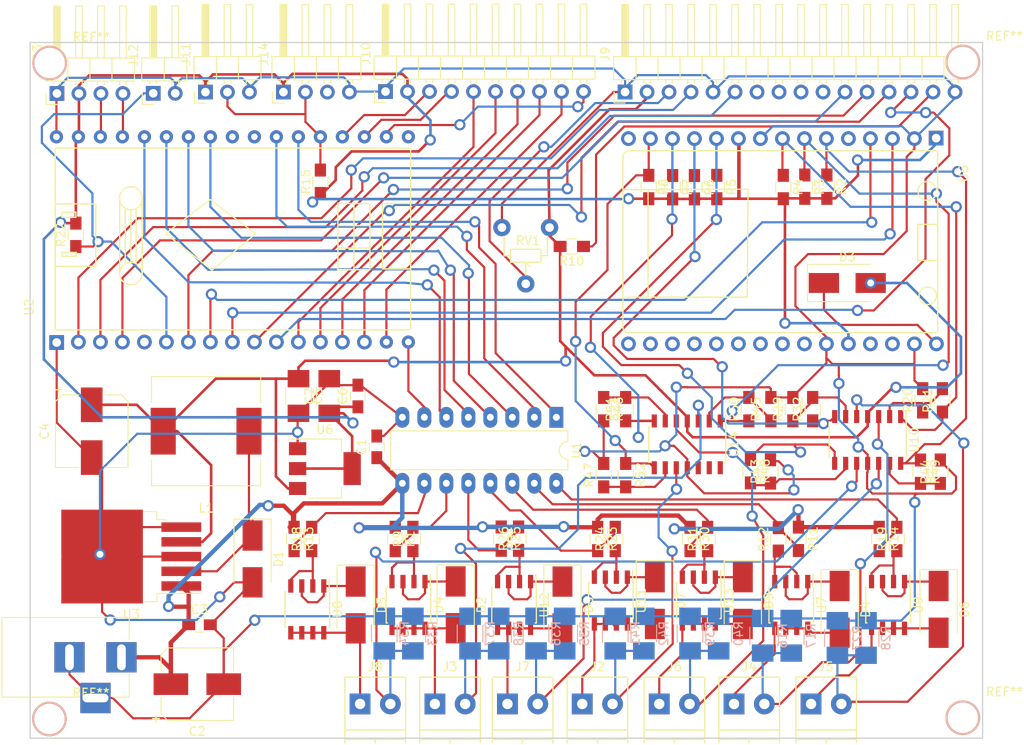
<source format=kicad_pcb>
(kicad_pcb (version 4) (host pcbnew 4.0.6)
  (layers (0 F.Cu signal) (31 B.Cu signal) (34 B.Paste user hide) (35 F.Paste user hide) (36 B.SilkS user hide) (37 F.SilkS user) (38 B.Mask user hide) (39 F.Mask user hide) (44 Edge.Cuts user))
  (net 0 "")
  (net 1 +12V)
  (net 2 GND)
  (net 3 +5V)
  (net 4 +3V3)
  (net 5 "Net-(D1-Pad1)")
  (net 6 "Net-(D2-Pad1)")
  (net 7 /PO-)
  (net 8 "Net-(D3-Pad1)")
  (net 9 "Net-(D4-Pad1)")
  (net 10 /PA-)
  (net 11 "Net-(D5-Pad1)")
  (net 12 /LIGHT-)
  (net 13 "Net-(D6-Pad1)")
  (net 14 /PB-)
  (net 15 "Net-(D7-Pad1)")
  (net 16 /VI-)
  (net 17 "Net-(D8-Pad1)")
  (net 18 /FAN-)
  (net 19 "Net-(D9-Pad1)")
  (net 20 /VO-)
  (net 21 /VI_G)
  (net 22 /PO_G)
  (net 23 /PA_G)
  (net 24 /PB_G)
  (net 25 /VO_G)
  (net 26 /FAN_G)
  (net 27 /LIGHT_G)
  (net 28 "Net-(J9-Pad3)")
  (net 29 /RS)
  (net 30 /EN)
  (net 31 "Net-(J9-Pad7)")
  (net 32 "Net-(J9-Pad8)")
  (net 33 "Net-(J9-Pad9)")
  (net 34 "Net-(J9-Pad10)")
  (net 35 /D4)
  (net 36 /D5)
  (net 37 /D6)
  (net 38 /D7)
  (net 39 "Net-(J9-Pad15)")
  (net 40 /KEY1)
  (net 41 /KEY2)
  (net 42 /KEY3)
  (net 43 /KEY4)
  (net 44 /KEY5)
  (net 45 /KEY6)
  (net 46 /KEY7)
  (net 47 /KEY8)
  (net 48 /DHT11)
  (net 49 /EC)
  (net 50 /SCL)
  (net 51 /SDA)
  (net 52 "Net-(J14-Pad3)")
  (net 53 /PO+)
  (net 54 /D3)
  (net 55 /D2)
  (net 56 /D1)
  (net 57 "Net-(R9-Pad1)")
  (net 58 /PA+)
  (net 59 "Net-(R12-Pad1)")
  (net 60 /LIGHT+)
  (net 61 /PB+)
  (net 62 "Net-(R18-Pad1)")
  (net 63 "Net-(R19-Pad1)")
  (net 64 "Net-(R20-Pad1)")
  (net 65 /VI+)
  (net 66 "Net-(R24-Pad1)")
  (net 67 /FAN+)
  (net 68 "Net-(R26-Pad1)")
  (net 69 "Net-(R29-Pad1)")
  (net 70 /VO+)
  (net 71 "Net-(R31-Pad1)")
  (net 72 "Net-(R43-Pad1)")
  (net 73 "Net-(R44-Pad1)")
  (net 74 "Net-(R45-Pad1)")
  (net 75 "Net-(R46-Pad1)")
  (net 76 "Net-(R47-Pad1)")
  (net 77 /PO)
  (net 78 /PA)
  (net 79 /PB)
  (net 80 /FAN)
  (net 81 /LIGHT)
  (net 82 /VI)
  (net 83 /VO)
  (net 84 "Net-(U2-Pad5)")
  (net 85 /RX)
  (net 86 /TX)
  (net 87 "Net-(U2-Pad18)")
  (net 88 "Net-(U2-Pad25)")
  (net 89 "Net-(U2-Pad26)")
  (net 90 "Net-(U5-Pad5)")
  (net 91 "Net-(U5-Pad15)")
  (net 92 "Net-(U5-Pad16)")
  (net 93 "Net-(U5-Pad17)")
  (net 94 "Net-(U5-Pad18)")
  (net 95 "Net-(U5-Pad19)")
  (net 96 "Net-(U5-Pad20)")
  (net 97 "Net-(U5-Pad21)")
  (net 98 "Net-(U5-Pad22)")
  (net 99 "Net-(U5-Pad23)")
  (net 100 "Net-(U5-Pad24)")
  (net 101 "Net-(U5-Pad27)")
  (net 102 "Net-(U5-Pad28)")
  (net 103 /LCD_D4)
  (net 104 /LCD_D5)
  (net 105 /LCD_D6)
  (net 106 /LCD_D7)
  (module Housings_SOIC:SOIC-8_3.9x4.9mm_Pitch1.27mm (layer F.Cu) (at 158.496 127.508 270)
    (fp_text reference U7 (at 0 -3.5 270) (layer F.SilkS))
    (fp_text value AMP4953)
    (pad 1 smd rect (at -2.7 -1.905 270) (size 1.55 0.6) (layers F.Cu F.Paste F.Mask) (net 9 "Net-(D4-Pad1)"))
    (pad 2 smd rect (at -2.7 -0.635 270) (size 1.55 0.6) (layers F.Cu F.Paste F.Mask) (net 59 "Net-(R12-Pad1)"))
    (pad 3 smd rect (at -2.7 0.635 270) (size 1.55 0.6) (layers F.Cu F.Paste F.Mask) (net 9 "Net-(D4-Pad1)"))
    (pad 4 smd rect (at -2.7 1.905 270) (size 1.55 0.6) (layers F.Cu F.Paste F.Mask) (net 59 "Net-(R12-Pad1)"))
    (pad 5 smd rect (at 2.7 1.905 270) (size 1.55 0.6) (layers F.Cu F.Paste F.Mask) (net 10 /PA-))
    (pad 6 smd rect (at 2.7 0.635 270) (size 1.55 0.6) (layers F.Cu F.Paste F.Mask) (net 10 /PA-))
    (pad 7 smd rect (at 2.7 -0.635 270) (size 1.55 0.6) (layers F.Cu F.Paste F.Mask) (net 10 /PA-))
    (pad 8 smd rect (at 2.7 -1.905 270) (size 1.55 0.6) (layers F.Cu F.Paste F.Mask) (net 10 /PA-))
  )
  (module All:MapleMini (layer F.Cu) (at 73.65 97.15 90)
    (fp_text reference U2 (at 4.03 -3.15 90) (layer F.SilkS))
    (fp_text value STM32duino)
    (pad 1 thru_hole rect (at -0.055 0.03 90) (size 1.7 1.7) (drill 1) (layers *.Cu *.Mask) (net 2 GND))
    (pad 2 thru_hole oval (at 0 2.54 90) (size 1.7 1.7) (drill 1) (layers *.Cu *.Mask) (net 29 /RS))
    (pad 3 thru_hole oval (at 0 5.08 90) (size 1.7 1.7) (drill 1) (layers *.Cu *.Mask) (net 30 /EN))
    (pad 4 thru_hole oval (at 0 7.62 90) (size 1.7 1.7) (drill 1) (layers *.Cu *.Mask) (net 103 /LCD_D4))
    (pad 5 thru_hole oval (at 0 10.16 90) (size 1.7 1.7) (drill 1) (layers *.Cu *.Mask) (net 84 "Net-(U2-Pad5)"))
    (pad 6 thru_hole oval (at 0 12.7 90) (size 1.7 1.7) (drill 1) (layers *.Cu *.Mask) (net 49 /EC))
    (pad 7 thru_hole oval (at 0 15.24 90) (size 1.7 1.7) (drill 1) (layers *.Cu *.Mask) (net 104 /LCD_D5))
    (pad 8 thru_hole oval (at 0 17.78 90) (size 1.7 1.7) (drill 1) (layers *.Cu *.Mask) (net 85 /RX))
    (pad 9 thru_hole oval (at 0 20.32 90) (size 1.7 1.7) (drill 1) (layers *.Cu *.Mask) (net 86 /TX))
    (pad 10 thru_hole oval (at 0 22.86 90) (size 1.7 1.7) (drill 1) (layers *.Cu *.Mask) (net 105 /LCD_D6))
    (pad 11 thru_hole oval (at 0 25.4 90) (size 1.7 1.7) (drill 1) (layers *.Cu *.Mask) (net 106 /LCD_D7))
    (pad 12 thru_hole oval (at 0 27.94 90) (size 1.7 1.7) (drill 1) (layers *.Cu *.Mask) (net 42 /KEY3))
    (pad 13 thru_hole oval (at 0 30.48 90) (size 1.7 1.7) (drill 1) (layers *.Cu *.Mask) (net 43 /KEY4))
    (pad 14 thru_hole oval (at 0 33.02 90) (size 1.7 1.7) (drill 1) (layers *.Cu *.Mask) (net 44 /KEY5))
    (pad 15 thru_hole oval (at 0 35.56 90) (size 1.7 1.7) (drill 1) (layers *.Cu *.Mask) (net 45 /KEY6))
    (pad 16 thru_hole circle (at 0 38.1 90) (size 1.524 1.524) (drill 0.762) (layers *.Cu *.Mask) (net 46 /KEY7))
    (pad 17 thru_hole circle (at 0 40.64 90) (size 1.524 1.524) (drill 0.762) (layers *.Cu *.Mask) (net 81 /LIGHT))
    (pad 18 thru_hole circle (at 23.7 40.64 90) (size 1.524 1.524) (drill 0.762) (layers *.Cu *.Mask) (net 87 "Net-(U2-Pad18)"))
    (pad 19 thru_hole circle (at 23.7 38.1 90) (size 1.524 1.524) (drill 0.762) (layers *.Cu *.Mask) (net 47 /KEY8))
    (pad 20 thru_hole circle (at 23.7 35.56 90) (size 1.524 1.524) (drill 0.762) (layers *.Cu *.Mask) (net 41 /KEY2))
    (pad 21 thru_hole circle (at 23.7 33.02 90) (size 1.524 1.524) (drill 0.762) (layers *.Cu *.Mask) (net 40 /KEY1))
    (pad 22 thru_hole circle (at 23.7 30.48 90) (size 1.524 1.524) (drill 0.762) (layers *.Cu *.Mask) (net 48 /DHT11))
    (pad 23 thru_hole circle (at 23.7 27.94 90) (size 1.524 1.524) (drill 0.762) (layers *.Cu *.Mask) (net 79 /PB))
    (pad 24 thru_hole circle (at 23.7 25.4 90) (size 1.524 1.524) (drill 0.762) (layers *.Cu *.Mask) (net 78 /PA))
    (pad 25 thru_hole circle (at 23.7 22.86 90) (size 1.524 1.524) (drill 0.762) (layers *.Cu *.Mask) (net 88 "Net-(U2-Pad25)"))
    (pad 26 thru_hole circle (at 23.7 20.32 90) (size 1.524 1.524) (drill 0.762) (layers *.Cu *.Mask) (net 89 "Net-(U2-Pad26)"))
    (pad 27 thru_hole circle (at 23.7 17.78 90) (size 1.524 1.524) (drill 0.762) (layers *.Cu *.Mask) (net 83 /VO))
    (pad 28 thru_hole circle (at 23.7 15.24 90) (size 1.524 1.524) (drill 0.762) (layers *.Cu *.Mask) (net 82 /VI))
    (pad 29 thru_hole circle (at 23.7 12.7 90) (size 1.524 1.524) (drill 0.762) (layers *.Cu *.Mask) (net 80 /FAN))
    (pad 30 thru_hole circle (at 23.7 10.16 90) (size 1.524 1.524) (drill 0.762) (layers *.Cu *.Mask) (net 77 /PO))
    (pad 31 thru_hole circle (at 23.7 7.62 90) (size 1.524 1.524) (drill 0.762) (layers *.Cu *.Mask) (net 50 /SCL))
    (pad 32 thru_hole circle (at 23.7 5.08 90) (size 1.524 1.524) (drill 0.762) (layers *.Cu *.Mask) (net 51 /SDA))
    (pad 33 thru_hole circle (at 23.7 2.54 90) (size 1.524 1.524) (drill 0.762) (layers *.Cu *.Mask) (net 4 +3V3))
    (pad 34 thru_hole circle (at 23.7 0 90) (size 1.524 1.524) (drill 0.762) (layers *.Cu *.Mask) (net 2 GND))
  )
  (module Resistors_SMD:R_0805_HandSoldering (layer F.Cu) (at 75.89 84.77 90)
    (fp_text reference R22 (at 0 -1.7 90) (layer F.SilkS))
    (fp_text value 1K)
    (pad 1 smd rect (at -1.35 0 90) (size 1.5 1.3) (layers F.Cu F.Paste F.Mask) (net 49 /EC))
    (pad 2 smd rect (at 1.35 0 90) (size 1.5 1.3) (layers F.Cu F.Paste F.Mask) (net 4 +3V3))
  )
  (module Capacitors_SMD:C_0805_HandSoldering (layer F.Cu) (at 110.64 109.25 90)
    (fp_text reference C1 (at 0 -1.75 90) (layer F.SilkS))
    (fp_text value 100nF/50V)
    (pad 1 smd rect (at -1.25 0 90) (size 1.5 1.25) (layers F.Cu F.Paste F.Mask) (net 1 +12V))
    (pad 2 smd rect (at 1.25 0 90) (size 1.5 1.25) (layers F.Cu F.Paste F.Mask) (net 2 GND))
  )
  (module Capacitors_SMD:CP_Elec_8x10 (layer F.Cu) (at 89.916 136.652)
    (fp_text reference C2 (at 0 5.45) (layer F.SilkS))
    (fp_text value 100uF/50v)
    (fp_text user + (at -4.78 3.9) (layer F.SilkS))
    (pad 1 smd rect (at -3.05 0 180) (size 4 2.5) (layers F.Cu F.Paste F.Mask) (net 1 +12V))
    (pad 2 smd rect (at 3.05 0 180) (size 4 2.5) (layers F.Cu F.Paste F.Mask) (net 2 GND))
  )
  (module Capacitors_SMD:C_0805_HandSoldering (layer F.Cu) (at 90.17 129.794)
    (fp_text reference C3 (at 0 -1.75) (layer F.SilkS))
    (fp_text value 104)
    (pad 1 smd rect (at -1.25 0) (size 1.5 1.25) (layers F.Cu F.Paste F.Mask) (net 1 +12V))
    (pad 2 smd rect (at 1.25 0) (size 1.5 1.25) (layers F.Cu F.Paste F.Mask) (net 2 GND))
  )
  (module Capacitors_SMD:CP_Elec_8x10 (layer F.Cu) (at 77.724 107.442 270)
    (fp_text reference C4 (at 0 5.45 270) (layer F.SilkS))
    (fp_text value 220uF)
    (fp_text user + (at -4.78 3.9 270) (layer F.SilkS))
    (pad 1 smd rect (at -3.05 0 90) (size 4 2.5) (layers F.Cu F.Paste F.Mask) (net 3 +5V))
    (pad 2 smd rect (at 3.05 0 90) (size 4 2.5) (layers F.Cu F.Paste F.Mask) (net 2 GND))
  )
  (module Capacitors_SMD:C_1210_HandSoldering (layer F.Cu) (at 101.6 103.378 270)
    (fp_text reference C5 (at 0 -2.25 270) (layer F.SilkS))
    (fp_text value 22uF/25v)
    (pad 1 smd rect (at -2 0 270) (size 2 2.5) (layers F.Cu F.Paste F.Mask) (net 3 +5V))
    (pad 2 smd rect (at 2 0 270) (size 2 2.5) (layers F.Cu F.Paste F.Mask) (net 2 GND))
  )
  (module Capacitors_SMD:C_0805_HandSoldering (layer F.Cu) (at 108.458 103.378 90)
    (fp_text reference C6 (at 0 -1.75 90) (layer F.SilkS))
    (fp_text value 104)
    (pad 1 smd rect (at -1.25 0 90) (size 1.5 1.25) (layers F.Cu F.Paste F.Mask) (net 4 +3V3))
    (pad 2 smd rect (at 1.25 0 90) (size 1.5 1.25) (layers F.Cu F.Paste F.Mask) (net 2 GND))
  )
  (module Capacitors_SMD:C_1210_HandSoldering (layer F.Cu) (at 105.156 103.378 90)
    (fp_text reference C7 (at 0 -2.25 90) (layer F.SilkS))
    (fp_text value 10uF)
    (pad 1 smd rect (at -2 0 90) (size 2 2.5) (layers F.Cu F.Paste F.Mask) (net 4 +3V3))
    (pad 2 smd rect (at 2 0 90) (size 2 2.5) (layers F.Cu F.Paste F.Mask) (net 2 GND))
  )
  (module Diodes_SMD:D_SMB_Handsoldering (layer F.Cu) (at 96.2975 122.1925 270)
    (fp_text reference D1 (at 0 -3 270) (layer F.SilkS))
    (fp_text value M7)
    (pad 1 smd rect (at -2.7 0 270) (size 3.5 2.3) (layers F.Cu F.Paste F.Mask) (net 5 "Net-(D1-Pad1)"))
    (pad 2 smd rect (at 2.7 0 270) (size 3.5 2.3) (layers F.Cu F.Paste F.Mask) (net 2 GND))
  )
  (module Diodes_SMD:D_SMB_Handsoldering (layer F.Cu) (at 119.75 127.49 270)
    (fp_text reference D2 (at 0 -3 270) (layer F.SilkS))
    (fp_text value SS14)
    (pad 1 smd rect (at -2.7 0 270) (size 3.5 2.3) (layers F.Cu F.Paste F.Mask) (net 6 "Net-(D2-Pad1)"))
    (pad 2 smd rect (at 2.7 0 270) (size 3.5 2.3) (layers F.Cu F.Paste F.Mask) (net 7 /PO-))
  )
  (module Diodes_SMD:D_SMB_Handsoldering (layer F.Cu) (at 164.97 90.33)
    (fp_text reference D3 (at 0 -3) (layer F.SilkS))
    (fp_text value M7)
    (pad 1 smd rect (at -2.7 0) (size 3.5 2.3) (layers F.Cu F.Paste F.Mask) (net 8 "Net-(D3-Pad1)"))
    (pad 2 smd rect (at 2.7 0) (size 3.5 2.3) (layers F.Cu F.Paste F.Mask) (net 3 +5V))
  )
  (module Diodes_SMD:D_SMB_Handsoldering (layer F.Cu) (at 164.084 128.016 270)
    (fp_text reference D4 (at 0 -3 270) (layer F.SilkS))
    (fp_text value SS14)
    (pad 1 smd rect (at -2.7 0 270) (size 3.5 2.3) (layers F.Cu F.Paste F.Mask) (net 9 "Net-(D4-Pad1)"))
    (pad 2 smd rect (at 2.7 0 270) (size 3.5 2.3) (layers F.Cu F.Paste F.Mask) (net 10 /PA-))
  )
  (module Diodes_SMD:D_SMB_Handsoldering (layer F.Cu) (at 108.204 127.508 270)
    (fp_text reference D5 (at 0 -3 270) (layer F.SilkS))
    (fp_text value SS14)
    (pad 1 smd rect (at -2.7 0 270) (size 3.5 2.3) (layers F.Cu F.Paste F.Mask) (net 11 "Net-(D5-Pad1)"))
    (pad 2 smd rect (at 2.7 0 270) (size 3.5 2.3) (layers F.Cu F.Paste F.Mask) (net 12 /LIGHT-))
  )
  (module Diodes_SMD:D_SMB_Handsoldering (layer F.Cu) (at 175.514 128.016 270)
    (fp_text reference D6 (at 0 -3 270) (layer F.SilkS))
    (fp_text value SS14)
    (pad 1 smd rect (at -2.7 0 270) (size 3.5 2.3) (layers F.Cu F.Paste F.Mask) (net 13 "Net-(D6-Pad1)"))
    (pad 2 smd rect (at 2.7 0 270) (size 3.5 2.3) (layers F.Cu F.Paste F.Mask) (net 14 /PB-))
  )
  (module Diodes_SMD:D_SMB_Handsoldering (layer F.Cu) (at 142.748 127 270)
    (fp_text reference D7 (at 0 -3 270) (layer F.SilkS))
    (fp_text value SS14)
    (pad 1 smd rect (at -2.7 0 270) (size 3.5 2.3) (layers F.Cu F.Paste F.Mask) (net 15 "Net-(D7-Pad1)"))
    (pad 2 smd rect (at 2.7 0 270) (size 3.5 2.3) (layers F.Cu F.Paste F.Mask) (net 16 /VI-))
  )
  (module Diodes_SMD:D_SMB_Handsoldering (layer F.Cu) (at 132.08 127.508 270)
    (fp_text reference D8 (at 0 -3 270) (layer F.SilkS))
    (fp_text value SS14)
    (pad 1 smd rect (at -2.7 0 270) (size 3.5 2.3) (layers F.Cu F.Paste F.Mask) (net 17 "Net-(D8-Pad1)"))
    (pad 2 smd rect (at 2.7 0 270) (size 3.5 2.3) (layers F.Cu F.Paste F.Mask) (net 18 /FAN-))
  )
  (module Diodes_SMD:D_SMB_Handsoldering (layer F.Cu) (at 152.908 127 270)
    (fp_text reference D9 (at 0 -3 270) (layer F.SilkS))
    (fp_text value SS14)
    (pad 1 smd rect (at -2.7 0 270) (size 3.5 2.3) (layers F.Cu F.Paste F.Mask) (net 19 "Net-(D9-Pad1)"))
    (pad 2 smd rect (at 2.7 0 270) (size 3.5 2.3) (layers F.Cu F.Paste F.Mask) (net 20 /VO-))
  )
  (module Connectors:BARREL_JACK (layer F.Cu) (at 81.16 133.55)
    (fp_text reference J1 (at -8.45 5.75 180) (layer F.SilkS))
    (fp_text value "12V DC")
    (pad 1 thru_hole rect (at 0 0) (size 3.5 3.5) (drill oval 1 3) (layers *.Cu *.Mask) (net 1 +12V))
    (pad 2 thru_hole rect (at -6 0) (size 3.5 3.5) (drill oval 1 3) (layers *.Cu *.Mask) (net 2 GND))
    (pad 3 thru_hole rect (at -3 4.7) (size 3.5 3.5) (drill oval 3 1) (layers *.Cu *.Mask) (net 2 GND))
  )
  (module TerminalBlocks_Phoenix:TerminalBlock_Phoenix_PT-3.5mm_2pol (layer F.Cu) (at 134.366 138.938)
    (fp_text reference J2 (at 1.75 -4.3) (layer F.SilkS))
    (fp_text value vi)
    (pad 2 thru_hole circle (at 3.5 0) (size 2.4 2.4) (drill 1.2) (layers *.Cu *.Mask) (net 21 /VI_G))
    (pad 1 thru_hole rect (at 0 0) (size 2.4 2.4) (drill 1.2) (layers *.Cu *.Mask) (net 16 /VI-))
  )
  (module TerminalBlocks_Phoenix:TerminalBlock_Phoenix_PT-3.5mm_2pol (layer F.Cu) (at 117.348 138.938)
    (fp_text reference J3 (at 1.75 -4.3) (layer F.SilkS))
    (fp_text value po)
    (pad 2 thru_hole circle (at 3.5 0) (size 2.4 2.4) (drill 1.2) (layers *.Cu *.Mask) (net 22 /PO_G))
    (pad 1 thru_hole rect (at 0 0) (size 2.4 2.4) (drill 1.2) (layers *.Cu *.Mask) (net 7 /PO-))
  )
  (module TerminalBlocks_Phoenix:TerminalBlock_Phoenix_PT-3.5mm_2pol (layer F.Cu) (at 151.892 138.938)
    (fp_text reference J4 (at 1.75 -4.3) (layer F.SilkS))
    (fp_text value pa)
    (pad 2 thru_hole circle (at 3.5 0) (size 2.4 2.4) (drill 1.2) (layers *.Cu *.Mask) (net 23 /PA_G))
    (pad 1 thru_hole rect (at 0 0) (size 2.4 2.4) (drill 1.2) (layers *.Cu *.Mask) (net 10 /PA-))
  )
  (module TerminalBlocks_Phoenix:TerminalBlock_Phoenix_PT-3.5mm_2pol (layer F.Cu) (at 160.782 138.938)
    (fp_text reference J5 (at 1.75 -4.3) (layer F.SilkS))
    (fp_text value pb)
    (pad 2 thru_hole circle (at 3.5 0) (size 2.4 2.4) (drill 1.2) (layers *.Cu *.Mask) (net 24 /PB_G))
    (pad 1 thru_hole rect (at 0 0) (size 2.4 2.4) (drill 1.2) (layers *.Cu *.Mask) (net 14 /PB-))
  )
  (module TerminalBlocks_Phoenix:TerminalBlock_Phoenix_PT-3.5mm_2pol (layer F.Cu) (at 143.256 138.938)
    (fp_text reference J6 (at 1.75 -4.3) (layer F.SilkS))
    (fp_text value vo)
    (pad 2 thru_hole circle (at 3.5 0) (size 2.4 2.4) (drill 1.2) (layers *.Cu *.Mask) (net 25 /VO_G))
    (pad 1 thru_hole rect (at 0 0) (size 2.4 2.4) (drill 1.2) (layers *.Cu *.Mask) (net 20 /VO-))
  )
  (module TerminalBlocks_Phoenix:TerminalBlock_Phoenix_PT-3.5mm_2pol (layer F.Cu) (at 125.73 138.938)
    (fp_text reference J7 (at 1.75 -4.3) (layer F.SilkS))
    (fp_text value fa)
    (pad 2 thru_hole circle (at 3.5 0) (size 2.4 2.4) (drill 1.2) (layers *.Cu *.Mask) (net 26 /FAN_G))
    (pad 1 thru_hole rect (at 0 0) (size 2.4 2.4) (drill 1.2) (layers *.Cu *.Mask) (net 18 /FAN-))
  )
  (module TerminalBlocks_Phoenix:TerminalBlock_Phoenix_PT-3.5mm_2pol (layer F.Cu) (at 108.712 138.938)
    (fp_text reference J8 (at 1.75 -4.3) (layer F.SilkS))
    (fp_text value lt)
    (pad 2 thru_hole circle (at 3.5 0) (size 2.4 2.4) (drill 1.2) (layers *.Cu *.Mask) (net 27 /LIGHT_G))
    (pad 1 thru_hole rect (at 0 0) (size 2.4 2.4) (drill 1.2) (layers *.Cu *.Mask) (net 12 /LIGHT-))
  )
  (module Pin_Headers:Pin_Header_Angled_1x16_Pitch2.54mm (layer F.Cu) (at 139.31 68.28 90)
    (fp_text reference J9 (at 4.385 -2.27 90) (layer F.SilkS))
    (fp_text value lcd)
    (pad 1 thru_hole rect (at 0 0 90) (size 1.7 1.7) (drill 1) (layers *.Cu *.Mask) (net 2 GND))
    (pad 2 thru_hole oval (at 0 2.54 90) (size 1.7 1.7) (drill 1) (layers *.Cu *.Mask) (net 3 +5V))
    (pad 3 thru_hole oval (at 0 5.08 90) (size 1.7 1.7) (drill 1) (layers *.Cu *.Mask) (net 28 "Net-(J9-Pad3)"))
    (pad 4 thru_hole oval (at 0 7.62 90) (size 1.7 1.7) (drill 1) (layers *.Cu *.Mask) (net 29 /RS))
    (pad 5 thru_hole oval (at 0 10.16 90) (size 1.7 1.7) (drill 1) (layers *.Cu *.Mask) (net 2 GND))
    (pad 6 thru_hole oval (at 0 12.7 90) (size 1.7 1.7) (drill 1) (layers *.Cu *.Mask) (net 30 /EN))
    (pad 7 thru_hole oval (at 0 15.24 90) (size 1.7 1.7) (drill 1) (layers *.Cu *.Mask) (net 31 "Net-(J9-Pad7)"))
    (pad 8 thru_hole oval (at 0 17.78 90) (size 1.7 1.7) (drill 1) (layers *.Cu *.Mask) (net 32 "Net-(J9-Pad8)"))
    (pad 9 thru_hole oval (at 0 20.32 90) (size 1.7 1.7) (drill 1) (layers *.Cu *.Mask) (net 33 "Net-(J9-Pad9)"))
    (pad 10 thru_hole oval (at 0 22.86 90) (size 1.7 1.7) (drill 1) (layers *.Cu *.Mask) (net 34 "Net-(J9-Pad10)"))
    (pad 11 thru_hole oval (at 0 25.4 90) (size 1.7 1.7) (drill 1) (layers *.Cu *.Mask) (net 103 /LCD_D4))
    (pad 12 thru_hole oval (at 0 27.94 90) (size 1.7 1.7) (drill 1) (layers *.Cu *.Mask) (net 104 /LCD_D5))
    (pad 13 thru_hole oval (at 0 30.48 90) (size 1.7 1.7) (drill 1) (layers *.Cu *.Mask) (net 105 /LCD_D6))
    (pad 14 thru_hole oval (at 0 33.02 90) (size 1.7 1.7) (drill 1) (layers *.Cu *.Mask) (net 106 /LCD_D7))
    (pad 15 thru_hole oval (at 0 35.56 90) (size 1.7 1.7) (drill 1) (layers *.Cu *.Mask) (net 39 "Net-(J9-Pad15)"))
    (pad 16 thru_hole oval (at 0 38.1 90) (size 1.7 1.7) (drill 1) (layers *.Cu *.Mask) (net 2 GND))
  )
  (module Pin_Headers:Pin_Header_Angled_1x10_Pitch2.54mm (layer F.Cu) (at 111.65 68.23 90)
    (fp_text reference J10 (at 4.385 -2.27 90) (layer F.SilkS))
    (fp_text value "Matrix key")
    (pad 1 thru_hole rect (at 0 0 90) (size 1.7 1.7) (drill 1) (layers *.Cu *.Mask) (net 2 GND))
    (pad 2 thru_hole oval (at 0 2.54 90) (size 1.7 1.7) (drill 1) (layers *.Cu *.Mask) (net 4 +3V3))
    (pad 3 thru_hole oval (at 0 5.08 90) (size 1.7 1.7) (drill 1) (layers *.Cu *.Mask) (net 40 /KEY1))
    (pad 4 thru_hole oval (at 0 7.62 90) (size 1.7 1.7) (drill 1) (layers *.Cu *.Mask) (net 41 /KEY2))
    (pad 5 thru_hole oval (at 0 10.16 90) (size 1.7 1.7) (drill 1) (layers *.Cu *.Mask) (net 42 /KEY3))
    (pad 6 thru_hole oval (at 0 12.7 90) (size 1.7 1.7) (drill 1) (layers *.Cu *.Mask) (net 43 /KEY4))
    (pad 7 thru_hole oval (at 0 15.24 90) (size 1.7 1.7) (drill 1) (layers *.Cu *.Mask) (net 44 /KEY5))
    (pad 8 thru_hole oval (at 0 17.78 90) (size 1.7 1.7) (drill 1) (layers *.Cu *.Mask) (net 45 /KEY6))
    (pad 9 thru_hole oval (at 0 20.32 90) (size 1.7 1.7) (drill 1) (layers *.Cu *.Mask) (net 46 /KEY7))
    (pad 10 thru_hole oval (at 0 22.86 90) (size 1.7 1.7) (drill 1) (layers *.Cu *.Mask) (net 47 /KEY8))
  )
  (module Pin_Headers:Pin_Header_Angled_1x03_Pitch2.54mm (layer F.Cu) (at 90.86 68.29 90)
    (fp_text reference J11 (at 4.385 -2.27 90) (layer F.SilkS))
    (fp_text value ds18b20)
    (pad 1 thru_hole rect (at 0 0 90) (size 1.7 1.7) (drill 1) (layers *.Cu *.Mask) (net 4 +3V3))
    (pad 2 thru_hole oval (at 0 2.54 90) (size 1.7 1.7) (drill 1) (layers *.Cu *.Mask) (net 48 /DHT11))
    (pad 3 thru_hole oval (at 0 5.08 90) (size 1.7 1.7) (drill 1) (layers *.Cu *.Mask) (net 2 GND))
  )
  (module Pin_Headers:Pin_Header_Angled_1x02_Pitch2.54mm (layer F.Cu) (at 84.83 68.43 90)
    (fp_text reference J12 (at 4.385 -2.27 90) (layer F.SilkS))
    (fp_text value ec)
    (pad 1 thru_hole rect (at 0 0 90) (size 1.7 1.7) (drill 1) (layers *.Cu *.Mask) (net 49 /EC))
    (pad 2 thru_hole oval (at 0 2.54 90) (size 1.7 1.7) (drill 1) (layers *.Cu *.Mask) (net 2 GND))
  )
  (module Pin_Headers:Pin_Header_Angled_1x04_Pitch2.54mm (layer F.Cu) (at 73.71 68.45 90)
    (fp_text reference J13 (at 4.385 -2.27 90) (layer F.SilkS))
    (fp_text value bh1750)
    (pad 1 thru_hole rect (at 0 0 90) (size 1.7 1.7) (drill 1) (layers *.Cu *.Mask) (net 2 GND))
    (pad 2 thru_hole oval (at 0 2.54 90) (size 1.7 1.7) (drill 1) (layers *.Cu *.Mask) (net 4 +3V3))
    (pad 3 thru_hole oval (at 0 5.08 90) (size 1.7 1.7) (drill 1) (layers *.Cu *.Mask) (net 51 /SDA))
    (pad 4 thru_hole oval (at 0 7.62 90) (size 1.7 1.7) (drill 1) (layers *.Cu *.Mask) (net 50 /SCL))
  )
  (module Pin_Headers:Pin_Header_Angled_1x04_Pitch2.54mm (layer F.Cu) (at 99.86 68.29 90)
    (fp_text reference J14 (at 4.385 -2.27 90) (layer F.SilkS))
    (fp_text value dht11)
    (pad 1 thru_hole rect (at 0 0 90) (size 1.7 1.7) (drill 1) (layers *.Cu *.Mask) (net 4 +3V3))
    (pad 2 thru_hole oval (at 0 2.54 90) (size 1.7 1.7) (drill 1) (layers *.Cu *.Mask) (net 48 /DHT11))
    (pad 3 thru_hole oval (at 0 5.08 90) (size 1.7 1.7) (drill 1) (layers *.Cu *.Mask) (net 52 "Net-(J14-Pad3)"))
    (pad 4 thru_hole oval (at 0 7.62 90) (size 1.7 1.7) (drill 1) (layers *.Cu *.Mask) (net 2 GND))
  )
  (module Inductors_SMD:L_12x12mm_h4.5mm (layer F.Cu) (at 90.932 107.442 180)
    (fp_text reference L1 (at 0 -8.89 180) (layer F.SilkS))
    (fp_text value 330)
    (pad 1 smd rect (at -4.95 0 180) (size 2.9 5.4) (layers F.Cu F.Paste F.Mask) (net 5 "Net-(D1-Pad1)"))
    (pad 2 smd rect (at 4.95 0 180) (size 2.9 5.4) (layers F.Cu F.Paste F.Mask) (net 3 +5V))
  )
  (module Resistors_SMD:R_0805_HandSoldering (layer F.Cu) (at 112.776 119.888 270)
    (fp_text reference R1 (at 0 -1.7 270) (layer F.SilkS))
    (fp_text value 1K)
    (pad 1 smd rect (at -1.35 0 270) (size 1.5 1.3) (layers F.Cu F.Paste F.Mask) (net 1 +12V))
    (pad 2 smd rect (at 1.35 0 270) (size 1.5 1.3) (layers F.Cu F.Paste F.Mask) (net 53 /PO+))
  )
  (module Resistors_SMD:R_0805_HandSoldering (layer F.Cu) (at 162.61 79.21 270)
    (fp_text reference R2 (at 0 -1.7 270) (layer F.SilkS))
    (fp_text value 4.7K)
    (pad 1 smd rect (at -1.35 0 270) (size 1.5 1.3) (layers F.Cu F.Paste F.Mask) (net 38 /D7))
    (pad 2 smd rect (at 1.35 0 270) (size 1.5 1.3) (layers F.Cu F.Paste F.Mask) (net 4 +3V3))
  )
  (module Resistors_SMD:R_0805_HandSoldering (layer F.Cu) (at 160.06 79.21 270)
    (fp_text reference R3 (at 0 -1.7 270) (layer F.SilkS))
    (fp_text value 4.7K)
    (pad 1 smd rect (at -1.35 0 270) (size 1.5 1.3) (layers F.Cu F.Paste F.Mask) (net 37 /D6))
    (pad 2 smd rect (at 1.35 0 270) (size 1.5 1.3) (layers F.Cu F.Paste F.Mask) (net 4 +3V3))
  )
  (module Resistors_SMD:R_0805_HandSoldering (layer F.Cu) (at 157.58 79.25 270)
    (fp_text reference R4 (at 0 -1.7 270) (layer F.SilkS))
    (fp_text value 4.7K)
    (pad 1 smd rect (at -1.35 0 270) (size 1.5 1.3) (layers F.Cu F.Paste F.Mask) (net 36 /D5))
    (pad 2 smd rect (at 1.35 0 270) (size 1.5 1.3) (layers F.Cu F.Paste F.Mask) (net 4 +3V3))
  )
  (module Resistors_SMD:R_0805_HandSoldering (layer F.Cu) (at 149.9 79.25 270)
    (fp_text reference R5 (at 0 -1.7 270) (layer F.SilkS))
    (fp_text value 4.7K)
    (pad 1 smd rect (at -1.35 0 270) (size 1.5 1.3) (layers F.Cu F.Paste F.Mask) (net 35 /D4))
    (pad 2 smd rect (at 1.35 0 270) (size 1.5 1.3) (layers F.Cu F.Paste F.Mask) (net 4 +3V3))
  )
  (module Resistors_SMD:R_0805_HandSoldering (layer F.Cu) (at 147.32 79.27 270)
    (fp_text reference R6 (at 0 -1.7 270) (layer F.SilkS))
    (fp_text value 4.7K)
    (pad 1 smd rect (at -1.35 0 270) (size 1.5 1.3) (layers F.Cu F.Paste F.Mask) (net 54 /D3))
    (pad 2 smd rect (at 1.35 0 270) (size 1.5 1.3) (layers F.Cu F.Paste F.Mask) (net 4 +3V3))
  )
  (module Resistors_SMD:R_0805_HandSoldering (layer F.Cu) (at 144.8 79.27 270)
    (fp_text reference R7 (at 0 -1.7 270) (layer F.SilkS))
    (fp_text value 4.7K)
    (pad 1 smd rect (at -1.35 0 270) (size 1.5 1.3) (layers F.Cu F.Paste F.Mask) (net 55 /D2))
    (pad 2 smd rect (at 1.35 0 270) (size 1.5 1.3) (layers F.Cu F.Paste F.Mask) (net 4 +3V3))
  )
  (module Resistors_SMD:R_0805_HandSoldering (layer F.Cu) (at 142.04 79.25 270)
    (fp_text reference R8 (at 0 -1.7 270) (layer F.SilkS))
    (fp_text value 4.7K)
    (pad 1 smd rect (at -1.35 0 270) (size 1.5 1.3) (layers F.Cu F.Paste F.Mask) (net 56 /D1))
    (pad 2 smd rect (at 1.35 0 270) (size 1.5 1.3) (layers F.Cu F.Paste F.Mask) (net 4 +3V3))
  )
  (module Resistors_SMD:R_0805_HandSoldering (layer F.Cu) (at 114.808 119.888 90)
    (fp_text reference R9 (at 0 -1.7 90) (layer F.SilkS))
    (fp_text value 10)
    (pad 1 smd rect (at -1.35 0 90) (size 1.5 1.3) (layers F.Cu F.Paste F.Mask) (net 57 "Net-(R9-Pad1)"))
    (pad 2 smd rect (at 1.35 0 90) (size 1.5 1.3) (layers F.Cu F.Paste F.Mask) (net 53 /PO+))
  )
  (module Resistors_SMD:R_0805_HandSoldering (layer F.Cu) (at 133.16 86.11 180)
    (fp_text reference R10 (at 0 -1.7 180) (layer F.SilkS))
    (fp_text value 560)
    (pad 1 smd rect (at -1.35 0 180) (size 1.5 1.3) (layers F.Cu F.Paste F.Mask) (net 39 "Net-(J9-Pad15)"))
    (pad 2 smd rect (at 1.35 0 180) (size 1.5 1.3) (layers F.Cu F.Paste F.Mask) (net 3 +5V))
  )
  (module Resistors_SMD:R_0805_HandSoldering (layer F.Cu) (at 159.33 119.87 270)
    (fp_text reference R11 (at 0 -1.7 270) (layer F.SilkS))
    (fp_text value 1K)
    (pad 1 smd rect (at -1.35 0 270) (size 1.5 1.3) (layers F.Cu F.Paste F.Mask) (net 1 +12V))
    (pad 2 smd rect (at 1.35 0 270) (size 1.5 1.3) (layers F.Cu F.Paste F.Mask) (net 58 /PA+))
  )
  (module Resistors_SMD:R_0805_HandSoldering (layer F.Cu) (at 157.01 119.93 90)
    (fp_text reference R12 (at 0 -1.7 90) (layer F.SilkS))
    (fp_text value 10)
    (pad 1 smd rect (at -1.35 0 90) (size 1.5 1.3) (layers F.Cu F.Paste F.Mask) (net 59 "Net-(R12-Pad1)"))
    (pad 2 smd rect (at 1.35 0 90) (size 1.5 1.3) (layers F.Cu F.Paste F.Mask) (net 58 /PA+))
  )
  (module Resistors_SMD:R_0805_HandSoldering (layer F.Cu) (at 101.092 119.888 270)
    (fp_text reference R13 (at 0 -1.7 270) (layer F.SilkS))
    (fp_text value 1K)
    (pad 1 smd rect (at -1.35 0 270) (size 1.5 1.3) (layers F.Cu F.Paste F.Mask) (net 1 +12V))
    (pad 2 smd rect (at 1.35 0 270) (size 1.5 1.3) (layers F.Cu F.Paste F.Mask) (net 60 /LIGHT+))
  )
  (module Resistors_SMD:R_0805_HandSoldering (layer F.Cu) (at 168.656 119.888 270)
    (fp_text reference R14 (at 0 -1.7 270) (layer F.SilkS))
    (fp_text value 1K)
    (pad 1 smd rect (at -1.35 0 270) (size 1.5 1.3) (layers F.Cu F.Paste F.Mask) (net 1 +12V))
    (pad 2 smd rect (at 1.35 0 270) (size 1.5 1.3) (layers F.Cu F.Paste F.Mask) (net 61 /PB+))
  )
  (module Resistors_SMD:R_0805_HandSoldering (layer F.Cu) (at 104.13 78.64 90)
    (fp_text reference R15 (at 0 -1.7 90) (layer F.SilkS))
    (fp_text value 4.7K)
    (pad 1 smd rect (at -1.35 0 90) (size 1.5 1.3) (layers F.Cu F.Paste F.Mask) (net 4 +3V3))
    (pad 2 smd rect (at 1.35 0 90) (size 1.5 1.3) (layers F.Cu F.Paste F.Mask) (net 48 /DHT11))
  )
  (module Resistors_SMD:R_1210_HandSoldering (layer B.Cu) (at 155.194 131.064 90)
    (fp_text reference R16 (at 0 2.3 90) (layer B.SilkS) (effects (justify mirror)))
    (fp_text value R15)
    (pad 1 smd rect (at -2 0 90) (size 2 2.5) (layers B.Cu B.Paste B.Mask) (net 23 /PA_G))
    (pad 2 smd rect (at 2 0 90) (size 2 2.5) (layers B.Cu B.Paste B.Mask) (net 2 GND))
  )
  (module Resistors_SMD:R_1210_HandSoldering (layer B.Cu) (at 158.496 131.064 90)
    (fp_text reference R17 (at 0 2.3 90) (layer B.SilkS) (effects (justify mirror)))
    (fp_text value R15)
    (pad 1 smd rect (at -2 0 90) (size 2 2.5) (layers B.Cu B.Paste B.Mask) (net 23 /PA_G))
    (pad 2 smd rect (at 2 0 90) (size 2 2.5) (layers B.Cu B.Paste B.Mask) (net 2 GND))
  )
  (module Resistors_SMD:R_0805_HandSoldering (layer F.Cu) (at 103.124 119.888 90)
    (fp_text reference R18 (at 0 -1.7 90) (layer F.SilkS))
    (fp_text value 10)
    (pad 1 smd rect (at -1.35 0 90) (size 1.5 1.3) (layers F.Cu F.Paste F.Mask) (net 62 "Net-(R18-Pad1)"))
    (pad 2 smd rect (at 1.35 0 90) (size 1.5 1.3) (layers F.Cu F.Paste F.Mask) (net 60 /LIGHT+))
  )
  (module Resistors_SMD:R_0805_HandSoldering (layer F.Cu) (at 170.688 119.888 90)
    (fp_text reference R19 (at 0 -1.7 90) (layer F.SilkS))
    (fp_text value 10)
    (pad 1 smd rect (at -1.35 0 90) (size 1.5 1.3) (layers F.Cu F.Paste F.Mask) (net 63 "Net-(R19-Pad1)"))
    (pad 2 smd rect (at 1.35 0 90) (size 1.5 1.3) (layers F.Cu F.Paste F.Mask) (net 61 /PB+))
  )
  (module Resistors_SMD:R_0805_HandSoldering (layer F.Cu) (at 173.67 103.882 90)
    (fp_text reference R20 (at 0 -1.7 90) (layer F.SilkS))
    (fp_text value 1K)
    (pad 1 smd rect (at -1.35 0 90) (size 1.5 1.3) (layers F.Cu F.Paste F.Mask) (net 64 "Net-(R20-Pad1)"))
    (pad 2 smd rect (at 1.35 0 90) (size 1.5 1.3) (layers F.Cu F.Paste F.Mask) (net 2 GND))
  )
  (module Resistors_SMD:R_0805_HandSoldering (layer F.Cu) (at 175.956 103.882 90)
    (fp_text reference R21 (at 0 -1.7 90) (layer F.SilkS))
    (fp_text value 10K)
    (pad 1 smd rect (at -1.35 0 90) (size 1.5 1.3) (layers F.Cu F.Paste F.Mask) (net 36 /D5))
    (pad 2 smd rect (at 1.35 0 90) (size 1.5 1.3) (layers F.Cu F.Paste F.Mask) (net 64 "Net-(R20-Pad1)"))
  )
  (module Resistors_SMD:R_0805_HandSoldering (layer F.Cu) (at 136.144 119.888 270)
    (fp_text reference R23 (at 0 -1.7 270) (layer F.SilkS))
    (fp_text value 1K)
    (pad 1 smd rect (at -1.35 0 270) (size 1.5 1.3) (layers F.Cu F.Paste F.Mask) (net 1 +12V))
    (pad 2 smd rect (at 1.35 0 270) (size 1.5 1.3) (layers F.Cu F.Paste F.Mask) (net 65 /VI+))
  )
  (module Resistors_SMD:R_0805_HandSoldering (layer F.Cu) (at 138.176 119.888 90)
    (fp_text reference R24 (at 0 -1.7 90) (layer F.SilkS))
    (fp_text value 10)
    (pad 1 smd rect (at -1.35 0 90) (size 1.5 1.3) (layers F.Cu F.Paste F.Mask) (net 66 "Net-(R24-Pad1)"))
    (pad 2 smd rect (at 1.35 0 90) (size 1.5 1.3) (layers F.Cu F.Paste F.Mask) (net 65 /VI+))
  )
  (module Resistors_SMD:R_0805_HandSoldering (layer F.Cu) (at 125.01 119.85 270)
    (fp_text reference R25 (at 0 -1.7 270) (layer F.SilkS))
    (fp_text value 1K)
    (pad 1 smd rect (at -1.35 0 270) (size 1.5 1.3) (layers F.Cu F.Paste F.Mask) (net 1 +12V))
    (pad 2 smd rect (at 1.35 0 270) (size 1.5 1.3) (layers F.Cu F.Paste F.Mask) (net 67 /FAN+))
  )
  (module Resistors_SMD:R_0805_HandSoldering (layer F.Cu) (at 127.01 119.85 90)
    (fp_text reference R26 (at 0 -1.7 90) (layer F.SilkS))
    (fp_text value 10)
    (pad 1 smd rect (at -1.35 0 90) (size 1.5 1.3) (layers F.Cu F.Paste F.Mask) (net 68 "Net-(R26-Pad1)"))
    (pad 2 smd rect (at 1.35 0 90) (size 1.5 1.3) (layers F.Cu F.Paste F.Mask) (net 67 /FAN+))
  )
  (module Resistors_SMD:R_1210_HandSoldering (layer B.Cu) (at 163.83 131.318 90)
    (fp_text reference R27 (at 0 2.3 90) (layer B.SilkS) (effects (justify mirror)))
    (fp_text value R15)
    (pad 1 smd rect (at -2 0 90) (size 2 2.5) (layers B.Cu B.Paste B.Mask) (net 24 /PB_G))
    (pad 2 smd rect (at 2 0 90) (size 2 2.5) (layers B.Cu B.Paste B.Mask) (net 2 GND))
  )
  (module Resistors_SMD:R_1210_HandSoldering (layer B.Cu) (at 167.132 131.318 90)
    (fp_text reference R28 (at 0 2.3 90) (layer B.SilkS) (effects (justify mirror)))
    (fp_text value R15)
    (pad 1 smd rect (at -2 0 90) (size 2 2.5) (layers B.Cu B.Paste B.Mask) (net 24 /PB_G))
    (pad 2 smd rect (at 2 0 90) (size 2 2.5) (layers B.Cu B.Paste B.Mask) (net 2 GND))
  )
  (module Resistors_SMD:R_0805_HandSoldering (layer F.Cu) (at 158.684 104.898 90)
    (fp_text reference R29 (at 0 -1.7 90) (layer F.SilkS))
    (fp_text value 1K)
    (pad 1 smd rect (at -1.35 0 90) (size 1.5 1.3) (layers F.Cu F.Paste F.Mask) (net 69 "Net-(R29-Pad1)"))
    (pad 2 smd rect (at 1.35 0 90) (size 1.5 1.3) (layers F.Cu F.Paste F.Mask) (net 2 GND))
  )
  (module Resistors_SMD:R_0805_HandSoldering (layer F.Cu) (at 146.812 119.888 270)
    (fp_text reference R30 (at 0 -1.7 270) (layer F.SilkS))
    (fp_text value 1K)
    (pad 1 smd rect (at -1.35 0 270) (size 1.5 1.3) (layers F.Cu F.Paste F.Mask) (net 1 +12V))
    (pad 2 smd rect (at 1.35 0 270) (size 1.5 1.3) (layers F.Cu F.Paste F.Mask) (net 70 /VO+))
  )
  (module Resistors_SMD:R_0805_HandSoldering (layer F.Cu) (at 148.844 119.888 90)
    (fp_text reference R31 (at 0 -1.7 90) (layer F.SilkS))
    (fp_text value 10)
    (pad 1 smd rect (at -1.35 0 90) (size 1.5 1.3) (layers F.Cu F.Paste F.Mask) (net 71 "Net-(R31-Pad1)"))
    (pad 2 smd rect (at 1.35 0 90) (size 1.5 1.3) (layers F.Cu F.Paste F.Mask) (net 70 /VO+))
  )
  (module Resistors_SMD:R_0805_HandSoldering (layer F.Cu) (at 160.97 104.898 90)
    (fp_text reference R32 (at 0 -1.7 90) (layer F.SilkS))
    (fp_text value 10K)
    (pad 1 smd rect (at -1.35 0 90) (size 1.5 1.3) (layers F.Cu F.Paste F.Mask) (net 54 /D3))
    (pad 2 smd rect (at 1.35 0 90) (size 1.5 1.3) (layers F.Cu F.Paste F.Mask) (net 69 "Net-(R29-Pad1)"))
  )
  (module Resistors_SMD:R_1210_HandSoldering (layer B.Cu) (at 114.808 130.81 90)
    (fp_text reference R33 (at 0 2.3 90) (layer B.SilkS) (effects (justify mirror)))
    (fp_text value R15)
    (pad 1 smd rect (at -2 0 90) (size 2 2.5) (layers B.Cu B.Paste B.Mask) (net 27 /LIGHT_G))
    (pad 2 smd rect (at 2 0 90) (size 2 2.5) (layers B.Cu B.Paste B.Mask) (net 2 GND))
  )
  (module Resistors_SMD:R_1210_HandSoldering (layer B.Cu) (at 111.506 130.81 90)
    (fp_text reference R34 (at 0 2.3 90) (layer B.SilkS) (effects (justify mirror)))
    (fp_text value R15)
    (pad 1 smd rect (at -2 0 90) (size 2 2.5) (layers B.Cu B.Paste B.Mask) (net 27 /LIGHT_G))
    (pad 2 smd rect (at 2 0 90) (size 2 2.5) (layers B.Cu B.Paste B.Mask) (net 2 GND))
  )
  (module Resistors_SMD:R_1210_HandSoldering (layer B.Cu) (at 132.334 130.81 90)
    (fp_text reference R35 (at 0 2.3 90) (layer B.SilkS) (effects (justify mirror)))
    (fp_text value R15)
    (pad 1 smd rect (at -2 0 90) (size 2 2.5) (layers B.Cu B.Paste B.Mask) (net 26 /FAN_G))
    (pad 2 smd rect (at 2 0 90) (size 2 2.5) (layers B.Cu B.Paste B.Mask) (net 2 GND))
  )
  (module Resistors_SMD:R_1210_HandSoldering (layer B.Cu) (at 129.032 130.81 90)
    (fp_text reference R36 (at 0 2.3 90) (layer B.SilkS) (effects (justify mirror)))
    (fp_text value R15)
    (pad 1 smd rect (at -2 0 90) (size 2 2.5) (layers B.Cu B.Paste B.Mask) (net 26 /FAN_G))
    (pad 2 smd rect (at 2 0 90) (size 2 2.5) (layers B.Cu B.Paste B.Mask) (net 2 GND))
  )
  (module Resistors_SMD:R_1210_HandSoldering (layer B.Cu) (at 121.412 130.81 90)
    (fp_text reference R37 (at 0 2.3 90) (layer B.SilkS) (effects (justify mirror)))
    (fp_text value R15)
    (pad 1 smd rect (at -2 0 90) (size 2 2.5) (layers B.Cu B.Paste B.Mask) (net 22 /PO_G))
    (pad 2 smd rect (at 2 0 90) (size 2 2.5) (layers B.Cu B.Paste B.Mask) (net 2 GND))
  )
  (module Resistors_SMD:R_1210_HandSoldering (layer B.Cu) (at 124.714 130.81 90)
    (fp_text reference R38 (at 0 2.3 90) (layer B.SilkS) (effects (justify mirror)))
    (fp_text value R15)
    (pad 1 smd rect (at -2 0 90) (size 2 2.5) (layers B.Cu B.Paste B.Mask) (net 22 /PO_G))
    (pad 2 smd rect (at 2 0 90) (size 2 2.5) (layers B.Cu B.Paste B.Mask) (net 2 GND))
  )
  (module Resistors_SMD:R_1210_HandSoldering (layer B.Cu) (at 146.812 130.81 90)
    (fp_text reference R39 (at 0 2.3 90) (layer B.SilkS) (effects (justify mirror)))
    (fp_text value R15)
    (pad 1 smd rect (at -2 0 90) (size 2 2.5) (layers B.Cu B.Paste B.Mask) (net 25 /VO_G))
    (pad 2 smd rect (at 2 0 90) (size 2 2.5) (layers B.Cu B.Paste B.Mask) (net 2 GND))
  )
  (module Resistors_SMD:R_1210_HandSoldering (layer B.Cu) (at 150.114 130.81 90)
    (fp_text reference R40 (at 0 2.3 90) (layer B.SilkS) (effects (justify mirror)))
    (fp_text value R15)
    (pad 1 smd rect (at -2 0 90) (size 2 2.5) (layers B.Cu B.Paste B.Mask) (net 25 /VO_G))
    (pad 2 smd rect (at 2 0 90) (size 2 2.5) (layers B.Cu B.Paste B.Mask) (net 2 GND))
  )
  (module Resistors_SMD:R_1210_HandSoldering (layer B.Cu) (at 138.176 130.81 90)
    (fp_text reference R41 (at 0 2.3 90) (layer B.SilkS) (effects (justify mirror)))
    (fp_text value R15)
    (pad 1 smd rect (at -2 0 90) (size 2 2.5) (layers B.Cu B.Paste B.Mask) (net 21 /VI_G))
    (pad 2 smd rect (at 2 0 90) (size 2 2.5) (layers B.Cu B.Paste B.Mask) (net 2 GND))
  )
  (module Resistors_SMD:R_1210_HandSoldering (layer B.Cu) (at 141.478 130.81 90)
    (fp_text reference R42 (at 0 2.3 90) (layer B.SilkS) (effects (justify mirror)))
    (fp_text value R15)
    (pad 1 smd rect (at -2 0 90) (size 2 2.5) (layers B.Cu B.Paste B.Mask) (net 21 /VI_G))
    (pad 2 smd rect (at 2 0 90) (size 2 2.5) (layers B.Cu B.Paste B.Mask) (net 2 GND))
  )
  (module Resistors_SMD:R_0805_HandSoldering (layer F.Cu) (at 156.1 112.09 90)
    (fp_text reference R43 (at 0 -1.7 90) (layer F.SilkS))
    (fp_text value 1K)
    (pad 1 smd rect (at -1.35 0 90) (size 1.5 1.3) (layers F.Cu F.Paste F.Mask) (net 72 "Net-(R43-Pad1)"))
    (pad 2 smd rect (at 1.35 0 90) (size 1.5 1.3) (layers F.Cu F.Paste F.Mask) (net 2 GND))
  )
  (module Resistors_SMD:R_0805_HandSoldering (layer F.Cu) (at 175.71 112.12 90)
    (fp_text reference R44 (at 0 -1.7 90) (layer F.SilkS))
    (fp_text value 1K)
    (pad 1 smd rect (at -1.35 0 90) (size 1.5 1.3) (layers F.Cu F.Paste F.Mask) (net 73 "Net-(R44-Pad1)"))
    (pad 2 smd rect (at 1.35 0 90) (size 1.5 1.3) (layers F.Cu F.Paste F.Mask) (net 2 GND))
  )
  (module Resistors_SMD:R_0805_HandSoldering (layer F.Cu) (at 156.144 104.898 90)
    (fp_text reference R45 (at 0 -1.7 90) (layer F.SilkS))
    (fp_text value 1K)
    (pad 1 smd rect (at -1.35 0 90) (size 1.5 1.3) (layers F.Cu F.Paste F.Mask) (net 74 "Net-(R45-Pad1)"))
    (pad 2 smd rect (at 1.35 0 90) (size 1.5 1.3) (layers F.Cu F.Paste F.Mask) (net 2 GND))
  )
  (module Resistors_SMD:R_0805_HandSoldering (layer F.Cu) (at 136.84 104.898 270)
    (fp_text reference R46 (at 0 -1.7 270) (layer F.SilkS))
    (fp_text value 1K)
    (pad 1 smd rect (at -1.35 0 270) (size 1.5 1.3) (layers F.Cu F.Paste F.Mask) (net 75 "Net-(R46-Pad1)"))
    (pad 2 smd rect (at 1.35 0 270) (size 1.5 1.3) (layers F.Cu F.Paste F.Mask) (net 2 GND))
  )
  (module Resistors_SMD:R_0805_HandSoldering (layer F.Cu) (at 136.84 112.518 90)
    (fp_text reference R47 (at 0 -1.7 90) (layer F.SilkS))
    (fp_text value 1K)
    (pad 1 smd rect (at -1.35 0 90) (size 1.5 1.3) (layers F.Cu F.Paste F.Mask) (net 76 "Net-(R47-Pad1)"))
    (pad 2 smd rect (at 1.35 0 90) (size 1.5 1.3) (layers F.Cu F.Paste F.Mask) (net 2 GND))
  )
  (module Resistors_SMD:R_0805_HandSoldering (layer F.Cu) (at 153.79 112.06 270)
    (fp_text reference R48 (at 0 -1.7 270) (layer F.SilkS))
    (fp_text value 10K)
    (pad 1 smd rect (at -1.35 0 270) (size 1.5 1.3) (layers F.Cu F.Paste F.Mask) (net 35 /D4))
    (pad 2 smd rect (at 1.35 0 270) (size 1.5 1.3) (layers F.Cu F.Paste F.Mask) (net 72 "Net-(R43-Pad1)"))
  )
  (module Resistors_SMD:R_0805_HandSoldering (layer F.Cu) (at 173.42 112.12 270)
    (fp_text reference R49 (at 0 -1.7 270) (layer F.SilkS))
    (fp_text value 10K)
    (pad 1 smd rect (at -1.35 0 270) (size 1.5 1.3) (layers F.Cu F.Paste F.Mask) (net 38 /D7))
    (pad 2 smd rect (at 1.35 0 270) (size 1.5 1.3) (layers F.Cu F.Paste F.Mask) (net 73 "Net-(R44-Pad1)"))
  )
  (module Resistors_SMD:R_0805_HandSoldering (layer F.Cu) (at 153.604 104.898 90)
    (fp_text reference R50 (at 0 -1.7 90) (layer F.SilkS))
    (fp_text value 10K)
    (pad 1 smd rect (at -1.35 0 90) (size 1.5 1.3) (layers F.Cu F.Paste F.Mask) (net 37 /D6))
    (pad 2 smd rect (at 1.35 0 90) (size 1.5 1.3) (layers F.Cu F.Paste F.Mask) (net 74 "Net-(R45-Pad1)"))
  )
  (module Resistors_SMD:R_0805_HandSoldering (layer F.Cu) (at 139.38 104.898 90)
    (fp_text reference R51 (at 0 -1.7 90) (layer F.SilkS))
    (fp_text value 10K)
    (pad 1 smd rect (at -1.35 0 90) (size 1.5 1.3) (layers F.Cu F.Paste F.Mask) (net 55 /D2))
    (pad 2 smd rect (at 1.35 0 90) (size 1.5 1.3) (layers F.Cu F.Paste F.Mask) (net 75 "Net-(R46-Pad1)"))
  )
  (module Resistors_SMD:R_0805_HandSoldering (layer F.Cu) (at 139.38 112.518 270)
    (fp_text reference R52 (at 0 -1.7 270) (layer F.SilkS))
    (fp_text value 10K)
    (pad 1 smd rect (at -1.35 0 270) (size 1.5 1.3) (layers F.Cu F.Paste F.Mask) (net 56 /D1))
    (pad 2 smd rect (at 1.35 0 270) (size 1.5 1.3) (layers F.Cu F.Paste F.Mask) (net 76 "Net-(R47-Pad1)"))
  )
  (module All:VARmini (layer F.Cu) (at 125.09 83.93)
    (fp_text reference RV1 (at 3 1.5) (layer F.SilkS))
    (fp_text value 501)
    (pad 1 thru_hole circle (at 0 0) (size 2 2) (drill 1) (layers *.Cu *.Mask) (net 2 GND))
    (pad 3 thru_hole circle (at 5.5 0) (size 2 2) (drill 1) (layers *.Cu *.Mask) (net 3 +5V))
    (pad 2 thru_hole circle (at 2.75 6.5) (size 2 2) (drill 1) (layers *.Cu *.Mask) (net 28 "Net-(J9-Pad3)"))
  )
  (module Housings_DIP:DIP-16_W7.62mm_LongPads (layer F.Cu) (at 131.37 105.84 270)
    (fp_text reference U1 (at 3.81 -2.33 270) (layer F.SilkS))
    (fp_text value ULN2003)
    (pad 1 thru_hole rect (at 0 0 270) (size 2.4 1.6) (drill 0.8) (layers *.Cu *.Mask) (net 79 /PB))
    (pad 9 thru_hole oval (at 7.62 17.78 270) (size 2.4 1.6) (drill 0.8) (layers *.Cu *.Mask) (net 1 +12V))
    (pad 2 thru_hole oval (at 0 2.54 270) (size 2.4 1.6) (drill 0.8) (layers *.Cu *.Mask) (net 78 /PA))
    (pad 10 thru_hole oval (at 7.62 15.24 270) (size 2.4 1.6) (drill 0.8) (layers *.Cu *.Mask) (net 60 /LIGHT+))
    (pad 3 thru_hole oval (at 0 5.08 270) (size 2.4 1.6) (drill 0.8) (layers *.Cu *.Mask) (net 83 /VO))
    (pad 11 thru_hole oval (at 7.62 12.7 270) (size 2.4 1.6) (drill 0.8) (layers *.Cu *.Mask) (net 53 /PO+))
    (pad 4 thru_hole oval (at 0 7.62 270) (size 2.4 1.6) (drill 0.8) (layers *.Cu *.Mask) (net 82 /VI))
    (pad 12 thru_hole oval (at 7.62 10.16 270) (size 2.4 1.6) (drill 0.8) (layers *.Cu *.Mask) (net 67 /FAN+))
    (pad 5 thru_hole oval (at 0 10.16 270) (size 2.4 1.6) (drill 0.8) (layers *.Cu *.Mask) (net 80 /FAN))
    (pad 13 thru_hole oval (at 7.62 7.62 270) (size 2.4 1.6) (drill 0.8) (layers *.Cu *.Mask) (net 65 /VI+))
    (pad 6 thru_hole oval (at 0 12.7 270) (size 2.4 1.6) (drill 0.8) (layers *.Cu *.Mask) (net 77 /PO))
    (pad 14 thru_hole oval (at 7.62 5.08 270) (size 2.4 1.6) (drill 0.8) (layers *.Cu *.Mask) (net 70 /VO+))
    (pad 7 thru_hole oval (at 0 15.24 270) (size 2.4 1.6) (drill 0.8) (layers *.Cu *.Mask) (net 81 /LIGHT))
    (pad 15 thru_hole oval (at 7.62 2.54 270) (size 2.4 1.6) (drill 0.8) (layers *.Cu *.Mask) (net 58 /PA+))
    (pad 8 thru_hole oval (at 0 17.78 270) (size 2.4 1.6) (drill 0.8) (layers *.Cu *.Mask) (net 2 GND))
    (pad 16 thru_hole oval (at 7.62 0 270) (size 2.4 1.6) (drill 0.8) (layers *.Cu *.Mask) (net 61 /PB+))
  )
  (module TO_SOT_Packages_SMD:TO-263-5_TabPin3 (layer F.Cu) (at 82.296 121.92 180)
    (fp_text reference U3 (at 0 -6.65 180) (layer F.SilkS))
    (fp_text value LM2596T-5V)
    (pad 1 smd rect (at -5.775 -3.4 180) (size 4.6 1.1) (layers F.Cu F.Paste F.Mask) (net 1 +12V))
    (pad 2 smd rect (at -5.775 -1.7 180) (size 4.6 1.1) (layers F.Cu F.Paste F.Mask) (net 5 "Net-(D1-Pad1)"))
    (pad 3 smd rect (at -5.775 0 180) (size 4.6 1.1) (layers F.Cu F.Paste F.Mask) (net 2 GND))
    (pad 4 smd rect (at -5.775 1.7 180) (size 4.6 1.1) (layers F.Cu F.Paste F.Mask) (net 3 +5V))
    (pad 5 smd rect (at -5.775 3.4 180) (size 4.6 1.1) (layers F.Cu F.Paste F.Mask) (net 2 GND))
    (pad 3 smd rect (at 3.375 0 180) (size 9.4 10.8) (layers F.Cu F.Mask) (net 2 GND))
    (pad 3 smd rect (at 5.8 2.775 180) (size 4.55 5.25) (layers F.Cu F.Paste) (net 2 GND))
    (pad 3 smd rect (at 0.95 -2.775 180) (size 4.55 5.25) (layers F.Cu F.Paste) (net 2 GND))
    (pad 3 smd rect (at 5.8 -2.775 180) (size 4.55 5.25) (layers F.Cu F.Paste) (net 2 GND))
    (pad 3 smd rect (at 0.95 2.775 180) (size 4.55 5.25) (layers F.Cu F.Paste) (net 2 GND))
  )
  (module Housings_SOIC:SOIC-8_3.9x4.9mm_Pitch1.27mm (layer F.Cu) (at 114.3 127.508 270)
    (fp_text reference U4 (at 0 -3.5 270) (layer F.SilkS))
    (fp_text value AMP4953)
    (pad 1 smd rect (at -2.7 -1.905 270) (size 1.55 0.6) (layers F.Cu F.Paste F.Mask) (net 6 "Net-(D2-Pad1)"))
    (pad 2 smd rect (at -2.7 -0.635 270) (size 1.55 0.6) (layers F.Cu F.Paste F.Mask) (net 57 "Net-(R9-Pad1)"))
    (pad 3 smd rect (at -2.7 0.635 270) (size 1.55 0.6) (layers F.Cu F.Paste F.Mask) (net 6 "Net-(D2-Pad1)"))
    (pad 4 smd rect (at -2.7 1.905 270) (size 1.55 0.6) (layers F.Cu F.Paste F.Mask) (net 57 "Net-(R9-Pad1)"))
    (pad 5 smd rect (at 2.7 1.905 270) (size 1.55 0.6) (layers F.Cu F.Paste F.Mask) (net 7 /PO-))
    (pad 6 smd rect (at 2.7 0.635 270) (size 1.55 0.6) (layers F.Cu F.Paste F.Mask) (net 7 /PO-))
    (pad 7 smd rect (at 2.7 -0.635 270) (size 1.55 0.6) (layers F.Cu F.Paste F.Mask) (net 7 /PO-))
    (pad 8 smd rect (at 2.7 -1.905 270) (size 1.55 0.6) (layers F.Cu F.Paste F.Mask) (net 7 /PO-))
  )
  (module All:NodeMCU (layer F.Cu) (at 175.26 73.66 270)
    (fp_text reference U5 (at 4.03 -3.15 270) (layer F.SilkS))
    (fp_text value nodemcu)
    (pad 1 thru_hole rect (at -0.055 0.03 270) (size 1.7 1.7) (drill 1) (layers *.Cu *.Mask) (net 4 +3V3))
    (pad 2 thru_hole oval (at 0 2.54 270) (size 1.7 1.7) (drill 1) (layers *.Cu *.Mask) (net 2 GND))
    (pad 3 thru_hole oval (at 0 5.08 270) (size 1.7 1.7) (drill 1) (layers *.Cu *.Mask) (net 86 /TX))
    (pad 4 thru_hole oval (at 0 7.62 270) (size 1.7 1.7) (drill 1) (layers *.Cu *.Mask) (net 85 /RX))
    (pad 5 thru_hole oval (at 0 10.16 270) (size 1.7 1.7) (drill 1) (layers *.Cu *.Mask) (net 90 "Net-(U5-Pad5)"))
    (pad 6 thru_hole oval (at 0 12.7 270) (size 1.7 1.7) (drill 1) (layers *.Cu *.Mask) (net 38 /D7))
    (pad 7 thru_hole oval (at 0 15.24 270) (size 1.7 1.7) (drill 1) (layers *.Cu *.Mask) (net 37 /D6))
    (pad 8 thru_hole oval (at 0 17.78 270) (size 1.7 1.7) (drill 1) (layers *.Cu *.Mask) (net 36 /D5))
    (pad 9 thru_hole oval (at 0 20.32 270) (size 1.7 1.7) (drill 1) (layers *.Cu *.Mask) (net 2 GND))
    (pad 10 thru_hole oval (at 0 22.86 270) (size 1.7 1.7) (drill 1) (layers *.Cu *.Mask) (net 4 +3V3))
    (pad 11 thru_hole oval (at 0 25.4 270) (size 1.7 1.7) (drill 1) (layers *.Cu *.Mask) (net 35 /D4))
    (pad 12 thru_hole oval (at 0 27.94 270) (size 1.7 1.7) (drill 1) (layers *.Cu *.Mask) (net 54 /D3))
    (pad 13 thru_hole oval (at 0 30.48 270) (size 1.7 1.7) (drill 1) (layers *.Cu *.Mask) (net 55 /D2))
    (pad 14 thru_hole oval (at 0 33.02 270) (size 1.7 1.7) (drill 1) (layers *.Cu *.Mask) (net 56 /D1))
    (pad 15 thru_hole oval (at 0 35.56 270) (size 1.7 1.7) (drill 1) (layers *.Cu *.Mask) (net 91 "Net-(U5-Pad15)"))
    (pad 16 thru_hole oval (at 23.7 35.56 270) (size 1.7 1.7) (drill 1) (layers *.Cu *.Mask) (net 92 "Net-(U5-Pad16)"))
    (pad 17 thru_hole oval (at 23.7 33.02 270) (size 1.7 1.7) (drill 1) (layers *.Cu *.Mask) (net 93 "Net-(U5-Pad17)"))
    (pad 18 thru_hole oval (at 23.7 30.48 270) (size 1.7 1.7) (drill 1) (layers *.Cu *.Mask) (net 94 "Net-(U5-Pad18)"))
    (pad 19 thru_hole oval (at 23.7 27.94 270) (size 1.7 1.7) (drill 1) (layers *.Cu *.Mask) (net 95 "Net-(U5-Pad19)"))
    (pad 20 thru_hole oval (at 23.7 25.4 270) (size 1.7 1.7) (drill 1) (layers *.Cu *.Mask) (net 96 "Net-(U5-Pad20)"))
    (pad 21 thru_hole oval (at 23.7 22.86 270) (size 1.7 1.7) (drill 1) (layers *.Cu *.Mask) (net 97 "Net-(U5-Pad21)"))
    (pad 22 thru_hole oval (at 23.7 20.32 270) (size 1.7 1.7) (drill 1) (layers *.Cu *.Mask) (net 98 "Net-(U5-Pad22)"))
    (pad 23 thru_hole oval (at 23.7 17.78 270) (size 1.7 1.7) (drill 1) (layers *.Cu *.Mask) (net 99 "Net-(U5-Pad23)"))
    (pad 24 thru_hole oval (at 23.7 15.24 270) (size 1.7 1.7) (drill 1) (layers *.Cu *.Mask) (net 100 "Net-(U5-Pad24)"))
    (pad 25 thru_hole oval (at 23.7 12.7 270) (size 1.7 1.7) (drill 1) (layers *.Cu *.Mask) (net 2 GND))
    (pad 26 thru_hole oval (at 23.7 10.16 270) (size 1.7 1.7) (drill 1) (layers *.Cu *.Mask) (net 4 +3V3))
    (pad 27 thru_hole oval (at 23.7 7.62 270) (size 1.7 1.7) (drill 1) (layers *.Cu *.Mask) (net 101 "Net-(U5-Pad27)"))
    (pad 28 thru_hole oval (at 23.7 5.08 270) (size 1.7 1.7) (drill 1) (layers *.Cu *.Mask) (net 102 "Net-(U5-Pad28)"))
    (pad 29 thru_hole oval (at 23.7 2.54 270) (size 1.7 1.7) (drill 1) (layers *.Cu *.Mask) (net 2 GND))
    (pad 30 thru_hole oval (at 23.7 0 270) (size 1.7 1.7) (drill 1) (layers *.Cu *.Mask) (net 8 "Net-(D3-Pad1)"))
  )
  (module TO_SOT_Packages_SMD:SOT-223-3_TabPin2 (layer F.Cu) (at 104.648 111.76)
    (fp_text reference U6 (at 0 -4.5) (layer F.SilkS))
    (fp_text value LM1117-3.3)
    (pad 2 smd rect (at 3.15 0) (size 2 3.8) (layers F.Cu F.Paste F.Mask) (net 4 +3V3))
    (pad 2 smd rect (at -3.15 0) (size 2 1.5) (layers F.Cu F.Paste F.Mask) (net 4 +3V3))
    (pad 3 smd rect (at -3.15 2.3) (size 2 1.5) (layers F.Cu F.Paste F.Mask) (net 3 +5V))
    (pad 1 smd rect (at -3.15 -2.3) (size 2 1.5) (layers F.Cu F.Paste F.Mask) (net 2 GND))
  )
  (module Housings_SOIC:SOIC-8_3.9x4.9mm_Pitch1.27mm (layer F.Cu) (at 102.616 128.016 270)
    (fp_text reference U8 (at 0 -3.5 270) (layer F.SilkS))
    (fp_text value AMP4953)
    (pad 1 smd rect (at -2.7 -1.905 270) (size 1.55 0.6) (layers F.Cu F.Paste F.Mask) (net 11 "Net-(D5-Pad1)"))
    (pad 2 smd rect (at -2.7 -0.635 270) (size 1.55 0.6) (layers F.Cu F.Paste F.Mask) (net 62 "Net-(R18-Pad1)"))
    (pad 3 smd rect (at -2.7 0.635 270) (size 1.55 0.6) (layers F.Cu F.Paste F.Mask) (net 11 "Net-(D5-Pad1)"))
    (pad 4 smd rect (at -2.7 1.905 270) (size 1.55 0.6) (layers F.Cu F.Paste F.Mask) (net 62 "Net-(R18-Pad1)"))
    (pad 5 smd rect (at 2.7 1.905 270) (size 1.55 0.6) (layers F.Cu F.Paste F.Mask) (net 12 /LIGHT-))
    (pad 6 smd rect (at 2.7 0.635 270) (size 1.55 0.6) (layers F.Cu F.Paste F.Mask) (net 12 /LIGHT-))
    (pad 7 smd rect (at 2.7 -0.635 270) (size 1.55 0.6) (layers F.Cu F.Paste F.Mask) (net 12 /LIGHT-))
    (pad 8 smd rect (at 2.7 -1.905 270) (size 1.55 0.6) (layers F.Cu F.Paste F.Mask) (net 12 /LIGHT-))
  )
  (module Housings_SOIC:SOIC-8_3.9x4.9mm_Pitch1.27mm (layer F.Cu) (at 169.672 127.508 270)
    (fp_text reference U9 (at 0 -3.5 270) (layer F.SilkS))
    (fp_text value AMP4953)
    (pad 1 smd rect (at -2.7 -1.905 270) (size 1.55 0.6) (layers F.Cu F.Paste F.Mask) (net 13 "Net-(D6-Pad1)"))
    (pad 2 smd rect (at -2.7 -0.635 270) (size 1.55 0.6) (layers F.Cu F.Paste F.Mask) (net 63 "Net-(R19-Pad1)"))
    (pad 3 smd rect (at -2.7 0.635 270) (size 1.55 0.6) (layers F.Cu F.Paste F.Mask) (net 13 "Net-(D6-Pad1)"))
    (pad 4 smd rect (at -2.7 1.905 270) (size 1.55 0.6) (layers F.Cu F.Paste F.Mask) (net 63 "Net-(R19-Pad1)"))
    (pad 5 smd rect (at 2.7 1.905 270) (size 1.55 0.6) (layers F.Cu F.Paste F.Mask) (net 14 /PB-))
    (pad 6 smd rect (at 2.7 0.635 270) (size 1.55 0.6) (layers F.Cu F.Paste F.Mask) (net 14 /PB-))
    (pad 7 smd rect (at 2.7 -0.635 270) (size 1.55 0.6) (layers F.Cu F.Paste F.Mask) (net 14 /PB-))
    (pad 8 smd rect (at 2.7 -1.905 270) (size 1.55 0.6) (layers F.Cu F.Paste F.Mask) (net 14 /PB-))
  )
  (module Housings_SOIC:SOIC-14_3.9x8.7mm_Pitch1.27mm (layer F.Cu) (at 167.32 108.454 270)
    (fp_text reference U10 (at 0 -5.375 270) (layer F.SilkS))
    (fp_text value LM324)
    (pad 1 smd rect (at -2.7 -3.81 270) (size 1.5 0.6) (layers F.Cu F.Paste F.Mask) (net 36 /D5))
    (pad 2 smd rect (at -2.7 -2.54 270) (size 1.5 0.6) (layers F.Cu F.Paste F.Mask) (net 64 "Net-(R20-Pad1)"))
    (pad 3 smd rect (at -2.7 -1.27 270) (size 1.5 0.6) (layers F.Cu F.Paste F.Mask) (net 23 /PA_G))
    (pad 4 smd rect (at -2.7 0 270) (size 1.5 0.6) (layers F.Cu F.Paste F.Mask) (net 3 +5V))
    (pad 5 smd rect (at -2.7 1.27 270) (size 1.5 0.6) (layers F.Cu F.Paste F.Mask) (net 24 /PB_G))
    (pad 6 smd rect (at -2.7 2.54 270) (size 1.5 0.6) (layers F.Cu F.Paste F.Mask) (net 69 "Net-(R29-Pad1)"))
    (pad 7 smd rect (at -2.7 3.81 270) (size 1.5 0.6) (layers F.Cu F.Paste F.Mask) (net 54 /D3))
    (pad 8 smd rect (at 2.7 3.81 270) (size 1.5 0.6) (layers F.Cu F.Paste F.Mask) (net 35 /D4))
    (pad 9 smd rect (at 2.7 2.54 270) (size 1.5 0.6) (layers F.Cu F.Paste F.Mask) (net 72 "Net-(R43-Pad1)"))
    (pad 10 smd rect (at 2.7 1.27 270) (size 1.5 0.6) (layers F.Cu F.Paste F.Mask) (net 27 /LIGHT_G))
    (pad 11 smd rect (at 2.7 0 270) (size 1.5 0.6) (layers F.Cu F.Paste F.Mask) (net 2 GND))
    (pad 12 smd rect (at 2.7 -1.27 270) (size 1.5 0.6) (layers F.Cu F.Paste F.Mask) (net 26 /FAN_G))
    (pad 13 smd rect (at 2.7 -2.54 270) (size 1.5 0.6) (layers F.Cu F.Paste F.Mask) (net 73 "Net-(R44-Pad1)"))
    (pad 14 smd rect (at 2.7 -3.81 270) (size 1.5 0.6) (layers F.Cu F.Paste F.Mask) (net 38 /D7))
  )
  (module Housings_SOIC:SOIC-8_3.9x4.9mm_Pitch1.27mm (layer F.Cu) (at 137.668 127 270)
    (fp_text reference U11 (at 0 -3.5 270) (layer F.SilkS))
    (fp_text value AMP4953)
    (pad 1 smd rect (at -2.7 -1.905 270) (size 1.55 0.6) (layers F.Cu F.Paste F.Mask) (net 15 "Net-(D7-Pad1)"))
    (pad 2 smd rect (at -2.7 -0.635 270) (size 1.55 0.6) (layers F.Cu F.Paste F.Mask) (net 66 "Net-(R24-Pad1)"))
    (pad 3 smd rect (at -2.7 0.635 270) (size 1.55 0.6) (layers F.Cu F.Paste F.Mask) (net 15 "Net-(D7-Pad1)"))
    (pad 4 smd rect (at -2.7 1.905 270) (size 1.55 0.6) (layers F.Cu F.Paste F.Mask) (net 66 "Net-(R24-Pad1)"))
    (pad 5 smd rect (at 2.7 1.905 270) (size 1.55 0.6) (layers F.Cu F.Paste F.Mask) (net 16 /VI-))
    (pad 6 smd rect (at 2.7 0.635 270) (size 1.55 0.6) (layers F.Cu F.Paste F.Mask) (net 16 /VI-))
    (pad 7 smd rect (at 2.7 -0.635 270) (size 1.55 0.6) (layers F.Cu F.Paste F.Mask) (net 16 /VI-))
    (pad 8 smd rect (at 2.7 -1.905 270) (size 1.55 0.6) (layers F.Cu F.Paste F.Mask) (net 16 /VI-))
  )
  (module Housings_SOIC:SOIC-8_3.9x4.9mm_Pitch1.27mm (layer F.Cu) (at 126.492 127.508 270)
    (fp_text reference U12 (at 0 -3.5 270) (layer F.SilkS))
    (fp_text value AMP4953)
    (pad 1 smd rect (at -2.7 -1.905 270) (size 1.55 0.6) (layers F.Cu F.Paste F.Mask) (net 17 "Net-(D8-Pad1)"))
    (pad 2 smd rect (at -2.7 -0.635 270) (size 1.55 0.6) (layers F.Cu F.Paste F.Mask) (net 68 "Net-(R26-Pad1)"))
    (pad 3 smd rect (at -2.7 0.635 270) (size 1.55 0.6) (layers F.Cu F.Paste F.Mask) (net 17 "Net-(D8-Pad1)"))
    (pad 4 smd rect (at -2.7 1.905 270) (size 1.55 0.6) (layers F.Cu F.Paste F.Mask) (net 68 "Net-(R26-Pad1)"))
    (pad 5 smd rect (at 2.7 1.905 270) (size 1.55 0.6) (layers F.Cu F.Paste F.Mask) (net 18 /FAN-))
    (pad 6 smd rect (at 2.7 0.635 270) (size 1.55 0.6) (layers F.Cu F.Paste F.Mask) (net 18 /FAN-))
    (pad 7 smd rect (at 2.7 -0.635 270) (size 1.55 0.6) (layers F.Cu F.Paste F.Mask) (net 18 /FAN-))
    (pad 8 smd rect (at 2.7 -1.905 270) (size 1.55 0.6) (layers F.Cu F.Paste F.Mask) (net 18 /FAN-))
  )
  (module Housings_SOIC:SOIC-8_3.9x4.9mm_Pitch1.27mm (layer F.Cu) (at 147.828 127 270)
    (fp_text reference U13 (at 0 -3.5 270) (layer F.SilkS))
    (fp_text value AMP4953)
    (pad 1 smd rect (at -2.7 -1.905 270) (size 1.55 0.6) (layers F.Cu F.Paste F.Mask) (net 19 "Net-(D9-Pad1)"))
    (pad 2 smd rect (at -2.7 -0.635 270) (size 1.55 0.6) (layers F.Cu F.Paste F.Mask) (net 71 "Net-(R31-Pad1)"))
    (pad 3 smd rect (at -2.7 0.635 270) (size 1.55 0.6) (layers F.Cu F.Paste F.Mask) (net 19 "Net-(D9-Pad1)"))
    (pad 4 smd rect (at -2.7 1.905 270) (size 1.55 0.6) (layers F.Cu F.Paste F.Mask) (net 71 "Net-(R31-Pad1)"))
    (pad 5 smd rect (at 2.7 1.905 270) (size 1.55 0.6) (layers F.Cu F.Paste F.Mask) (net 20 /VO-))
    (pad 6 smd rect (at 2.7 0.635 270) (size 1.55 0.6) (layers F.Cu F.Paste F.Mask) (net 20 /VO-))
    (pad 7 smd rect (at 2.7 -0.635 270) (size 1.55 0.6) (layers F.Cu F.Paste F.Mask) (net 20 /VO-))
    (pad 8 smd rect (at 2.7 -1.905 270) (size 1.55 0.6) (layers F.Cu F.Paste F.Mask) (net 20 /VO-))
  )
  (module Housings_SOIC:SOIC-14_3.9x8.7mm_Pitch1.27mm (layer F.Cu) (at 146.492 108.962 270)
    (fp_text reference U14 (at 0 -5.375 270) (layer F.SilkS))
    (fp_text value LM324)
    (pad 1 smd rect (at -2.7 -3.81 270) (size 1.5 0.6) (layers F.Cu F.Paste F.Mask) (net 37 /D6))
    (pad 2 smd rect (at -2.7 -2.54 270) (size 1.5 0.6) (layers F.Cu F.Paste F.Mask) (net 74 "Net-(R45-Pad1)"))
    (pad 3 smd rect (at -2.7 -1.27 270) (size 1.5 0.6) (layers F.Cu F.Paste F.Mask) (net 22 /PO_G))
    (pad 4 smd rect (at -2.7 0 270) (size 1.5 0.6) (layers F.Cu F.Paste F.Mask) (net 3 +5V))
    (pad 5 smd rect (at -2.7 1.27 270) (size 1.5 0.6) (layers F.Cu F.Paste F.Mask) (net 25 /VO_G))
    (pad 6 smd rect (at -2.7 2.54 270) (size 1.5 0.6) (layers F.Cu F.Paste F.Mask) (net 75 "Net-(R46-Pad1)"))
    (pad 7 smd rect (at -2.7 3.81 270) (size 1.5 0.6) (layers F.Cu F.Paste F.Mask) (net 55 /D2))
    (pad 8 smd rect (at 2.7 3.81 270) (size 1.5 0.6) (layers F.Cu F.Paste F.Mask) (net 56 /D1))
    (pad 9 smd rect (at 2.7 2.54 270) (size 1.5 0.6) (layers F.Cu F.Paste F.Mask) (net 76 "Net-(R47-Pad1)"))
    (pad 10 smd rect (at 2.7 1.27 270) (size 1.5 0.6) (layers F.Cu F.Paste F.Mask) (net 21 /VI_G))
    (pad 11 smd rect (at 2.7 0 270) (size 1.5 0.6) (layers F.Cu F.Paste F.Mask) (net 2 GND))
    (pad 12 smd rect (at 2.7 -1.27 270) (size 1.5 0.6) (layers F.Cu F.Paste F.Mask))
    (pad 13 smd rect (at 2.7 -2.54 270) (size 1.5 0.6) (layers F.Cu F.Paste F.Mask))
    (pad 14 smd rect (at 2.7 -3.81 270) (size 1.5 0.6) (layers F.Cu F.Paste F.Mask))
  )
  (module All:Drill_3.5mm (layer F.Cu) (at 72.84 140.67)
    (fp_text reference REF** (at 4.8 -3) (layer F.SilkS))
    (fp_text value Drill_3.5mm)
    (pad "" thru_hole circle (at 0 0) (size 4 4) (drill 3.5) (layers *.Cu *.SilkS *.Mask))
  )
  (module All:Drill_3.5mm (layer F.Cu) (at 178.308 140.53)
    (fp_text reference REF** (at 4.8 -3) (layer F.SilkS))
    (fp_text value Drill_3.5mm)
    (pad "" thru_hole circle (at 0 0) (size 4 4) (drill 3.5) (layers *.Cu *.SilkS *.Mask))
  )
  (module All:Drill_3.5mm (layer F.Cu) (at 178.308 64.82)
    (fp_text reference REF** (at 4.8 -3) (layer F.SilkS))
    (fp_text value Drill_3.5mm)
    (pad "" thru_hole circle (at 0 0) (size 4 4) (drill 3.5) (layers *.Cu *.SilkS *.Mask))
  )
  (module All:Drill_3.5mm (layer F.Cu) (at 72.87 64.93)
    (fp_text reference REF** (at 4.8 -3) (layer F.SilkS))
    (fp_text value Drill_3.5mm)
    (pad "" thru_hole circle (at 0 0) (size 4 4) (drill 3.5) (layers *.Cu *.SilkS *.Mask))
  )
  (gr_line (start 70.61 142.89) (end 70.61 62.56) (layer Edge.Cuts) (width 0.15))
  (gr_line (start 180.59 142.89) (end 70.61 142.89) (layer Edge.Cuts) (width 0.15))
  (gr_line (start 180.59 62.57) (end 180.59 142.88) (layer Edge.Cuts) (width 0.15))
  (gr_line (start 70.61 62.56) (end 180.59 62.56) (layer Edge.Cuts) (width 0.15))
  (segment (start 81.16 133.55) (end 85.514 133.55) (width 0.5) (layer F.Cu) (net 1))
  (segment (start 85.514 133.55) (end 86.866 134.902) (width 0.5) (layer F.Cu) (net 1))
  (segment (start 86.866 134.902) (end 86.866 136.652) (width 0.5) (layer F.Cu) (net 1))
  (segment (start 145 118.72) (end 146.63 118.72) (width 0.5) (layer F.Cu) (net 1))
  (segment (start 146.63 118.72) (end 146.812 118.538) (width 0.5) (layer F.Cu) (net 1))
  (via (at 145 118.72) (size 1.3) (drill 0.8) (layers F.Cu B.Cu) (net 1))
  (segment (start 150.82 118.72) (end 145 118.72) (width 0.5) (layer B.Cu) (net 1))
  (segment (start 159.33 118.52) (end 159.33 116.55) (width 0.5) (layer F.Cu) (net 1))
  (segment (start 157.08 118.72) (end 150.82 118.72) (width 0.5) (layer B.Cu) (net 1))
  (segment (start 159.29 116.51) (end 157.08 118.72) (width 0.5) (layer B.Cu) (net 1))
  (via (at 159.29 116.51) (size 1.3) (drill 0.8) (layers F.Cu B.Cu) (net 1))
  (segment (start 159.33 116.55) (end 159.29 116.51) (width 0.5) (layer F.Cu) (net 1))
  (segment (start 136.144 118.538) (end 136.144 117.641004) (width 0.5) (layer F.Cu) (net 1))
  (segment (start 145.459004 117.185004) (end 146.812 118.538) (width 0.5) (layer F.Cu) (net 1))
  (segment (start 136.6 117.185004) (end 145.459004 117.185004) (width 0.5) (layer F.Cu) (net 1))
  (segment (start 136.144 117.641004) (end 136.6 117.185004) (width 0.5) (layer F.Cu) (net 1))
  (segment (start 136.144 118.538) (end 132.288 118.538) (width 0.5) (layer F.Cu) (net 1))
  (segment (start 132.2 118.49) (end 122.85 118.49) (width 0.5) (layer B.Cu) (net 1))
  (segment (start 132.22 118.47) (end 132.2 118.49) (width 0.5) (layer B.Cu) (net 1))
  (via (at 132.22 118.47) (size 1.3) (drill 0.8) (layers F.Cu B.Cu) (net 1))
  (segment (start 132.288 118.538) (end 132.22 118.47) (width 0.5) (layer F.Cu) (net 1))
  (segment (start 159.33 118.52) (end 168.638 118.52) (width 0.5) (layer F.Cu) (net 1))
  (segment (start 168.638 118.52) (end 168.656 118.538) (width 0.5) (layer F.Cu) (net 1))
  (segment (start 112.776 118.538) (end 108.642 118.538) (width 0.5) (layer F.Cu) (net 1))
  (segment (start 112.39 118.61) (end 113.59 117.41) (width 0.5) (layer B.Cu) (net 1))
  (segment (start 108.61 118.61) (end 112.39 118.61) (width 0.5) (layer B.Cu) (net 1))
  (segment (start 108.6 118.6) (end 108.61 118.61) (width 0.5) (layer B.Cu) (net 1))
  (via (at 108.6 118.6) (size 1.3) (drill 0.8) (layers F.Cu B.Cu) (net 1))
  (segment (start 108.6 118.58) (end 108.6 118.6) (width 0.5) (layer F.Cu) (net 1))
  (segment (start 108.642 118.538) (end 108.6 118.58) (width 0.5) (layer F.Cu) (net 1))
  (segment (start 113.59 117.41) (end 113.59 113.46) (width 0.5) (layer B.Cu) (net 1))
  (segment (start 113.59 113.46) (end 113.59 117.41) (width 0.5) (layer B.Cu) (net 1))
  (segment (start 122.86 118.5) (end 122.85 118.49) (width 0.5) (layer F.Cu) (net 1))
  (segment (start 113.59 117.41) (end 112.37 118.63) (width 0.5) (layer B.Cu) (net 1))
  (segment (start 112.37 118.63) (end 108.63 118.63) (width 0.5) (layer B.Cu) (net 1))
  (segment (start 122.86 118.5) (end 125.01 118.5) (width 0.5) (layer F.Cu) (net 1))
  (segment (start 108.65 118.61) (end 108.63 118.63) (width 0.5) (layer B.Cu) (net 1))
  (segment (start 122.73 118.61) (end 108.65 118.61) (width 0.5) (layer B.Cu) (net 1))
  (segment (start 122.85 118.49) (end 122.73 118.61) (width 0.5) (layer B.Cu) (net 1))
  (via (at 122.85 118.49) (size 1.3) (drill 0.8) (layers F.Cu B.Cu) (net 1))
  (segment (start 110.59 110.5) (end 110.63 110.5) (width 0.5) (layer F.Cu) (net 1))
  (segment (start 110.63 110.5) (end 113.59 113.46) (width 0.5) (layer F.Cu) (net 1))
  (segment (start 101.092 118.538) (end 100.588 118.538) (width 0.5) (layer F.Cu) (net 1))
  (segment (start 100.588 118.538) (end 100.97 118.156) (width 0.5) (layer F.Cu) (net 1))
  (segment (start 100.97 118.156) (end 100.97 117.12) (width 0.5) (layer F.Cu) (net 1))
  (segment (start 100.97 117.12) (end 99.9 116.05) (width 0.5) (layer F.Cu) (net 1))
  (segment (start 99.9 116.05) (end 98.11 116.05) (width 0.5) (layer F.Cu) (net 1))
  (via (at 98.11 116.05) (size 1.3) (drill 0.8) (layers F.Cu B.Cu) (net 1))
  (segment (start 98.11 116.05) (end 98.01 115.95) (width 0.5) (layer B.Cu) (net 1))
  (segment (start 98.01 115.95) (end 97.12 115.95) (width 0.5) (layer B.Cu) (net 1))
  (segment (start 97.12 115.95) (end 86.6 126.47) (width 0.5) (layer B.Cu) (net 1))
  (segment (start 86.6 126.47) (end 86.6 127.67) (width 0.5) (layer B.Cu) (net 1))
  (via (at 86.6 127.67) (size 1.3) (drill 0.8) (layers F.Cu B.Cu) (net 1))
  (segment (start 86.6 127.67) (end 86.64 127.71) (width 0.5) (layer F.Cu) (net 1))
  (segment (start 86.64 127.71) (end 88.92 127.71) (width 0.5) (layer F.Cu) (net 1))
  (segment (start 101.092 118.538) (end 101.092 116.898) (width 0.5) (layer F.Cu) (net 1))
  (segment (start 101.092 116.898) (end 102.21 115.78) (width 0.5) (layer F.Cu) (net 1))
  (segment (start 102.21 115.78) (end 103.71 115.78) (width 0.5) (layer F.Cu) (net 1))
  (segment (start 111.27 115.78) (end 113.59 113.46) (width 0.5) (layer F.Cu) (net 1))
  (segment (start 103.71 115.78) (end 111.27 115.78) (width 0.5) (layer F.Cu) (net 1))
  (segment (start 112.776 118.538) (end 112.582 118.538) (width 0.5) (layer F.Cu) (net 1))
  (segment (start 86.866 131.848) (end 88.92 129.794) (width 0.5) (layer F.Cu) (net 1))
  (segment (start 88.92 129.794) (end 88.92 127.71) (width 0.5) (layer F.Cu) (net 1))
  (segment (start 88.92 127.71) (end 88.92 126.169) (width 0.5) (layer F.Cu) (net 1))
  (segment (start 88.92 126.169) (end 88.071 125.32) (width 0.5) (layer F.Cu) (net 1))
  (segment (start 86.866 136.652) (end 86.866 131.848) (width 0.5) (layer F.Cu) (net 1))
  (segment (start 86.866 131.848) (end 86.86768 132.45592) (width 0.5) (layer F.Cu) (net 1))
  (segment (start 86.104 135.89) (end 86.866 136.652) (width 0.5) (layer F.Cu) (net 1))
  (segment (start 86.104 135.89) (end 86.866 136.652) (width 0.5) (layer F.Cu) (net 1))
  (segment (start 163.25 99.69) (end 163.99 99.69) (width 0.25) (layer F.Cu) (net 2))
  (segment (start 163.99 99.69) (end 172.72 99.69) (width 0.25) (layer F.Cu) (net 2))
  (segment (start 164 101.93) (end 164 101.010762) (width 0.25) (layer F.Cu) (net 2))
  (segment (start 164 101.010762) (end 163.99 101.000762) (width 0.25) (layer F.Cu) (net 2))
  (segment (start 163.99 101.000762) (end 163.99 99.69) (width 0.25) (layer F.Cu) (net 2))
  (segment (start 172.72 73.66) (end 172.72 74.862081) (width 0.25) (layer F.Cu) (net 2))
  (segment (start 172.72 74.862081) (end 171.83 75.752081) (width 0.25) (layer F.Cu) (net 2))
  (segment (start 171.83 75.752081) (end 171.83 84.331002) (width 0.25) (layer F.Cu) (net 2))
  (segment (start 171.83 84.331002) (end 169.171002 86.99) (width 0.25) (layer F.Cu) (net 2))
  (segment (start 169.171002 86.99) (end 160.44 86.99) (width 0.25) (layer F.Cu) (net 2))
  (segment (start 160.44 86.99) (end 158.98 88.45) (width 0.25) (layer F.Cu) (net 2))
  (segment (start 158.98 88.45) (end 158.98 93) (width 0.25) (layer F.Cu) (net 2))
  (segment (start 158.98 93) (end 162.56 96.58) (width 0.25) (layer F.Cu) (net 2))
  (segment (start 162.56 96.58) (end 162.56 97.36) (width 0.25) (layer F.Cu) (net 2))
  (segment (start 172.760001 115.65) (end 172.76 127.74) (width 0.25) (layer B.Cu) (net 2))
  (segment (start 172.76 127.74) (end 171.182 129.318) (width 0.25) (layer B.Cu) (net 2))
  (segment (start 171.182 129.318) (end 167.132 129.318) (width 0.25) (layer B.Cu) (net 2))
  (segment (start 75.16 133.55) (end 75.16 135.55) (width 0.25) (layer F.Cu) (net 2))
  (segment (start 75.16 135.55) (end 77.86 138.25) (width 0.25) (layer F.Cu) (net 2))
  (segment (start 77.86 138.25) (end 78.16 138.25) (width 0.25) (layer F.Cu) (net 2))
  (segment (start 78.16 138.25) (end 80.16 138.25) (width 0.25) (layer F.Cu) (net 2))
  (segment (start 80.16 138.25) (end 82.5 140.59) (width 0.25) (layer F.Cu) (net 2))
  (segment (start 82.5 140.59) (end 89.028 140.59) (width 0.25) (layer F.Cu) (net 2))
  (segment (start 125.09 83.93) (end 125.09 81.18) (width 0.25) (layer F.Cu) (net 2))
  (segment (start 125.09 81.18) (end 137.99 68.28) (width 0.25) (layer F.Cu) (net 2))
  (segment (start 137.99 68.28) (end 138.21 68.28) (width 0.25) (layer F.Cu) (net 2))
  (segment (start 138.21 68.28) (end 139.31 68.28) (width 0.25) (layer F.Cu) (net 2))
  (segment (start 149.47 68.28) (end 151.28 66.47) (width 0.25) (layer B.Cu) (net 2))
  (segment (start 151.28 66.47) (end 176.11 66.47) (width 0.25) (layer B.Cu) (net 2))
  (segment (start 176.11 66.47) (end 177.41 67.77) (width 0.25) (layer B.Cu) (net 2))
  (segment (start 177.41 67.77) (end 177.41 68.28) (width 0.25) (layer B.Cu) (net 2))
  (segment (start 155.789999 72.810001) (end 154.94 73.66) (width 0.25) (layer B.Cu) (net 2))
  (segment (start 171.280011 72.220011) (end 156.379989 72.220011) (width 0.25) (layer B.Cu) (net 2))
  (segment (start 156.379989 72.220011) (end 155.789999 72.810001) (width 0.25) (layer B.Cu) (net 2))
  (segment (start 172.72 73.66) (end 171.280011 72.220011) (width 0.25) (layer B.Cu) (net 2))
  (segment (start 164 106.120762) (end 164 101.93) (width 0.25) (layer B.Cu) (net 2))
  (via (at 164 101.93) (size 1.3) (drill 0.8) (layers F.Cu B.Cu) (net 2))
  (segment (start 166.23 109.27) (end 166.23 108.350762) (width 0.25) (layer B.Cu) (net 2))
  (segment (start 166.23 108.350762) (end 164 106.120762) (width 0.25) (layer B.Cu) (net 2))
  (segment (start 166.436 109.27) (end 166.23 109.27) (width 0.25) (layer F.Cu) (net 2))
  (via (at 166.23 109.27) (size 1.3) (drill 0.8) (layers F.Cu B.Cu) (net 2))
  (segment (start 167.32 111.154) (end 167.32 110.154) (width 0.25) (layer F.Cu) (net 2))
  (segment (start 167.32 110.154) (end 166.436 109.27) (width 0.25) (layer F.Cu) (net 2))
  (segment (start 145.23 102.36) (end 145.23 107.83) (width 0.25) (layer B.Cu) (net 2))
  (segment (start 145.23 107.83) (end 143.93 109.13) (width 0.25) (layer B.Cu) (net 2))
  (segment (start 146.507001 102.372999) (end 146.494002 102.36) (width 0.25) (layer F.Cu) (net 2))
  (segment (start 146.494002 102.36) (end 145.23 102.36) (width 0.25) (layer F.Cu) (net 2))
  (via (at 145.23 102.36) (size 1.3) (drill 0.8) (layers F.Cu B.Cu) (net 2))
  (segment (start 156.144 103.548) (end 156.144 102.548) (width 0.25) (layer F.Cu) (net 2))
  (segment (start 156.144 102.548) (end 155.968999 102.372999) (width 0.25) (layer F.Cu) (net 2))
  (segment (start 155.968999 102.372999) (end 146.507001 102.372999) (width 0.25) (layer F.Cu) (net 2))
  (segment (start 146.492 111.662) (end 146.492 112.662) (width 0.25) (layer F.Cu) (net 2))
  (segment (start 146.492 112.662) (end 148.445001 114.615001) (width 0.25) (layer F.Cu) (net 2))
  (segment (start 148.445001 114.615001) (end 158.404999 114.615001) (width 0.25) (layer F.Cu) (net 2))
  (segment (start 158.404999 114.615001) (end 158.795 114.225) (width 0.25) (layer F.Cu) (net 2))
  (segment (start 158.795 114.225) (end 158.81 114.225) (width 0.25) (layer F.Cu) (net 2))
  (segment (start 158.779999 114.470001) (end 158.81 114.44) (width 0.25) (layer B.Cu) (net 2))
  (segment (start 158.81 114.44) (end 158.81 114.225) (width 0.25) (layer B.Cu) (net 2))
  (via (at 158.81 114.225) (size 1.3) (drill 0.8) (layers F.Cu B.Cu) (net 2))
  (segment (start 158.13 111.909) (end 158.779999 112.558999) (width 0.25) (layer B.Cu) (net 2))
  (segment (start 158.779999 112.558999) (end 158.779999 114.470001) (width 0.25) (layer B.Cu) (net 2))
  (segment (start 157.95 111.82) (end 158.041 111.82) (width 0.25) (layer F.Cu) (net 2))
  (segment (start 158.041 111.82) (end 158.13 111.909) (width 0.25) (layer F.Cu) (net 2))
  (via (at 158.13 111.909) (size 1.3) (drill 0.8) (layers F.Cu B.Cu) (net 2))
  (segment (start 156.144 110.914) (end 157.044 110.914) (width 0.25) (layer F.Cu) (net 2))
  (segment (start 157.044 110.914) (end 157.95 111.82) (width 0.25) (layer F.Cu) (net 2))
  (segment (start 177.035001 114.645001) (end 172.974999 114.645001) (width 0.25) (layer F.Cu) (net 2))
  (segment (start 173.19 114.645001) (end 172.974999 114.645001) (width 0.25) (layer F.Cu) (net 2))
  (segment (start 172.974999 114.645001) (end 172.74 114.88) (width 0.25) (layer F.Cu) (net 2))
  (segment (start 172.74 114.88) (end 172.74 115.629999) (width 0.25) (layer F.Cu) (net 2))
  (segment (start 172.74 115.629999) (end 172.760001 115.65) (width 0.25) (layer F.Cu) (net 2))
  (via (at 172.760001 115.65) (size 1.3) (drill 0.8) (layers F.Cu B.Cu) (net 2))
  (segment (start 177.52 114.160002) (end 177.52 112.68) (width 0.25) (layer F.Cu) (net 2))
  (segment (start 177.52 112.68) (end 175.71 110.87) (width 0.25) (layer F.Cu) (net 2))
  (segment (start 175.71 110.87) (end 175.71 110.77) (width 0.25) (layer F.Cu) (net 2))
  (segment (start 177.035001 114.645001) (end 177.52 114.160002) (width 0.25) (layer F.Cu) (net 2))
  (segment (start 167.254999 114.036001) (end 167.863999 114.645001) (width 0.25) (layer F.Cu) (net 2))
  (segment (start 167.863999 114.645001) (end 177.035001 114.645001) (width 0.25) (layer F.Cu) (net 2))
  (segment (start 167.32 111.154) (end 167.32 112.154) (width 0.25) (layer F.Cu) (net 2))
  (segment (start 167.32 112.154) (end 167.254999 112.219001) (width 0.25) (layer F.Cu) (net 2))
  (segment (start 167.254999 112.219001) (end 167.254999 114.036001) (width 0.25) (layer F.Cu) (net 2))
  (segment (start 146.492 111.662) (end 146.492 110.662) (width 0.25) (layer F.Cu) (net 2))
  (segment (start 146.492 110.662) (end 144.96 109.13) (width 0.25) (layer F.Cu) (net 2))
  (segment (start 144.96 109.13) (end 143.93 109.13) (width 0.25) (layer F.Cu) (net 2))
  (segment (start 136.84 111.168) (end 136.84 111.068) (width 0.25) (layer F.Cu) (net 2))
  (segment (start 136.84 111.068) (end 135.551999 109.779999) (width 0.25) (layer F.Cu) (net 2))
  (segment (start 135.551999 109.779999) (end 134.660001 109.779999) (width 0.25) (layer F.Cu) (net 2))
  (via (at 134.660001 109.779999) (size 1.3) (drill 0.8) (layers F.Cu B.Cu) (net 2))
  (segment (start 143.93 109.13) (end 143.280001 109.779999) (width 0.25) (layer B.Cu) (net 2))
  (segment (start 143.280001 109.779999) (end 134.660001 109.779999) (width 0.25) (layer B.Cu) (net 2))
  (via (at 143.93 109.13) (size 1.3) (drill 0.8) (layers F.Cu B.Cu) (net 2))
  (segment (start 121.412 128.81) (end 114.808 128.81) (width 0.25) (layer B.Cu) (net 2))
  (segment (start 129.032 128.81) (end 124.714 128.81) (width 0.25) (layer B.Cu) (net 2))
  (segment (start 138.176 128.81) (end 132.334 128.81) (width 0.25) (layer B.Cu) (net 2))
  (segment (start 146.812 128.81) (end 141.478 128.81) (width 0.25) (layer B.Cu) (net 2))
  (segment (start 150.114 128.81) (end 154.94 128.81) (width 0.25) (layer B.Cu) (net 2))
  (segment (start 154.94 128.81) (end 155.194 129.064) (width 0.25) (layer B.Cu) (net 2))
  (segment (start 158.496 129.064) (end 163.576 129.064) (width 0.25) (layer B.Cu) (net 2))
  (segment (start 163.576 129.064) (end 163.83 129.318) (width 0.25) (layer B.Cu) (net 2))
  (segment (start 101.498 109.46) (end 101.498 107.558) (width 0.25) (layer F.Cu) (net 2))
  (segment (start 78.68 121.65) (end 78.921 121.891) (width 0.25) (layer F.Cu) (net 2))
  (via (at 78.68 121.65) (size 1.3) (drill 0.8) (layers F.Cu B.Cu) (net 2))
  (segment (start 78.68 112.04) (end 78.68 121.65) (width 0.25) (layer B.Cu) (net 2))
  (segment (start 82.98 107.74) (end 78.68 112.04) (width 0.25) (layer B.Cu) (net 2))
  (segment (start 101.316 107.74) (end 82.98 107.74) (width 0.25) (layer B.Cu) (net 2))
  (segment (start 101.498 107.558) (end 101.316 107.74) (width 0.25) (layer B.Cu) (net 2))
  (via (at 101.498 107.558) (size 1.3) (drill 0.8) (layers F.Cu B.Cu) (net 2))
  (segment (start 78.921 121.891) (end 78.921 121.92) (width 0.25) (layer F.Cu) (net 2))
  (segment (start 177.41 68.28) (end 177.41 68.97) (width 0.25) (layer B.Cu) (net 2))
  (segment (start 177.41 68.97) (end 172.72 73.66) (width 0.25) (layer B.Cu) (net 2))
  (segment (start 162.56 97.36) (end 162.56 99) (width 0.25) (layer F.Cu) (net 2))
  (segment (start 162.56 99) (end 163.25 99.69) (width 0.25) (layer F.Cu) (net 2))
  (segment (start 175.71 110.77) (end 175.71 110.12) (width 0.25) (layer F.Cu) (net 2))
  (segment (start 172.72 97.36) (end 172.72 99.69) (width 0.25) (layer F.Cu) (net 2))
  (segment (start 172.72 99.69) (end 172.72 100.2) (width 0.25) (layer F.Cu) (net 2))
  (segment (start 172.72 100.2) (end 172.72 101.582) (width 0.25) (layer F.Cu) (net 2))
  (segment (start 172.72 101.582) (end 173.67 102.532) (width 0.25) (layer F.Cu) (net 2))
  (segment (start 158.684 103.548) (end 158.684 103.446) (width 0.25) (layer F.Cu) (net 2))
  (segment (start 158.684 103.446) (end 162.56 99.57) (width 0.25) (layer F.Cu) (net 2))
  (segment (start 162.56 99.57) (end 162.56 97.36) (width 0.25) (layer F.Cu) (net 2))
  (segment (start 111.65 68.23) (end 111.65 67.69) (width 0.25) (layer B.Cu) (net 2))
  (segment (start 111.65 67.69) (end 113.77 65.57) (width 0.25) (layer B.Cu) (net 2))
  (segment (start 139.31 66.92) (end 139.31 68.28) (width 0.25) (layer B.Cu) (net 2))
  (segment (start 137.96 65.57) (end 139.31 66.92) (width 0.25) (layer B.Cu) (net 2))
  (segment (start 113.77 65.57) (end 137.96 65.57) (width 0.25) (layer B.Cu) (net 2))
  (segment (start 139.31 68.28) (end 139.31 67.81) (width 0.25) (layer B.Cu) (net 2))
  (segment (start 139.31 67.81) (end 140.79 66.33) (width 0.25) (layer B.Cu) (net 2))
  (segment (start 140.79 66.33) (end 148.64 66.33) (width 0.25) (layer B.Cu) (net 2))
  (segment (start 148.64 66.33) (end 149.47 67.16) (width 0.25) (layer B.Cu) (net 2))
  (segment (start 149.47 67.16) (end 149.47 68.28) (width 0.25) (layer B.Cu) (net 2))
  (segment (start 110.59 108) (end 111.43 108) (width 0.25) (layer F.Cu) (net 2))
  (segment (start 111.43 108) (end 113.59 105.84) (width 0.25) (layer F.Cu) (net 2))
  (segment (start 96.2975 124.8925) (end 94.1875 124.8925) (width 0.25) (layer F.Cu) (net 2))
  (segment (start 78.921 128.301) (end 78.921 121.92) (width 0.25) (layer F.Cu) (net 2))
  (segment (start 79.86 129.24) (end 78.921 128.301) (width 0.25) (layer F.Cu) (net 2))
  (via (at 79.86 129.24) (size 1.3) (drill 0.8) (layers F.Cu B.Cu) (net 2))
  (segment (start 89.84 129.24) (end 79.86 129.24) (width 0.25) (layer B.Cu) (net 2))
  (segment (start 92.51 126.57) (end 89.84 129.24) (width 0.25) (layer B.Cu) (net 2))
  (via (at 92.51 126.57) (size 1.3) (drill 0.8) (layers F.Cu B.Cu) (net 2))
  (segment (start 94.1875 124.8925) (end 92.51 126.57) (width 0.25) (layer F.Cu) (net 2))
  (segment (start 111.506 128.81) (end 97.01 128.81) (width 0.25) (layer B.Cu) (net 2))
  (segment (start 92.966 132.854) (end 92.966 136.652) (width 0.25) (layer F.Cu) (net 2))
  (segment (start 96.55 129.27) (end 92.966 132.854) (width 0.25) (layer F.Cu) (net 2))
  (via (at 96.55 129.27) (size 1.3) (drill 0.8) (layers F.Cu B.Cu) (net 2))
  (segment (start 97.01 128.81) (end 96.55 129.27) (width 0.25) (layer B.Cu) (net 2))
  (segment (start 111.65 68.23) (end 107.54 68.23) (width 0.25) (layer B.Cu) (net 2))
  (segment (start 107.54 68.23) (end 107.48 68.29) (width 0.25) (layer B.Cu) (net 2))
  (segment (start 95.94 68.29) (end 95.94 67.79) (width 0.25) (layer B.Cu) (net 2))
  (segment (start 95.94 67.79) (end 97.15 66.58) (width 0.25) (layer B.Cu) (net 2))
  (segment (start 107.48 67.25) (end 107.48 68.29) (width 0.25) (layer B.Cu) (net 2))
  (segment (start 106.81 66.58) (end 107.48 67.25) (width 0.25) (layer B.Cu) (net 2))
  (segment (start 97.15 66.58) (end 106.81 66.58) (width 0.25) (layer B.Cu) (net 2))
  (segment (start 95.94 68.29) (end 95.94 67.52) (width 0.25) (layer B.Cu) (net 2))
  (segment (start 87.37 67.45) (end 87.37 68.43) (width 0.25) (layer B.Cu) (net 2))
  (segment (start 88.13 66.69) (end 87.37 67.45) (width 0.25) (layer B.Cu) (net 2))
  (segment (start 95.11 66.69) (end 88.13 66.69) (width 0.25) (layer B.Cu) (net 2))
  (segment (start 95.94 67.52) (end 95.11 66.69) (width 0.25) (layer B.Cu) (net 2))
  (segment (start 73.71 68.45) (end 73.71 67.86) (width 0.25) (layer B.Cu) (net 2))
  (segment (start 73.71 67.86) (end 74.93 66.64) (width 0.25) (layer B.Cu) (net 2))
  (segment (start 87.37 67.19) (end 87.37 68.43) (width 0.25) (layer B.Cu) (net 2))
  (segment (start 86.82 66.64) (end 87.37 67.19) (width 0.25) (layer B.Cu) (net 2))
  (segment (start 74.93 66.64) (end 86.82 66.64) (width 0.25) (layer B.Cu) (net 2))
  (segment (start 73.65 73.45) (end 73.65 68.51) (width 0.25) (layer F.Cu) (net 2))
  (segment (start 73.65 68.51) (end 73.71 68.45) (width 0.25) (layer F.Cu) (net 2))
  (segment (start 111.506 128.81) (end 114.808 128.81) (width 0.25) (layer B.Cu) (net 2))
  (segment (start 121.412 128.81) (end 124.714 128.81) (width 0.25) (layer B.Cu) (net 2))
  (segment (start 129.032 128.81) (end 132.334 128.81) (width 0.25) (layer B.Cu) (net 2))
  (segment (start 138.176 128.81) (end 141.478 128.81) (width 0.25) (layer B.Cu) (net 2))
  (segment (start 146.812 128.81) (end 150.114 128.81) (width 0.25) (layer B.Cu) (net 2))
  (segment (start 154.94 128.81) (end 155.194 129.064) (width 0.25) (layer B.Cu) (net 2))
  (segment (start 158.496 129.064) (end 155.194 129.064) (width 0.25) (layer B.Cu) (net 2))
  (segment (start 158.75 129.318) (end 158.496 129.064) (width 0.25) (layer B.Cu) (net 2))
  (segment (start 167.132 129.318) (end 163.83 129.318) (width 0.25) (layer B.Cu) (net 2))
  (segment (start 73.66 73.44) (end 73.65 73.45) (width 0.25) (layer F.Cu) (net 2))
  (segment (start 108.458 102.128) (end 108.732 102.128) (width 0.25) (layer F.Cu) (net 2))
  (segment (start 108.732 102.128) (end 113.59 105.84) (width 0.25) (layer F.Cu) (net 2))
  (segment (start 136.84 111.168) (end 136.84 106.248) (width 0.25) (layer F.Cu) (net 2))
  (segment (start 158.684 103.548) (end 156.144 103.548) (width 0.25) (layer F.Cu) (net 2))
  (segment (start 73.68 97.205) (end 73.68 106.448) (width 0.25) (layer F.Cu) (net 2))
  (segment (start 73.68 106.448) (end 77.724 110.492) (width 0.25) (layer F.Cu) (net 2))
  (segment (start 96.2975 124.8925) (end 96.2975 124.9165) (width 0.25) (layer F.Cu) (net 2))
  (segment (start 96.2975 124.9165) (end 91.42 129.794) (width 0.25) (layer F.Cu) (net 2))
  (segment (start 92.966 136.652) (end 92.966 131.34) (width 0.25) (layer F.Cu) (net 2))
  (segment (start 92.966 131.34) (end 91.42 129.794) (width 0.25) (layer F.Cu) (net 2))
  (segment (start 101.498 109.46) (end 101.498 105.48) (width 0.25) (layer F.Cu) (net 2))
  (segment (start 101.498 105.48) (end 101.6 105.378) (width 0.25) (layer F.Cu) (net 2))
  (segment (start 108.458 102.128) (end 105.906 102.128) (width 0.25) (layer F.Cu) (net 2))
  (segment (start 105.906 102.128) (end 105.156 101.378) (width 0.25) (layer F.Cu) (net 2))
  (segment (start 105.156 101.378) (end 105.156 101.822) (width 0.25) (layer F.Cu) (net 2))
  (segment (start 105.156 101.822) (end 101.6 105.378) (width 0.25) (layer F.Cu) (net 2))
  (segment (start 78.921 121.92) (end 78.921 111.689) (width 0.25) (layer F.Cu) (net 2))
  (segment (start 78.921 111.689) (end 77.724 110.492) (width 0.25) (layer F.Cu) (net 2))
  (segment (start 88.071 118.52) (end 82.321 118.52) (width 0.25) (layer F.Cu) (net 2))
  (segment (start 82.321 118.52) (end 78.921 121.92) (width 0.25) (layer F.Cu) (net 2))
  (segment (start 88.071 121.92) (end 78.921 121.92) (width 0.25) (layer F.Cu) (net 2))
  (segment (start 89.028 140.59) (end 92.966 136.652) (width 0.25) (layer F.Cu) (net 2))
  (segment (start 170.59 102.38) (end 176.48 102.38) (width 0.3) (layer B.Cu) (net 3))
  (segment (start 176.48 102.38) (end 178.09 100.77) (width 0.3) (layer B.Cu) (net 3))
  (segment (start 178.09 100.77) (end 178.09 96.556) (width 0.3) (layer B.Cu) (net 3))
  (segment (start 178.09 96.556) (end 171.864 90.33) (width 0.3) (layer B.Cu) (net 3))
  (segment (start 171.864 90.33) (end 167.67 90.33) (width 0.3) (layer B.Cu) (net 3))
  (segment (start 112.6 99.46) (end 132.325 99.46) (width 0.3) (layer B.Cu) (net 3))
  (segment (start 132.325 99.46) (end 132.445 99.34) (width 0.3) (layer B.Cu) (net 3))
  (segment (start 135.761998 100.99) (end 132.43 97.658002) (width 0.3) (layer F.Cu) (net 3))
  (segment (start 132.43 97.658002) (end 131.81 97.038002) (width 0.3) (layer F.Cu) (net 3))
  (segment (start 132.445 99.34) (end 132.445 97.673002) (width 0.3) (layer F.Cu) (net 3))
  (segment (start 132.445 97.673002) (end 132.43 97.658002) (width 0.3) (layer F.Cu) (net 3))
  (via (at 132.445 99.34) (size 1.3) (drill 0.8) (layers F.Cu B.Cu) (net 3))
  (segment (start 102.368 99.31) (end 112.45 99.31) (width 0.3) (layer F.Cu) (net 3))
  (segment (start 112.45 99.31) (end 112.6 99.46) (width 0.3) (layer F.Cu) (net 3))
  (via (at 112.6 99.46) (size 1.3) (drill 0.8) (layers F.Cu B.Cu) (net 3))
  (segment (start 101.6 101.378) (end 101.6 100.078) (width 0.3) (layer F.Cu) (net 3))
  (segment (start 101.6 100.078) (end 102.368 99.31) (width 0.3) (layer F.Cu) (net 3))
  (via (at 167.67 90.33) (size 1.3) (drill 0.8) (layers F.Cu B.Cu) (net 3))
  (segment (start 167.32 105.754) (end 167.32 105.304) (width 0.3) (layer F.Cu) (net 3))
  (segment (start 170.244 102.38) (end 170.59 102.38) (width 0.3) (layer F.Cu) (net 3))
  (segment (start 167.32 105.304) (end 170.244 102.38) (width 0.3) (layer F.Cu) (net 3))
  (via (at 170.59 102.38) (size 1.3) (drill 0.8) (layers F.Cu B.Cu) (net 3))
  (segment (start 146.492 105.812) (end 141.67 100.99) (width 0.3) (layer F.Cu) (net 3))
  (segment (start 131.81 97.038002) (end 131.81 87.06) (width 0.3) (layer F.Cu) (net 3))
  (segment (start 131.81 87.06) (end 131.81 86.11) (width 0.3) (layer F.Cu) (net 3))
  (segment (start 146.492 106.262) (end 146.492 105.812) (width 0.3) (layer F.Cu) (net 3))
  (segment (start 141.67 100.99) (end 135.761998 100.99) (width 0.3) (layer F.Cu) (net 3))
  (segment (start 167.32 105.754) (end 167.32 106.88) (width 0.3) (layer F.Cu) (net 3))
  (segment (start 146.492 107.512) (end 146.492 106.262) (width 0.3) (layer F.Cu) (net 3))
  (segment (start 147.12 108.14) (end 146.492 107.512) (width 0.3) (layer F.Cu) (net 3))
  (segment (start 166.06 108.14) (end 147.12 108.14) (width 0.3) (layer F.Cu) (net 3))
  (segment (start 167.32 106.88) (end 166.06 108.14) (width 0.3) (layer F.Cu) (net 3))
  (segment (start 130.59 83.93) (end 130.45 84.75) (width 0.3) (layer F.Cu) (net 3))
  (segment (start 130.45 84.75) (end 131.81 86.11) (width 0.3) (layer F.Cu) (net 3))
  (segment (start 141.85 68.28) (end 141.85 68.97) (width 0.3) (layer F.Cu) (net 3))
  (segment (start 141.85 68.97) (end 140.56 70.26) (width 0.3) (layer F.Cu) (net 3))
  (segment (start 140.56 70.26) (end 137.53 70.26) (width 0.3) (layer F.Cu) (net 3))
  (segment (start 137.53 70.26) (end 130.468739 77.321261) (width 0.3) (layer F.Cu) (net 3))
  (segment (start 130.468739 77.321261) (end 130.59 83.93) (width 0.3) (layer F.Cu) (net 3))
  (segment (start 98.99396 112.66932) (end 98.99396 101.378) (width 0.3) (layer F.Cu) (net 3))
  (segment (start 101.498 114.06) (end 100.38464 114.06) (width 0.3) (layer F.Cu) (net 3))
  (segment (start 100.38464 114.06) (end 98.99396 112.66932) (width 0.3) (layer F.Cu) (net 3))
  (segment (start 101.6 101.378) (end 98.99396 101.378) (width 0.3) (layer F.Cu) (net 3))
  (segment (start 98.99396 101.378) (end 92.046 101.378) (width 0.3) (layer F.Cu) (net 3))
  (segment (start 92.046 101.378) (end 85.982 107.442) (width 0.3) (layer F.Cu) (net 3))
  (segment (start 77.724 104.392) (end 82.932 104.392) (width 0.3) (layer F.Cu) (net 3))
  (segment (start 82.932 104.392) (end 85.982 107.442) (width 0.3) (layer F.Cu) (net 3))
  (segment (start 88.071 120.22) (end 90.51364 120.22) (width 0.3) (layer F.Cu) (net 3))
  (segment (start 87.59444 107.442) (end 85.982 107.442) (width 0.3) (layer F.Cu) (net 3))
  (segment (start 91.5162 111.36376) (end 87.59444 107.442) (width 0.3) (layer F.Cu) (net 3))
  (segment (start 91.5162 119.21744) (end 91.5162 111.36376) (width 0.3) (layer F.Cu) (net 3))
  (segment (start 90.51364 120.22) (end 91.5162 119.21744) (width 0.3) (layer F.Cu) (net 3))
  (segment (start 157.77 94.97) (end 157.77 80.79) (width 0.3) (layer F.Cu) (net 4))
  (segment (start 157.77 80.79) (end 157.58 80.6) (width 0.3) (layer F.Cu) (net 4))
  (segment (start 163.912081 94.97) (end 157.77 94.97) (width 0.3) (layer B.Cu) (net 4))
  (via (at 157.77 94.97) (size 1.3) (drill 0.8) (layers F.Cu B.Cu) (net 4))
  (segment (start 165.1 97.36) (end 165.1 96.157919) (width 0.3) (layer B.Cu) (net 4))
  (segment (start 165.1 96.157919) (end 163.912081 94.97) (width 0.3) (layer B.Cu) (net 4))
  (segment (start 157.58 80.6) (end 152.54 80.6) (width 0.3) (layer F.Cu) (net 4))
  (segment (start 152.54 80.6) (end 149.9 80.6) (width 0.3) (layer F.Cu) (net 4))
  (segment (start 166.15 76.13) (end 173.37 76.13) (width 0.3) (layer B.Cu) (net 4))
  (segment (start 173.37 76.13) (end 175.23 74.27) (width 0.3) (layer B.Cu) (net 4))
  (segment (start 175.23 74.27) (end 175.23 73.605) (width 0.3) (layer B.Cu) (net 4))
  (segment (start 166.2 77.92) (end 166.2 76.18) (width 0.3) (layer F.Cu) (net 4))
  (segment (start 166.2 76.18) (end 166.15 76.13) (width 0.3) (layer F.Cu) (net 4))
  (via (at 166.15 76.13) (size 1.3) (drill 0.8) (layers F.Cu B.Cu) (net 4))
  (segment (start 162.61 80.56) (end 163.56 80.56) (width 0.3) (layer F.Cu) (net 4))
  (segment (start 163.56 80.56) (end 166.2 77.92) (width 0.3) (layer F.Cu) (net 4))
  (segment (start 139.71 80.6) (end 139.671419 80.638581) (width 0.3) (layer B.Cu) (net 4))
  (segment (start 139.671419 80.638581) (end 103.571419 80.638581) (width 0.3) (layer B.Cu) (net 4))
  (segment (start 103.571419 80.638581) (end 103.23 80.98) (width 0.3) (layer B.Cu) (net 4))
  (segment (start 104.51 79.7) (end 104.42 79.7) (width 0.3) (layer F.Cu) (net 4))
  (segment (start 104.42 79.7) (end 104.13 79.99) (width 0.3) (layer F.Cu) (net 4))
  (segment (start 103.23 80.98) (end 104.51 79.7) (width 0.3) (layer F.Cu) (net 4))
  (via (at 103.23 80.98) (size 1.3) (drill 0.8) (layers F.Cu B.Cu) (net 4))
  (via (at 139.71 80.6) (size 1.3) (drill 0.8) (layers F.Cu B.Cu) (net 4))
  (segment (start 142.04 80.6) (end 139.71 80.6) (width 0.3) (layer F.Cu) (net 4))
  (segment (start 75.89 83.42) (end 74.22 83.42) (width 0.3) (layer F.Cu) (net 4))
  (segment (start 73.480001 83.979999) (end 74.13 83.33) (width 0.3) (layer B.Cu) (net 4))
  (segment (start 72.200001 85.259999) (end 73.480001 83.979999) (width 0.3) (layer B.Cu) (net 4))
  (segment (start 78.890001 105.840001) (end 72.200001 99.150001) (width 0.3) (layer B.Cu) (net 4))
  (segment (start 74.22 83.42) (end 74.13 83.33) (width 0.3) (layer F.Cu) (net 4))
  (segment (start 72.200001 99.150001) (end 72.200001 85.259999) (width 0.3) (layer B.Cu) (net 4))
  (segment (start 107.240001 105.840001) (end 78.890001 105.840001) (width 0.3) (layer B.Cu) (net 4))
  (segment (start 107.89 106.49) (end 107.240001 105.840001) (width 0.3) (layer B.Cu) (net 4))
  (via (at 74.13 83.33) (size 1.3) (drill 0.8) (layers F.Cu B.Cu) (net 4))
  (segment (start 105.156 105.378) (end 106.778 105.378) (width 0.3) (layer F.Cu) (net 4))
  (via (at 107.89 106.49) (size 1.3) (drill 0.8) (layers F.Cu B.Cu) (net 4))
  (segment (start 106.778 105.378) (end 107.89 106.49) (width 0.3) (layer F.Cu) (net 4))
  (segment (start 104.13 79.99) (end 104.36 79.99) (width 0.3) (layer F.Cu) (net 4))
  (segment (start 104.36 79.99) (end 105.9 78.45) (width 0.3) (layer F.Cu) (net 4))
  (segment (start 105.9 78.45) (end 105.9 76.97) (width 0.3) (layer F.Cu) (net 4))
  (segment (start 105.9 76.97) (end 107.73 75.14) (width 0.3) (layer F.Cu) (net 4))
  (segment (start 107.73 75.14) (end 115.48 75.14) (width 0.3) (layer F.Cu) (net 4))
  (segment (start 115.48 75.14) (end 116.160001 74.459999) (width 0.3) (layer F.Cu) (net 4))
  (segment (start 116.160001 74.459999) (end 116.81 73.81) (width 0.3) (layer F.Cu) (net 4))
  (segment (start 114.19 68.23) (end 114.19 68.9) (width 0.3) (layer B.Cu) (net 4))
  (segment (start 114.19 68.9) (end 116.84 71.55) (width 0.3) (layer B.Cu) (net 4))
  (segment (start 116.84 71.55) (end 116.84 73.78) (width 0.3) (layer B.Cu) (net 4))
  (segment (start 116.84 73.78) (end 116.81 73.81) (width 0.3) (layer B.Cu) (net 4))
  (via (at 116.81 73.81) (size 1.3) (drill 0.8) (layers F.Cu B.Cu) (net 4))
  (segment (start 75.89 83.42) (end 75.89 73.75) (width 0.3) (layer F.Cu) (net 4))
  (segment (start 75.89 73.75) (end 76.19 73.45) (width 0.3) (layer F.Cu) (net 4))
  (segment (start 152.4 73.66) (end 152.4 80.41) (width 0.3) (layer F.Cu) (net 4))
  (segment (start 152.4 80.41) (end 152.51 80.52) (width 0.3) (layer F.Cu) (net 4))
  (segment (start 99.86 68.29) (end 99.86 67.23) (width 0.3) (layer F.Cu) (net 4))
  (segment (start 114.19 66.79) (end 114.19 68.23) (width 0.3) (layer F.Cu) (net 4))
  (segment (start 113.58 66.18) (end 114.19 66.79) (width 0.3) (layer F.Cu) (net 4))
  (segment (start 100.91 66.18) (end 113.58 66.18) (width 0.3) (layer F.Cu) (net 4))
  (segment (start 99.86 67.23) (end 100.91 66.18) (width 0.3) (layer F.Cu) (net 4))
  (segment (start 90.86 68.29) (end 90.86 67.08) (width 0.3) (layer F.Cu) (net 4))
  (segment (start 76.25 67.53) (end 76.25 68.45) (width 0.3) (layer F.Cu) (net 4))
  (segment (start 77.42 66.36) (end 76.25 67.53) (width 0.3) (layer F.Cu) (net 4))
  (segment (start 90.14 66.36) (end 77.42 66.36) (width 0.3) (layer F.Cu) (net 4))
  (segment (start 90.86 67.08) (end 90.14 66.36) (width 0.3) (layer F.Cu) (net 4))
  (segment (start 90.86 68.29) (end 90.86 67.11) (width 0.3) (layer F.Cu) (net 4))
  (segment (start 99.86 67.28) (end 99.86 68.29) (width 0.3) (layer F.Cu) (net 4))
  (segment (start 98.83 66.25) (end 99.86 67.28) (width 0.3) (layer F.Cu) (net 4))
  (segment (start 91.72 66.25) (end 98.83 66.25) (width 0.3) (layer F.Cu) (net 4))
  (segment (start 90.86 67.11) (end 91.72 66.25) (width 0.3) (layer F.Cu) (net 4))
  (segment (start 76.25 68.45) (end 76.25 73.39) (width 0.3) (layer F.Cu) (net 4))
  (segment (start 76.25 73.39) (end 76.19 73.45) (width 0.3) (layer F.Cu) (net 4))
  (segment (start 152.51 73.98) (end 152.51 80.52) (width 0.3) (layer F.Cu) (net 4))
  (segment (start 142.04 80.6) (end 144.78 80.6) (width 0.3) (layer F.Cu) (net 4))
  (segment (start 144.78 80.6) (end 144.8 80.62) (width 0.3) (layer F.Cu) (net 4))
  (segment (start 144.8 80.62) (end 148.02 80.62) (width 0.3) (layer F.Cu) (net 4))
  (segment (start 148.04 80.6) (end 148.41 80.6) (width 0.3) (layer F.Cu) (net 4))
  (segment (start 148.02 80.62) (end 148.04 80.6) (width 0.3) (layer F.Cu) (net 4))
  (segment (start 149.9 80.6) (end 148.5 80.6) (width 0.3) (layer F.Cu) (net 4))
  (segment (start 148.5 80.6) (end 147.34 80.6) (width 0.3) (layer F.Cu) (net 4))
  (segment (start 147.34 80.6) (end 147.32 80.62) (width 0.3) (layer F.Cu) (net 4))
  (segment (start 160.06 80.56) (end 157.62 80.56) (width 0.3) (layer F.Cu) (net 4))
  (segment (start 157.62 80.56) (end 157.58 80.6) (width 0.3) (layer F.Cu) (net 4))
  (segment (start 162.61 80.56) (end 160.06 80.56) (width 0.3) (layer F.Cu) (net 4))
  (segment (start 76.2 73.44) (end 76.19 73.45) (width 0.3) (layer F.Cu) (net 4))
  (segment (start 101.498 111.76) (end 107.798 111.76) (width 0.3) (layer F.Cu) (net 4))
  (segment (start 107.798 111.76) (end 107.798 108.02) (width 0.3) (layer F.Cu) (net 4))
  (segment (start 107.798 108.02) (end 105.156 105.378) (width 0.3) (layer F.Cu) (net 4))
  (segment (start 108.458 104.628) (end 105.906 104.628) (width 0.3) (layer F.Cu) (net 4))
  (segment (start 105.906 104.628) (end 105.156 105.378) (width 0.3) (layer F.Cu) (net 4))
  (segment (start 92.17 123.62) (end 96.2975 119.4925) (width 0.25) (layer F.Cu) (net 5))
  (segment (start 95.882 107.442) (end 95.882 119.077) (width 0.25) (layer F.Cu) (net 5))
  (segment (start 95.882 119.077) (end 96.2975 119.4925) (width 0.25) (layer F.Cu) (net 5))
  (segment (start 96.2975 119.4925) (end 96.2975 117.7575) (width 0.25) (layer F.Cu) (net 5))
  (segment (start 88.071 123.62) (end 92.17 123.62) (width 0.25) (layer F.Cu) (net 5))
  (segment (start 115.26 126.85) (end 115.51 126.85) (width 0.25) (layer F.Cu) (net 6))
  (segment (start 116.205 126.155) (end 116.205 124.808) (width 0.25) (layer F.Cu) (net 6))
  (segment (start 115.51 126.85) (end 116.205 126.155) (width 0.25) (layer F.Cu) (net 6))
  (segment (start 116.205 124.808) (end 119.75 124.79) (width 0.25) (layer F.Cu) (net 6))
  (segment (start 113.665 124.808) (end 113.665 126.255) (width 0.25) (layer F.Cu) (net 6))
  (segment (start 114.26 126.85) (end 115.26 126.85) (width 0.25) (layer F.Cu) (net 6))
  (segment (start 113.665 126.255) (end 114.26 126.85) (width 0.25) (layer F.Cu) (net 6))
  (segment (start 117.348 138.938) (end 117.348 130.412) (width 0.25) (layer F.Cu) (net 7))
  (segment (start 117.348 130.412) (end 117.552 130.208) (width 0.25) (layer F.Cu) (net 7))
  (segment (start 119.75 130.19) (end 117.552 130.208) (width 0.25) (layer F.Cu) (net 7))
  (segment (start 117.552 130.208) (end 115.368 130.208) (width 0.25) (layer F.Cu) (net 7))
  (segment (start 116.205 130.208) (end 115.368 130.208) (width 0.25) (layer F.Cu) (net 7))
  (segment (start 115.368 130.208) (end 114.935 130.208) (width 0.25) (layer F.Cu) (net 7))
  (segment (start 114.935 130.208) (end 113.665 130.208) (width 0.25) (layer F.Cu) (net 7))
  (segment (start 112.395 130.208) (end 113.665 130.208) (width 0.25) (layer F.Cu) (net 7))
  (segment (start 164.018996 95.17) (end 162.27 93.421004) (width 0.25) (layer F.Cu) (net 8))
  (segment (start 175.26 97.36) (end 173.07 95.17) (width 0.25) (layer F.Cu) (net 8))
  (segment (start 162.27 93.421004) (end 162.27 91.73) (width 0.25) (layer F.Cu) (net 8))
  (segment (start 162.27 91.73) (end 162.27 90.33) (width 0.25) (layer F.Cu) (net 8))
  (segment (start 173.07 95.17) (end 164.018996 95.17) (width 0.25) (layer F.Cu) (net 8))
  (segment (start 160.401 124.808) (end 163.576 124.808) (width 0.25) (layer F.Cu) (net 9))
  (segment (start 163.576 124.808) (end 164.084 125.316) (width 0.25) (layer F.Cu) (net 9))
  (segment (start 157.861 124.808) (end 157.861 126.451) (width 0.25) (layer F.Cu) (net 9))
  (segment (start 160.401 126.209) (end 160.401 124.808) (width 0.25) (layer F.Cu) (net 9))
  (segment (start 159.76 126.85) (end 160.401 126.209) (width 0.25) (layer F.Cu) (net 9))
  (segment (start 158.26 126.85) (end 159.76 126.85) (width 0.25) (layer F.Cu) (net 9))
  (segment (start 157.861 126.451) (end 158.26 126.85) (width 0.25) (layer F.Cu) (net 9))
  (segment (start 151.892 138.938) (end 151.892 137.848) (width 0.25) (layer F.Cu) (net 10))
  (segment (start 151.892 137.848) (end 156.591 133.149) (width 0.25) (layer F.Cu) (net 10))
  (segment (start 156.591 133.149) (end 156.591 130.208) (width 0.25) (layer F.Cu) (net 10))
  (segment (start 164.084 130.716) (end 160.909 130.716) (width 0.25) (layer F.Cu) (net 10))
  (segment (start 160.909 130.716) (end 160.401 130.208) (width 0.25) (layer F.Cu) (net 10))
  (segment (start 160.401 130.208) (end 159.131 130.208) (width 0.25) (layer F.Cu) (net 10))
  (segment (start 159.131 130.208) (end 157.861 130.208) (width 0.25) (layer F.Cu) (net 10))
  (segment (start 156.591 130.208) (end 157.861 130.208) (width 0.25) (layer F.Cu) (net 10))
  (segment (start 104.521 125.316) (end 107.696 125.316) (width 0.25) (layer F.Cu) (net 11))
  (segment (start 107.696 125.316) (end 108.204 124.808) (width 0.25) (layer F.Cu) (net 11))
  (segment (start 101.981 125.316) (end 101.981 126.471) (width 0.25) (layer F.Cu) (net 11))
  (segment (start 104.521 126.449) (end 104.521 125.316) (width 0.25) (layer F.Cu) (net 11))
  (segment (start 103.78 127.19) (end 104.521 126.449) (width 0.25) (layer F.Cu) (net 11))
  (segment (start 102.7 127.19) (end 103.78 127.19) (width 0.25) (layer F.Cu) (net 11))
  (segment (start 101.981 126.471) (end 102.7 127.19) (width 0.25) (layer F.Cu) (net 11))
  (segment (start 107.696 125.316) (end 108.204 124.808) (width 0.25) (layer F.Cu) (net 11))
  (segment (start 108.712 138.938) (end 108.712 130.716) (width 0.25) (layer F.Cu) (net 12))
  (segment (start 108.712 130.716) (end 108.204 130.208) (width 0.25) (layer F.Cu) (net 12))
  (segment (start 104.521 130.716) (end 107.696 130.716) (width 0.25) (layer F.Cu) (net 12))
  (segment (start 107.696 130.716) (end 108.204 130.208) (width 0.25) (layer F.Cu) (net 12))
  (segment (start 104.521 130.716) (end 103.251 130.716) (width 0.25) (layer F.Cu) (net 12))
  (segment (start 103.251 130.716) (end 101.981 130.716) (width 0.25) (layer F.Cu) (net 12))
  (segment (start 100.711 130.716) (end 101.981 130.716) (width 0.25) (layer F.Cu) (net 12))
  (segment (start 171.577 124.808) (end 175.006 124.808) (width 0.25) (layer F.Cu) (net 13))
  (segment (start 175.006 124.808) (end 175.514 125.316) (width 0.25) (layer F.Cu) (net 13))
  (segment (start 169.037 124.808) (end 169.037 125.857) (width 0.25) (layer F.Cu) (net 13))
  (segment (start 171.577 126.111) (end 171.577 124.808) (width 0.25) (layer F.Cu) (net 13))
  (segment (start 171.196 126.492) (end 171.577 126.111) (width 0.25) (layer F.Cu) (net 13))
  (segment (start 169.672 126.492) (end 171.196 126.492) (width 0.25) (layer F.Cu) (net 13))
  (segment (start 169.037 125.857) (end 169.672 126.492) (width 0.25) (layer F.Cu) (net 13))
  (segment (start 167.767 130.208) (end 167.767 133.060833) (width 0.25) (layer F.Cu) (net 14))
  (segment (start 167.767 133.060833) (end 165.191833 135.636) (width 0.25) (layer F.Cu) (net 14))
  (segment (start 165.191833 135.636) (end 163.83 135.636) (width 0.25) (layer F.Cu) (net 14))
  (segment (start 160.782 138.684) (end 160.782 138.938) (width 0.25) (layer F.Cu) (net 14))
  (segment (start 163.83 135.636) (end 160.782 138.684) (width 0.25) (layer F.Cu) (net 14))
  (segment (start 171.577 130.208) (end 175.006 130.208) (width 0.25) (layer F.Cu) (net 14))
  (segment (start 175.006 130.208) (end 175.514 130.716) (width 0.25) (layer F.Cu) (net 14))
  (segment (start 170.307 130.208) (end 171.577 130.208) (width 0.25) (layer F.Cu) (net 14))
  (segment (start 169.037 130.208) (end 170.307 130.208) (width 0.25) (layer F.Cu) (net 14))
  (segment (start 167.767 130.208) (end 169.037 130.208) (width 0.25) (layer F.Cu) (net 14))
  (segment (start 142.748 124.3) (end 139.573 124.3) (width 0.25) (layer F.Cu) (net 15))
  (segment (start 137.033 124.3) (end 137.033 125.373) (width 0.25) (layer F.Cu) (net 15))
  (segment (start 139.573 125.287) (end 139.573 124.3) (width 0.25) (layer F.Cu) (net 15))
  (segment (start 138.76 126.1) (end 139.573 125.287) (width 0.25) (layer F.Cu) (net 15))
  (segment (start 137.76 126.1) (end 138.76 126.1) (width 0.25) (layer F.Cu) (net 15))
  (segment (start 137.033 125.373) (end 137.76 126.1) (width 0.25) (layer F.Cu) (net 15))
  (segment (start 135.763 129.7) (end 135.763 134.38974) (width 0.25) (layer F.Cu) (net 16))
  (segment (start 134.366 135.78674) (end 134.366 138.938) (width 0.25) (layer F.Cu) (net 16))
  (segment (start 135.763 134.38974) (end 134.366 135.78674) (width 0.25) (layer F.Cu) (net 16))
  (segment (start 142.748 129.7) (end 139.573 129.7) (width 0.25) (layer F.Cu) (net 16))
  (segment (start 139.573 129.7) (end 138.16 129.7) (width 0.25) (layer F.Cu) (net 16))
  (segment (start 138.16 129.7) (end 138.01 129.85) (width 0.25) (layer F.Cu) (net 16))
  (segment (start 138.01 129.85) (end 138.303 129.7) (width 0.25) (layer F.Cu) (net 16))
  (segment (start 138.303 129.7) (end 137.033 129.7) (width 0.25) (layer F.Cu) (net 16))
  (segment (start 135.763 129.7) (end 136.61 129.7) (width 0.25) (layer F.Cu) (net 16))
  (segment (start 136.61 129.7) (end 137.033 129.7) (width 0.25) (layer F.Cu) (net 16))
  (segment (start 128.397 124.808) (end 132.08 124.808) (width 0.25) (layer F.Cu) (net 17))
  (segment (start 125.857 124.808) (end 125.857 126.197) (width 0.25) (layer F.Cu) (net 17))
  (segment (start 128.397 126.463) (end 128.397 124.808) (width 0.25) (layer F.Cu) (net 17))
  (segment (start 128.01 126.85) (end 128.397 126.463) (width 0.25) (layer F.Cu) (net 17))
  (segment (start 126.51 126.85) (end 128.01 126.85) (width 0.25) (layer F.Cu) (net 17))
  (segment (start 125.857 126.197) (end 126.51 126.85) (width 0.25) (layer F.Cu) (net 17))
  (segment (start 125.73 138.938) (end 125.73 130.335) (width 0.25) (layer F.Cu) (net 18))
  (segment (start 125.73 130.335) (end 125.857 130.208) (width 0.25) (layer F.Cu) (net 18))
  (segment (start 132.08 130.208) (end 128.397 130.208) (width 0.25) (layer F.Cu) (net 18))
  (segment (start 127.127 130.208) (end 128.397 130.208) (width 0.25) (layer F.Cu) (net 18))
  (segment (start 125.857 130.208) (end 127.127 130.208) (width 0.25) (layer F.Cu) (net 18))
  (segment (start 124.587 130.208) (end 125.857 130.208) (width 0.25) (layer F.Cu) (net 18))
  (segment (start 152.908 124.3) (end 149.733 124.3) (width 0.25) (layer F.Cu) (net 19))
  (segment (start 147.193 124.3) (end 147.193 125.283) (width 0.25) (layer F.Cu) (net 19))
  (segment (start 149.733 125.377) (end 149.733 124.3) (width 0.25) (layer F.Cu) (net 19))
  (segment (start 149.01 126.1) (end 149.733 125.377) (width 0.25) (layer F.Cu) (net 19))
  (segment (start 148.01 126.1) (end 149.01 126.1) (width 0.25) (layer F.Cu) (net 19))
  (segment (start 147.193 125.283) (end 148.01 126.1) (width 0.25) (layer F.Cu) (net 19))
  (segment (start 152.908 129.7) (end 149.733 129.7) (width 0.25) (layer F.Cu) (net 20))
  (segment (start 143.256 138.938) (end 143.256 135.854) (width 0.25) (layer F.Cu) (net 20))
  (segment (start 145.923 133.187) (end 145.923 129.7) (width 0.25) (layer F.Cu) (net 20))
  (segment (start 143.256 135.854) (end 145.923 133.187) (width 0.25) (layer F.Cu) (net 20))
  (segment (start 145.923 129.7) (end 147.193 129.7) (width 0.25) (layer F.Cu) (net 20))
  (segment (start 147.193 129.7) (end 148.463 129.7) (width 0.25) (layer F.Cu) (net 20))
  (segment (start 149.733 129.7) (end 148.463 129.7) (width 0.25) (layer F.Cu) (net 20))
  (segment (start 145.25 114.14) (end 145.25 114.26) (width 0.25) (layer B.Cu) (net 21))
  (segment (start 145.25 114.26) (end 143.18 116.33) (width 0.25) (layer B.Cu) (net 21))
  (segment (start 143.18 116.33) (end 143.18 119.73) (width 0.25) (layer B.Cu) (net 21))
  (segment (start 143.18 119.73) (end 144.74 121.29) (width 0.25) (layer B.Cu) (net 21))
  (segment (start 145.222 111.662) (end 145.222 114.112) (width 0.25) (layer F.Cu) (net 21))
  (segment (start 144.81 131.99) (end 137.866 138.934) (width 0.25) (layer F.Cu) (net 21))
  (segment (start 144.78 121.34) (end 144.81 131.99) (width 0.25) (layer F.Cu) (net 21))
  (segment (start 144.73 121.31) (end 144.78 121.34) (width 0.25) (layer F.Cu) (net 21))
  (segment (start 144.69 121.31) (end 144.73 121.31) (width 0.25) (layer F.Cu) (net 21))
  (segment (start 144.74 121.29) (end 144.69 121.31) (width 0.25) (layer F.Cu) (net 21))
  (via (at 144.74 121.29) (size 1.3) (drill 0.8) (layers F.Cu B.Cu) (net 21))
  (via (at 145.25 114.14) (size 1.3) (drill 0.8) (layers F.Cu B.Cu) (net 21))
  (segment (start 145.222 114.112) (end 145.25 114.14) (width 0.25) (layer F.Cu) (net 21))
  (segment (start 137.866 138.934) (end 137.866 138.938) (width 0.25) (layer F.Cu) (net 21))
  (segment (start 141.478 132.81) (end 138.176 132.81) (width 0.25) (layer B.Cu) (net 21))
  (segment (start 138.176 132.81) (end 138.176 138.628) (width 0.25) (layer B.Cu) (net 21))
  (segment (start 138.176 138.628) (end 137.866 138.938) (width 0.25) (layer B.Cu) (net 21))
  (segment (start 147.78 104.46) (end 147.78 105.379238) (width 0.25) (layer B.Cu) (net 22))
  (segment (start 134.76 112.82) (end 133.88 113.7) (width 0.25) (layer B.Cu) (net 22))
  (segment (start 147.78 105.379238) (end 148.02 105.619238) (width 0.25) (layer B.Cu) (net 22))
  (segment (start 148.02 105.619238) (end 148.02 110.65) (width 0.25) (layer B.Cu) (net 22))
  (segment (start 133.88 113.7) (end 133.88 118.77) (width 0.25) (layer B.Cu) (net 22))
  (segment (start 148.02 110.65) (end 145.85 112.82) (width 0.25) (layer B.Cu) (net 22))
  (segment (start 145.85 112.82) (end 134.76 112.82) (width 0.25) (layer B.Cu) (net 22))
  (segment (start 133.88 118.77) (end 131.64 121.01) (width 0.25) (layer B.Cu) (net 22))
  (segment (start 131.64 121.01) (end 120.34 121.01) (width 0.25) (layer B.Cu) (net 22))
  (segment (start 120.34 121.01) (end 120.31 120.98) (width 0.25) (layer B.Cu) (net 22))
  (segment (start 147.762 106.262) (end 147.762 104.478) (width 0.25) (layer F.Cu) (net 22))
  (segment (start 147.762 104.478) (end 147.78 104.46) (width 0.25) (layer F.Cu) (net 22))
  (via (at 147.78 104.46) (size 1.3) (drill 0.8) (layers F.Cu B.Cu) (net 22))
  (segment (start 122.1 137.686) (end 120.848 138.938) (width 0.25) (layer F.Cu) (net 22))
  (segment (start 122.1 122.77) (end 122.1 137.686) (width 0.25) (layer F.Cu) (net 22))
  (segment (start 120.31 120.98) (end 122.1 122.77) (width 0.25) (layer F.Cu) (net 22))
  (via (at 120.31 120.98) (size 1.3) (drill 0.8) (layers F.Cu B.Cu) (net 22))
  (segment (start 124.714 132.81) (end 125.7 132.81) (width 0.25) (layer B.Cu) (net 22))
  (segment (start 120.848 138.938) (end 120.848 133.374) (width 0.25) (layer B.Cu) (net 22))
  (segment (start 120.848 133.374) (end 121.412 132.81) (width 0.25) (layer B.Cu) (net 22))
  (segment (start 121.412 132.81) (end 124.714 132.81) (width 0.25) (layer B.Cu) (net 22))
  (segment (start 120.396 138.486) (end 120.848 138.938) (width 0.25) (layer F.Cu) (net 22))
  (segment (start 166.48 122.74) (end 166.48 132.77) (width 0.25) (layer F.Cu) (net 23))
  (segment (start 166.48 132.77) (end 165.138 134.112) (width 0.25) (layer F.Cu) (net 23))
  (segment (start 165.138 134.112) (end 162.048 134.112) (width 0.25) (layer F.Cu) (net 23))
  (segment (start 157.222 138.938) (end 155.392 138.938) (width 0.25) (layer F.Cu) (net 23))
  (segment (start 162.048 134.112) (end 157.222 138.938) (width 0.25) (layer F.Cu) (net 23))
  (segment (start 169.6 119.86) (end 166.72 122.74) (width 0.25) (layer B.Cu) (net 23))
  (segment (start 166.72 122.74) (end 166.48 122.74) (width 0.25) (layer B.Cu) (net 23))
  (via (at 166.48 122.74) (size 1.3) (drill 0.8) (layers F.Cu B.Cu) (net 23))
  (segment (start 169.6 110.09) (end 169.6 119.86) (width 0.25) (layer B.Cu) (net 23))
  (segment (start 169.6 110.09) (end 168.45 108.94) (width 0.25) (layer B.Cu) (net 23))
  (via (at 168.45 108.94) (size 1.3) (drill 0.8) (layers F.Cu B.Cu) (net 23))
  (segment (start 168.59 105.754) (end 168.59 108.8) (width 0.25) (layer F.Cu) (net 23))
  (segment (start 168.59 108.8) (end 168.45 108.94) (width 0.25) (layer F.Cu) (net 23))
  (segment (start 168.45 108.94) (end 168.48 108.97) (width 0.25) (layer B.Cu) (net 23))
  (segment (start 155.194 133.064) (end 155.194 138.74) (width 0.25) (layer B.Cu) (net 23))
  (segment (start 155.194 138.74) (end 155.392 138.938) (width 0.25) (layer B.Cu) (net 23))
  (segment (start 155.194 133.064) (end 158.496 133.064) (width 0.25) (layer B.Cu) (net 23))
  (segment (start 164.282 138.938) (end 165.282 138.938) (width 0.25) (layer F.Cu) (net 24))
  (segment (start 165.282 138.938) (end 165.536 138.684) (width 0.25) (layer F.Cu) (net 24))
  (segment (start 165.536 138.684) (end 171.936 138.684) (width 0.25) (layer F.Cu) (net 24))
  (segment (start 171.936 138.684) (end 178.33 132.29) (width 0.25) (layer F.Cu) (net 24))
  (segment (start 178.33 132.29) (end 178.33 108.9) (width 0.25) (layer F.Cu) (net 24))
  (segment (start 178.33 108.9) (end 178.42 108.81) (width 0.25) (layer F.Cu) (net 24))
  (segment (start 178.42 108.81) (end 174.07 104.46) (width 0.25) (layer B.Cu) (net 24))
  (segment (start 174.07 104.46) (end 166.729998 104.46) (width 0.25) (layer B.Cu) (net 24))
  (segment (start 166.729998 104.46) (end 166.709999 104.479999) (width 0.25) (layer B.Cu) (net 24))
  (segment (start 166.709999 104.479999) (end 166.06 103.83) (width 0.25) (layer B.Cu) (net 24))
  (segment (start 166.05 103.84) (end 166.06 103.83) (width 0.25) (layer F.Cu) (net 24))
  (segment (start 166.05 105.754) (end 166.05 103.84) (width 0.25) (layer F.Cu) (net 24))
  (via (at 166.06 103.83) (size 1.3) (drill 0.8) (layers F.Cu B.Cu) (net 24))
  (via (at 178.42 108.81) (size 1.3) (drill 0.8) (layers F.Cu B.Cu) (net 24))
  (segment (start 167.132 133.318) (end 167.822 133.318) (width 0.25) (layer B.Cu) (net 24))
  (segment (start 163.83 133.318) (end 163.83 138.486) (width 0.25) (layer B.Cu) (net 24))
  (segment (start 163.83 138.486) (end 164.282 138.938) (width 0.25) (layer B.Cu) (net 24))
  (segment (start 163.83 133.318) (end 167.132 133.318) (width 0.25) (layer B.Cu) (net 24))
  (segment (start 152.399852 110.550146) (end 151.749853 109.900147) (width 0.25) (layer B.Cu) (net 25))
  (segment (start 153.98 112.130294) (end 152.399852 110.550146) (width 0.25) (layer B.Cu) (net 25))
  (segment (start 153.98 117.24) (end 153.98 112.130294) (width 0.25) (layer B.Cu) (net 25))
  (segment (start 150.830615 109.900147) (end 151.749853 109.900147) (width 0.25) (layer F.Cu) (net 25))
  (segment (start 145.222 106.262) (end 145.222 107.262) (width 0.25) (layer F.Cu) (net 25))
  (segment (start 147.860147 109.900147) (end 150.830615 109.900147) (width 0.25) (layer F.Cu) (net 25))
  (via (at 151.749853 109.900147) (size 1.3) (drill 0.8) (layers F.Cu B.Cu) (net 25))
  (segment (start 145.222 107.262) (end 147.860147 109.900147) (width 0.25) (layer F.Cu) (net 25))
  (segment (start 155.26 131.63) (end 147.952 138.938) (width 0.25) (layer F.Cu) (net 25))
  (segment (start 155.26 119.52) (end 155.26 131.63) (width 0.25) (layer F.Cu) (net 25))
  (segment (start 153.98 117.24) (end 155.26 119.52) (width 0.25) (layer F.Cu) (net 25))
  (via (at 153.98 117.24) (size 1.3) (drill 0.8) (layers F.Cu B.Cu) (net 25))
  (segment (start 147.952 138.938) (end 146.756 138.938) (width 0.25) (layer F.Cu) (net 25))
  (segment (start 150.114 132.81) (end 151.26 132.81) (width 0.25) (layer B.Cu) (net 25))
  (segment (start 146.812 132.81) (end 146.812 138.882) (width 0.25) (layer B.Cu) (net 25))
  (segment (start 146.812 138.882) (end 146.756 138.938) (width 0.25) (layer B.Cu) (net 25))
  (segment (start 146.812 132.81) (end 150.114 132.81) (width 0.25) (layer B.Cu) (net 25))
  (segment (start 168.59 113.26) (end 168.33 113.52) (width 0.25) (layer F.Cu) (net 26))
  (segment (start 168.59 111.154) (end 168.59 113.26) (width 0.25) (layer F.Cu) (net 26))
  (segment (start 167.680001 114.169999) (end 168.33 113.52) (width 0.25) (layer B.Cu) (net 26))
  (segment (start 154.95 126.9) (end 167.680001 114.169999) (width 0.25) (layer B.Cu) (net 26))
  (segment (start 134.92 126.9) (end 154.95 126.9) (width 0.25) (layer B.Cu) (net 26))
  (via (at 168.33 113.52) (size 1.3) (drill 0.8) (layers F.Cu B.Cu) (net 26))
  (segment (start 134.92 126.9) (end 134.92 127.27) (width 0.25) (layer F.Cu) (net 26))
  (segment (start 134.52 133.68) (end 129.262 138.938) (width 0.25) (layer F.Cu) (net 26))
  (segment (start 134.52 127.67) (end 134.52 133.68) (width 0.25) (layer F.Cu) (net 26))
  (segment (start 134.92 127.27) (end 134.52 127.67) (width 0.25) (layer F.Cu) (net 26))
  (segment (start 129.262 138.938) (end 129.23 138.938) (width 0.25) (layer F.Cu) (net 26))
  (segment (start 134.91 126.91) (end 134.91 126.95) (width 0.25) (layer F.Cu) (net 26))
  (segment (start 134.92 126.9) (end 134.91 126.91) (width 0.25) (layer F.Cu) (net 26))
  (via (at 134.92 126.9) (size 1.3) (drill 0.8) (layers F.Cu B.Cu) (net 26))
  (segment (start 132.334 132.81) (end 129.032 132.81) (width 0.25) (layer B.Cu) (net 26))
  (segment (start 129.032 132.81) (end 129.032 138.74) (width 0.25) (layer B.Cu) (net 26))
  (segment (start 129.032 138.74) (end 129.23 138.938) (width 0.25) (layer B.Cu) (net 26))
  (segment (start 166.05 111.154) (end 166.05 113.22) (width 0.25) (layer F.Cu) (net 27))
  (segment (start 110.6 137.326) (end 112.212 138.938) (width 0.25) (layer F.Cu) (net 27))
  (segment (start 110.6 121.53) (end 110.6 137.326) (width 0.25) (layer F.Cu) (net 27))
  (segment (start 110.49 121.42) (end 110.6 121.53) (width 0.25) (layer F.Cu) (net 27))
  (via (at 110.49 121.42) (size 1.3) (drill 0.8) (layers F.Cu B.Cu) (net 27))
  (segment (start 110.49 121.65) (end 110.49 121.42) (width 0.25) (layer B.Cu) (net 27))
  (segment (start 111.33 122.49) (end 110.49 121.65) (width 0.25) (layer B.Cu) (net 27))
  (segment (start 118.49 122.49) (end 111.33 122.49) (width 0.25) (layer B.Cu) (net 27))
  (segment (start 156.8 122.49) (end 118.49 122.49) (width 0.25) (layer B.Cu) (net 27))
  (segment (start 157.77 121.52) (end 156.8 122.49) (width 0.25) (layer B.Cu) (net 27))
  (segment (start 157.77 121.5) (end 157.77 121.52) (width 0.25) (layer B.Cu) (net 27))
  (segment (start 165.47 113.8) (end 157.77 121.5) (width 0.25) (layer B.Cu) (net 27))
  (via (at 165.47 113.8) (size 1.3) (drill 0.8) (layers F.Cu B.Cu) (net 27))
  (segment (start 166.05 113.22) (end 165.47 113.8) (width 0.25) (layer F.Cu) (net 27))
  (segment (start 114.808 132.81) (end 111.506 132.81) (width 0.25) (layer B.Cu) (net 27))
  (segment (start 112.212 138.938) (end 112.212 133.516) (width 0.25) (layer B.Cu) (net 27))
  (segment (start 112.212 133.516) (end 111.506 132.81) (width 0.25) (layer B.Cu) (net 27))
  (segment (start 129.93 74.61) (end 123.664999 80.875001) (width 0.25) (layer F.Cu) (net 28))
  (segment (start 123.664999 80.875001) (end 123.664999 85.484999) (width 0.25) (layer F.Cu) (net 28))
  (segment (start 123.664999 85.484999) (end 127.84 89.66) (width 0.25) (layer F.Cu) (net 28))
  (segment (start 127.84 89.66) (end 127.84 90.43) (width 0.25) (layer F.Cu) (net 28))
  (segment (start 130.801002 74.61) (end 129.93 74.61) (width 0.25) (layer B.Cu) (net 28))
  (via (at 129.93 74.61) (size 1.3) (drill 0.8) (layers F.Cu B.Cu) (net 28))
  (segment (start 136.365001 69.555001) (end 135.856001 69.555001) (width 0.25) (layer B.Cu) (net 28))
  (segment (start 135.856001 69.555001) (end 130.801002 74.61) (width 0.25) (layer B.Cu) (net 28))
  (segment (start 144.39 68.28) (end 143.114999 69.555001) (width 0.25) (layer B.Cu) (net 28))
  (segment (start 143.114999 69.555001) (end 136.365001 69.555001) (width 0.25) (layer B.Cu) (net 28))
  (segment (start 146.93 68.28) (end 144.86 70.35) (width 0.25) (layer B.Cu) (net 29))
  (segment (start 144.86 70.35) (end 136.35 70.35) (width 0.25) (layer B.Cu) (net 29))
  (segment (start 130.76 75.94) (end 109.04565 75.94) (width 0.25) (layer B.Cu) (net 29))
  (segment (start 136.35 70.35) (end 130.76 75.94) (width 0.25) (layer B.Cu) (net 29))
  (segment (start 109.04565 75.94) (end 108.347824 76.637826) (width 0.25) (layer B.Cu) (net 29))
  (segment (start 108.347824 76.637826) (end 107.697825 77.287825) (width 0.25) (layer B.Cu) (net 29))
  (segment (start 107.697825 78.207063) (end 107.697825 77.287825) (width 0.25) (layer F.Cu) (net 29))
  (segment (start 107.697825 79.408175) (end 107.697825 78.207063) (width 0.25) (layer F.Cu) (net 29))
  (segment (start 104.256 82.85) (end 107.697825 79.408175) (width 0.25) (layer F.Cu) (net 29))
  (segment (start 76.19 97.15) (end 76.19 89.71) (width 0.25) (layer F.Cu) (net 29))
  (segment (start 83.05 82.85) (end 104.256 82.85) (width 0.25) (layer F.Cu) (net 29))
  (via (at 107.697825 77.287825) (size 1.3) (drill 0.8) (layers F.Cu B.Cu) (net 29))
  (segment (start 76.19 89.71) (end 83.05 82.85) (width 0.25) (layer F.Cu) (net 29))
  (segment (start 78.73 97.15) (end 78.73 89.97) (width 0.25) (layer F.Cu) (net 30))
  (segment (start 149.25 71.04) (end 152.01 68.28) (width 0.25) (layer B.Cu) (net 30))
  (segment (start 137.56 71.04) (end 149.25 71.04) (width 0.25) (layer B.Cu) (net 30))
  (segment (start 131.52 77.08) (end 137.56 71.04) (width 0.25) (layer B.Cu) (net 30))
  (segment (start 110.17 77.08) (end 131.52 77.08) (width 0.25) (layer B.Cu) (net 30))
  (segment (start 109.19 78.06) (end 110.17 77.08) (width 0.25) (layer B.Cu) (net 30))
  (via (at 109.19 78.06) (size 1.3) (drill 0.8) (layers F.Cu B.Cu) (net 30))
  (segment (start 108.97 78.28) (end 109.19 78.06) (width 0.25) (layer F.Cu) (net 30))
  (segment (start 108.97 79.66) (end 108.97 78.28) (width 0.25) (layer F.Cu) (net 30))
  (segment (start 104.75 83.88) (end 108.97 79.66) (width 0.25) (layer F.Cu) (net 30))
  (segment (start 84.82 83.88) (end 104.75 83.88) (width 0.25) (layer F.Cu) (net 30))
  (segment (start 78.73 89.97) (end 84.82 83.88) (width 0.25) (layer F.Cu) (net 30))
  (segment (start 149.85 83) (end 136.75 96.1) (width 0.25) (layer F.Cu) (net 35))
  (segment (start 136.75 96.1) (end 136.75 97.69) (width 0.25) (layer F.Cu) (net 35))
  (segment (start 136.75 97.69) (end 138.870001 99.810001) (width 0.25) (layer F.Cu) (net 35))
  (segment (start 138.870001 99.810001) (end 145.560001 99.810001) (width 0.25) (layer F.Cu) (net 35))
  (segment (start 145.560001 99.810001) (end 145.860001 100.110001) (width 0.25) (layer F.Cu) (net 35))
  (segment (start 145.860001 100.110001) (end 146.51 100.76) (width 0.25) (layer F.Cu) (net 35))
  (segment (start 147.159999 101.409999) (end 146.51 100.76) (width 0.25) (layer B.Cu) (net 35))
  (segment (start 149.319999 105.949999) (end 149.319999 103.569999) (width 0.25) (layer B.Cu) (net 35))
  (segment (start 153.22 109.85) (end 149.319999 105.949999) (width 0.25) (layer B.Cu) (net 35))
  (segment (start 159.57 109.85) (end 153.22 109.85) (width 0.25) (layer B.Cu) (net 35))
  (segment (start 149.319999 103.569999) (end 147.159999 101.409999) (width 0.25) (layer B.Cu) (net 35))
  (via (at 146.51 100.76) (size 1.3) (drill 0.8) (layers F.Cu B.Cu) (net 35))
  (segment (start 155.3 108.98) (end 158.92 108.98) (width 0.25) (layer F.Cu) (net 35))
  (segment (start 158.92 108.98) (end 162.69 108.98) (width 0.25) (layer F.Cu) (net 35))
  (segment (start 159.57 109.85) (end 158.920001 109.200001) (width 0.25) (layer F.Cu) (net 35))
  (segment (start 158.920001 109.200001) (end 158.920001 108.980001) (width 0.25) (layer F.Cu) (net 35))
  (segment (start 158.920001 108.980001) (end 158.92 108.98) (width 0.25) (layer F.Cu) (net 35))
  (via (at 159.57 109.85) (size 1.3) (drill 0.8) (layers F.Cu B.Cu) (net 35))
  (segment (start 149.86 73.66) (end 149.86 82.99) (width 0.25) (layer B.Cu) (net 35))
  (segment (start 149.86 82.99) (end 149.85 83) (width 0.25) (layer B.Cu) (net 35))
  (via (at 149.85 83) (size 1.3) (drill 0.8) (layers F.Cu B.Cu) (net 35))
  (segment (start 153.73 110.97) (end 153.73 110.55) (width 0.25) (layer F.Cu) (net 35))
  (segment (start 153.73 110.55) (end 155.3 108.98) (width 0.25) (layer F.Cu) (net 35))
  (segment (start 162.69 108.98) (end 163.51 109.8) (width 0.25) (layer F.Cu) (net 35))
  (segment (start 163.51 109.8) (end 163.51 111.154) (width 0.25) (layer F.Cu) (net 35))
  (segment (start 149.86 73.66) (end 149.86 77.86) (width 0.25) (layer F.Cu) (net 35))
  (segment (start 149.86 77.86) (end 149.9 77.9) (width 0.25) (layer F.Cu) (net 35))
  (segment (start 175.956 105.232) (end 175.956 105.132) (width 0.25) (layer F.Cu) (net 36))
  (segment (start 175.956 105.132) (end 177.546 103.542) (width 0.25) (layer F.Cu) (net 36))
  (segment (start 177.546 103.542) (end 177.546 81.534) (width 0.25) (layer F.Cu) (net 36))
  (segment (start 177.546 81.534) (end 177.546006 81.533994) (width 0.25) (layer F.Cu) (net 36))
  (segment (start 177.546006 81.533994) (end 177.546 81.533988) (width 0.25) (layer F.Cu) (net 36))
  (segment (start 157.48 73.66) (end 165.353988 81.533988) (width 0.25) (layer B.Cu) (net 36))
  (segment (start 176.626762 81.533988) (end 177.546 81.533988) (width 0.25) (layer B.Cu) (net 36))
  (via (at 177.546 81.533988) (size 1.3) (drill 0.8) (layers F.Cu B.Cu) (net 36))
  (segment (start 165.353988 81.533988) (end 176.626762 81.533988) (width 0.25) (layer B.Cu) (net 36))
  (segment (start 157.48 73.66) (end 157.48 77.8) (width 0.25) (layer F.Cu) (net 36))
  (segment (start 157.48 77.8) (end 157.58 77.9) (width 0.25) (layer F.Cu) (net 36))
  (segment (start 171.13 105.754) (end 171.13 105.83) (width 0.25) (layer F.Cu) (net 36))
  (segment (start 171.13 105.83) (end 172.59 107.29) (width 0.25) (layer F.Cu) (net 36))
  (segment (start 172.59 107.29) (end 175.09 107.29) (width 0.25) (layer F.Cu) (net 36))
  (segment (start 175.09 107.29) (end 175.956 106.424) (width 0.25) (layer F.Cu) (net 36))
  (segment (start 175.956 106.424) (end 175.956 105.232) (width 0.25) (layer F.Cu) (net 36))
  (segment (start 175.102762 99.822) (end 176.022 99.822) (width 0.25) (layer B.Cu) (net 37))
  (segment (start 151.69 105.12) (end 156.988 99.822) (width 0.25) (layer B.Cu) (net 37))
  (segment (start 156.988 99.822) (end 175.102762 99.822) (width 0.25) (layer B.Cu) (net 37))
  (segment (start 176.308 99.822) (end 176.022 99.822) (width 0.25) (layer F.Cu) (net 37))
  (segment (start 176.36 99.77) (end 176.308 99.822) (width 0.25) (layer F.Cu) (net 37))
  (via (at 176.022 99.822) (size 1.3) (drill 0.8) (layers F.Cu B.Cu) (net 37))
  (segment (start 175.26 80.929246) (end 175.26 80.010008) (width 0.25) (layer F.Cu) (net 37))
  (segment (start 176.671999 99.458001) (end 176.671999 82.341245) (width 0.25) (layer F.Cu) (net 37))
  (segment (start 176.36 99.77) (end 176.671999 99.458001) (width 0.25) (layer F.Cu) (net 37))
  (segment (start 176.671999 82.341245) (end 175.26 80.929246) (width 0.25) (layer F.Cu) (net 37))
  (segment (start 166.370008 80.010008) (end 174.340762 80.010008) (width 0.25) (layer B.Cu) (net 37))
  (segment (start 160.02 73.66) (end 166.370008 80.010008) (width 0.25) (layer B.Cu) (net 37))
  (via (at 175.26 80.010008) (size 1.3) (drill 0.8) (layers F.Cu B.Cu) (net 37))
  (segment (start 174.340762 80.010008) (end 175.26 80.010008) (width 0.25) (layer B.Cu) (net 37))
  (segment (start 150.302 106.262) (end 151.378 106.262) (width 0.25) (layer F.Cu) (net 37))
  (segment (start 151.378 106.262) (end 151.69 105.95) (width 0.25) (layer F.Cu) (net 37))
  (segment (start 151.69 105.95) (end 151.69 105.12) (width 0.25) (layer F.Cu) (net 37))
  (via (at 151.69 105.12) (size 1.3) (drill 0.8) (layers F.Cu B.Cu) (net 37))
  (segment (start 176.36 99.77) (end 176.3 99.83) (width 0.25) (layer F.Cu) (net 37))
  (segment (start 160.02 76.05) (end 160.02 77.82) (width 0.25) (layer F.Cu) (net 37))
  (segment (start 160.02 77.82) (end 160.06 77.86) (width 0.25) (layer F.Cu) (net 37))
  (segment (start 160.02 73.66) (end 160.02 76.05) (width 0.25) (layer F.Cu) (net 37))
  (segment (start 150.302 106.262) (end 153.59 106.262) (width 0.25) (layer F.Cu) (net 37))
  (segment (start 153.59 106.262) (end 153.604 106.248) (width 0.25) (layer F.Cu) (net 37))
  (segment (start 171.13 111.154) (end 171.68 111.154) (width 0.25) (layer F.Cu) (net 38))
  (segment (start 171.68 111.154) (end 173.894 108.94) (width 0.25) (layer F.Cu) (net 38))
  (segment (start 173.894 108.94) (end 175.7 108.94) (width 0.25) (layer F.Cu) (net 38))
  (segment (start 178.68 78.44) (end 178.359999 78.119999) (width 0.25) (layer F.Cu) (net 38))
  (segment (start 175.7 108.94) (end 178.68 105.96) (width 0.25) (layer F.Cu) (net 38))
  (segment (start 178.68 105.96) (end 178.68 78.44) (width 0.25) (layer F.Cu) (net 38))
  (segment (start 178.359999 78.119999) (end 177.71 77.47) (width 0.25) (layer F.Cu) (net 38))
  (segment (start 176.790762 77.47) (end 177.71 77.47) (width 0.25) (layer B.Cu) (net 38))
  (segment (start 165.167919 77.47) (end 176.790762 77.47) (width 0.25) (layer B.Cu) (net 38))
  (segment (start 162.56 74.862081) (end 165.167919 77.47) (width 0.25) (layer B.Cu) (net 38))
  (segment (start 162.56 73.66) (end 162.56 74.862081) (width 0.25) (layer B.Cu) (net 38))
  (via (at 177.71 77.47) (size 1.3) (drill 0.8) (layers F.Cu B.Cu) (net 38))
  (segment (start 162.56 73.66) (end 162.56 77.81) (width 0.25) (layer F.Cu) (net 38))
  (segment (start 162.56 77.81) (end 162.61 77.86) (width 0.25) (layer F.Cu) (net 38))
  (segment (start 171.13 111.154) (end 173.036 111.154) (width 0.25) (layer F.Cu) (net 38))
  (segment (start 173.036 111.154) (end 173.42 110.77) (width 0.25) (layer F.Cu) (net 38))
  (segment (start 134.51 86.11) (end 135.51 86.11) (width 0.25) (layer F.Cu) (net 39))
  (segment (start 135.51 86.11) (end 135.96 85.66) (width 0.25) (layer F.Cu) (net 39))
  (segment (start 135.96 85.66) (end 135.96 75.512998) (width 0.25) (layer F.Cu) (net 39))
  (segment (start 135.96 75.512998) (end 139.212988 72.26001) (width 0.25) (layer F.Cu) (net 39))
  (segment (start 139.212988 72.26001) (end 170.88999 72.26001) (width 0.25) (layer F.Cu) (net 39))
  (segment (start 170.88999 72.26001) (end 174.87 68.28) (width 0.25) (layer F.Cu) (net 39))
  (segment (start 116.73 68.23) (end 116.6 68.23) (width 0.25) (layer F.Cu) (net 40))
  (segment (start 116.6 68.23) (end 113.89 70.94) (width 0.25) (layer F.Cu) (net 40))
  (segment (start 113.89 70.94) (end 109.18 70.94) (width 0.25) (layer F.Cu) (net 40))
  (segment (start 109.18 70.94) (end 106.67 73.45) (width 0.25) (layer F.Cu) (net 40))
  (segment (start 119.27 68.23) (end 118.96 68.23) (width 0.25) (layer F.Cu) (net 41))
  (segment (start 118.96 68.23) (end 115.699998 71.490002) (width 0.25) (layer F.Cu) (net 41))
  (segment (start 115.699998 71.490002) (end 111.169998 71.490002) (width 0.25) (layer F.Cu) (net 41))
  (segment (start 111.169998 71.490002) (end 109.21 73.45) (width 0.25) (layer F.Cu) (net 41))
  (segment (start 101.59 97.15) (end 101.59 94.83) (width 0.25) (layer F.Cu) (net 42))
  (segment (start 101.59 94.83) (end 121.81 74.61) (width 0.25) (layer F.Cu) (net 42))
  (segment (start 121.81 74.61) (end 121.81 69.432081) (width 0.25) (layer F.Cu) (net 42))
  (segment (start 121.81 69.432081) (end 121.81 68.23) (width 0.25) (layer F.Cu) (net 42))
  (segment (start 124.35 68.23) (end 124.35 73.01) (width 0.25) (layer F.Cu) (net 43))
  (segment (start 104.13 93.23) (end 104.13 97.15) (width 0.25) (layer F.Cu) (net 43))
  (segment (start 124.35 73.01) (end 104.13 93.23) (width 0.25) (layer F.Cu) (net 43))
  (segment (start 106.67 97.15) (end 106.67 92.22) (width 0.25) (layer F.Cu) (net 44))
  (segment (start 126.89 72) (end 126.89 68.23) (width 0.25) (layer F.Cu) (net 44))
  (segment (start 106.67 92.22) (end 126.89 72) (width 0.25) (layer F.Cu) (net 44))
  (segment (start 129.43 68.23) (end 129.43 70.94) (width 0.25) (layer F.Cu) (net 45))
  (segment (start 129.43 70.94) (end 109.21 91.16) (width 0.25) (layer F.Cu) (net 45))
  (segment (start 109.21 91.16) (end 109.21 97.15) (width 0.25) (layer F.Cu) (net 45))
  (segment (start 131.97 68.23) (end 131.97 70.87) (width 0.25) (layer F.Cu) (net 46))
  (segment (start 111.75 91.09) (end 111.75 97.15) (width 0.25) (layer F.Cu) (net 46))
  (segment (start 131.97 70.87) (end 111.75 91.09) (width 0.25) (layer F.Cu) (net 46))
  (segment (start 134.51 69.432081) (end 133.972081 69.97) (width 0.25) (layer F.Cu) (net 47))
  (via (at 133.85 69.97) (size 1.3) (drill 0.8) (layers F.Cu B.Cu) (net 47))
  (segment (start 132.930762 69.97) (end 133.85 69.97) (width 0.25) (layer B.Cu) (net 47))
  (segment (start 122.32 69.97) (end 132.930762 69.97) (width 0.25) (layer B.Cu) (net 47))
  (segment (start 133.972081 69.97) (end 133.85 69.97) (width 0.25) (layer F.Cu) (net 47))
  (segment (start 134.51 68.23) (end 134.51 69.432081) (width 0.25) (layer F.Cu) (net 47))
  (segment (start 120.23 72.06) (end 122.32 69.97) (width 0.25) (layer B.Cu) (net 47))
  (segment (start 120.7 72.14) (end 120.7 72.09) (width 0.25) (layer F.Cu) (net 47))
  (segment (start 120.65 72.09) (end 120.7 72.14) (width 0.25) (layer F.Cu) (net 47))
  (segment (start 120.26 72.09) (end 120.65 72.09) (width 0.25) (layer F.Cu) (net 47))
  (segment (start 120.23 72.06) (end 120.26 72.09) (width 0.25) (layer F.Cu) (net 47))
  (via (at 120.23 72.06) (size 1.3) (drill 0.8) (layers F.Cu B.Cu) (net 47))
  (segment (start 111.75 73.45) (end 111.75 73.02) (width 0.25) (layer F.Cu) (net 47))
  (segment (start 111.75 73.02) (end 112.68 72.09) (width 0.25) (layer F.Cu) (net 47))
  (segment (start 112.68 72.09) (end 120.7 72.09) (width 0.25) (layer F.Cu) (net 47))
  (segment (start 104.13 73.45) (end 104.13 77.29) (width 0.25) (layer F.Cu) (net 48))
  (segment (start 93.4 68.29) (end 93.4 69.96) (width 0.25) (layer F.Cu) (net 48))
  (segment (start 94.27 70.83) (end 102.4 70.83) (width 0.25) (layer F.Cu) (net 48))
  (segment (start 93.4 69.96) (end 94.27 70.83) (width 0.25) (layer F.Cu) (net 48))
  (segment (start 102.4 68.29) (end 102.4 70.83) (width 0.25) (layer F.Cu) (net 48))
  (segment (start 102.4 70.83) (end 102.4 71.72) (width 0.25) (layer F.Cu) (net 48))
  (segment (start 102.4 71.72) (end 104.13 73.45) (width 0.25) (layer F.Cu) (net 48))
  (segment (start 84.83 68.43) (end 83.73 68.43) (width 0.25) (layer B.Cu) (net 49))
  (segment (start 83.73 68.43) (end 81.33 70.83) (width 0.25) (layer B.Cu) (net 49))
  (segment (start 81.33 70.83) (end 73.38 70.83) (width 0.25) (layer B.Cu) (net 49))
  (segment (start 71.97 72.24) (end 71.97 74.15) (width 0.25) (layer B.Cu) (net 49))
  (segment (start 73.38 70.83) (end 71.97 72.24) (width 0.25) (layer B.Cu) (net 49))
  (segment (start 71.97 74.15) (end 77.810001 79.990001) (width 0.25) (layer B.Cu) (net 49))
  (segment (start 77.810001 79.990001) (end 77.810001 84.900001) (width 0.25) (layer B.Cu) (net 49))
  (segment (start 77.810001 84.900001) (end 78.46 85.55) (width 0.25) (layer B.Cu) (net 49))
  (segment (start 86.35 97.15) (end 86.35 91.94) (width 0.25) (layer B.Cu) (net 49))
  (segment (start 77.89 86.12) (end 75.89 86.12) (width 0.25) (layer F.Cu) (net 49))
  (segment (start 78.46 85.55) (end 77.89 86.12) (width 0.25) (layer F.Cu) (net 49))
  (via (at 78.46 85.55) (size 1.3) (drill 0.8) (layers F.Cu B.Cu) (net 49))
  (segment (start 79.96 85.55) (end 78.46 85.55) (width 0.25) (layer B.Cu) (net 49))
  (segment (start 86.35 91.94) (end 79.96 85.55) (width 0.25) (layer B.Cu) (net 49))
  (segment (start 86.36 97.14) (end 86.35 97.15) (width 0.25) (layer F.Cu) (net 49))
  (segment (start 84.83 68.43) (end 84.59 68.43) (width 0.25) (layer B.Cu) (net 49))
  (segment (start 81.33 68.45) (end 81.33 73.39) (width 0.25) (layer F.Cu) (net 50))
  (segment (start 81.33 73.39) (end 81.27 73.45) (width 0.25) (layer F.Cu) (net 50))
  (segment (start 78.79 68.45) (end 78.79 73.39) (width 0.25) (layer F.Cu) (net 51))
  (segment (start 78.79 73.39) (end 78.73 73.45) (width 0.25) (layer F.Cu) (net 51))
  (segment (start 114.808 118.538) (end 116.772 118.538) (width 0.25) (layer F.Cu) (net 53))
  (segment (start 118.67 116.64) (end 118.67 113.46) (width 0.25) (layer F.Cu) (net 53))
  (segment (start 116.772 118.538) (end 118.67 116.64) (width 0.25) (layer F.Cu) (net 53))
  (segment (start 114.808 118.538) (end 114.808 119.206) (width 0.25) (layer F.Cu) (net 53))
  (segment (start 114.808 119.206) (end 112.776 121.238) (width 0.25) (layer F.Cu) (net 53))
  (segment (start 147.39 87.28) (end 137.99 96.68) (width 0.25) (layer F.Cu) (net 54))
  (segment (start 137.99 96.68) (end 137.99 97.537002) (width 0.25) (layer F.Cu) (net 54))
  (segment (start 137.99 97.537002) (end 139.552998 99.1) (width 0.25) (layer F.Cu) (net 54))
  (segment (start 139.552998 99.1) (end 149.53 99.1) (width 0.25) (layer F.Cu) (net 54))
  (segment (start 149.53 99.1) (end 150.433242 100.003242) (width 0.25) (layer F.Cu) (net 54))
  (segment (start 150.433242 100.003242) (end 150.525999 100.003242) (width 0.25) (layer F.Cu) (net 54))
  (segment (start 150.525999 105.845999) (end 150.525999 100.92248) (width 0.25) (layer B.Cu) (net 54))
  (segment (start 151.24 106.56) (end 150.525999 105.845999) (width 0.25) (layer B.Cu) (net 54))
  (segment (start 162.22 106.56) (end 151.24 106.56) (width 0.25) (layer B.Cu) (net 54))
  (via (at 150.525999 100.003242) (size 1.3) (drill 0.8) (layers F.Cu B.Cu) (net 54))
  (segment (start 150.525999 100.92248) (end 150.525999 100.003242) (width 0.25) (layer B.Cu) (net 54))
  (segment (start 160.97 106.248) (end 161.908 106.248) (width 0.25) (layer F.Cu) (net 54))
  (segment (start 161.908 106.248) (end 162.22 106.56) (width 0.25) (layer F.Cu) (net 54))
  (via (at 162.22 106.56) (size 1.3) (drill 0.8) (layers F.Cu B.Cu) (net 54))
  (segment (start 147.32 73.66) (end 147.32 87.21) (width 0.25) (layer B.Cu) (net 54))
  (segment (start 147.32 87.21) (end 147.39 87.28) (width 0.25) (layer B.Cu) (net 54))
  (via (at 147.39 87.28) (size 1.3) (drill 0.8) (layers F.Cu B.Cu) (net 54))
  (segment (start 147.32 73.66) (end 147.32 77.92) (width 0.25) (layer F.Cu) (net 54))
  (segment (start 160.97 106.248) (end 163.016 106.248) (width 0.25) (layer F.Cu) (net 54))
  (segment (start 163.016 106.248) (end 163.51 105.754) (width 0.25) (layer F.Cu) (net 54))
  (segment (start 140.84 108.15) (end 140.84 106.262) (width 0.25) (layer F.Cu) (net 55))
  (segment (start 140.84 106.262) (end 142.35 106.262) (width 0.25) (layer F.Cu) (net 55))
  (segment (start 144.73 82.95) (end 144.73 84.83) (width 0.25) (layer F.Cu) (net 55))
  (segment (start 144.73 84.83) (end 135.35 94.21) (width 0.25) (layer F.Cu) (net 55))
  (segment (start 135.35 94.21) (end 135.35 97.72) (width 0.25) (layer F.Cu) (net 55))
  (segment (start 135.35 97.72) (end 135.31 97.76) (width 0.25) (layer F.Cu) (net 55))
  (segment (start 135.959999 98.409999) (end 135.31 97.76) (width 0.25) (layer B.Cu) (net 55))
  (segment (start 140.84 103.29) (end 135.959999 98.409999) (width 0.25) (layer B.Cu) (net 55))
  (segment (start 140.84 108.15) (end 140.84 103.29) (width 0.25) (layer B.Cu) (net 55))
  (via (at 135.31 97.76) (size 1.3) (drill 0.8) (layers F.Cu B.Cu) (net 55))
  (segment (start 144.78 82.4) (end 144.73 82.45) (width 0.25) (layer B.Cu) (net 55))
  (segment (start 144.73 82.45) (end 144.73 82.95) (width 0.25) (layer B.Cu) (net 55))
  (via (at 144.73 82.95) (size 1.3) (drill 0.8) (layers F.Cu B.Cu) (net 55))
  (segment (start 144.78 73.66) (end 144.78 82.4) (width 0.25) (layer B.Cu) (net 55))
  (segment (start 144.8 78.02) (end 144.8 77.92) (width 0.25) (layer F.Cu) (net 55))
  (segment (start 142.682 106.262) (end 140.978 106.262) (width 0.25) (layer F.Cu) (net 55))
  (via (at 140.84 108.15) (size 1.3) (drill 0.8) (layers F.Cu B.Cu) (net 55))
  (segment (start 142.35 106.262) (end 139.394 106.262) (width 0.25) (layer F.Cu) (net 55))
  (segment (start 142.682 106.262) (end 142.35 106.262) (width 0.25) (layer F.Cu) (net 55))
  (segment (start 142.35 106.262) (end 140.77 106.262) (width 0.25) (layer F.Cu) (net 55))
  (segment (start 144.78 73.66) (end 144.78 77.9) (width 0.25) (layer F.Cu) (net 55))
  (segment (start 144.78 77.9) (end 144.8 77.92) (width 0.25) (layer F.Cu) (net 55))
  (segment (start 139.394 106.262) (end 139.38 106.248) (width 0.25) (layer F.Cu) (net 55))
  (segment (start 142.04 77.9) (end 140.59 77.9) (width 0.25) (layer F.Cu) (net 56))
  (segment (start 140.59 77.9) (end 137.28 81.21) (width 0.25) (layer F.Cu) (net 56))
  (segment (start 137.28 81.21) (end 137.28 88.83) (width 0.25) (layer F.Cu) (net 56))
  (segment (start 133.6 96.150762) (end 133.6 97.07) (width 0.25) (layer F.Cu) (net 56))
  (segment (start 137.28 88.83) (end 133.6 92.51) (width 0.25) (layer F.Cu) (net 56))
  (segment (start 133.6 92.51) (end 133.6 96.150762) (width 0.25) (layer F.Cu) (net 56))
  (segment (start 133.6 103.95) (end 133.6 97.989238) (width 0.25) (layer B.Cu) (net 56))
  (segment (start 133.6 97.989238) (end 133.6 97.07) (width 0.25) (layer B.Cu) (net 56))
  (via (at 133.6 97.07) (size 1.3) (drill 0.8) (layers F.Cu B.Cu) (net 56))
  (segment (start 138.17 108.52) (end 133.6 103.95) (width 0.25) (layer B.Cu) (net 56))
  (segment (start 138.17 108.52) (end 139.38 109.73) (width 0.25) (layer F.Cu) (net 56))
  (segment (start 139.38 109.73) (end 139.38 111.168) (width 0.25) (layer F.Cu) (net 56))
  (via (at 138.17 108.52) (size 1.3) (drill 0.8) (layers F.Cu B.Cu) (net 56))
  (segment (start 142.04 77.9) (end 142.04 73.86) (width 0.25) (layer F.Cu) (net 56))
  (segment (start 142.04 73.86) (end 142.24 73.66) (width 0.25) (layer F.Cu) (net 56))
  (segment (start 139.38 111.168) (end 142.188 111.168) (width 0.25) (layer F.Cu) (net 56))
  (segment (start 142.188 111.168) (end 142.682 111.662) (width 0.25) (layer F.Cu) (net 56))
  (segment (start 112.395 124.808) (end 112.395 123.215) (width 0.25) (layer F.Cu) (net 57))
  (segment (start 112.395 123.215) (end 113.01 122.6) (width 0.25) (layer F.Cu) (net 57))
  (segment (start 113.01 122.6) (end 114.935 122.6) (width 0.25) (layer F.Cu) (net 57))
  (segment (start 113.01 122.6) (end 114.76 122.6) (width 0.25) (layer F.Cu) (net 57))
  (segment (start 112.395 123.215) (end 113.01 122.6) (width 0.25) (layer F.Cu) (net 57))
  (segment (start 114.935 124.808) (end 114.935 122.6) (width 0.25) (layer F.Cu) (net 57))
  (segment (start 114.935 122.6) (end 114.935 121.365) (width 0.25) (layer F.Cu) (net 57))
  (segment (start 114.935 121.365) (end 114.808 121.238) (width 0.25) (layer F.Cu) (net 57))
  (segment (start 154.37 115.88) (end 154.742 115.88) (width 0.25) (layer F.Cu) (net 58))
  (segment (start 154.742 115.88) (end 157.01 118.148) (width 0.25) (layer F.Cu) (net 58))
  (segment (start 157.01 118.148) (end 157.01 118.58) (width 0.25) (layer F.Cu) (net 58))
  (segment (start 159.33 121.22) (end 159.33 120.9) (width 0.25) (layer F.Cu) (net 58))
  (segment (start 159.33 120.9) (end 157.01 118.58) (width 0.25) (layer F.Cu) (net 58))
  (segment (start 128.83 113.46) (end 128.83 113.8) (width 0.25) (layer F.Cu) (net 58))
  (segment (start 128.83 113.8) (end 130.94 115.88) (width 0.25) (layer F.Cu) (net 58))
  (segment (start 130.94 115.88) (end 154.37 115.88) (width 0.25) (layer F.Cu) (net 58))
  (segment (start 154.37 115.88) (end 154.45 115.88) (width 0.25) (layer F.Cu) (net 58))
  (segment (start 128.83 113.46) (end 128.83 114.274) (width 0.25) (layer F.Cu) (net 58))
  (segment (start 156.591 124.019) (end 156.591 123.129) (width 0.25) (layer F.Cu) (net 59))
  (segment (start 156.591 123.129) (end 156.62 123.1) (width 0.25) (layer F.Cu) (net 59))
  (segment (start 156.62 123.1) (end 157.51 123.1) (width 0.25) (layer F.Cu) (net 59))
  (segment (start 156.591 124.808) (end 156.591 123.219) (width 0.25) (layer F.Cu) (net 59))
  (segment (start 156.591 123.219) (end 156.71 123.1) (width 0.25) (layer F.Cu) (net 59))
  (segment (start 156.71 123.1) (end 158.4 123.1) (width 0.25) (layer F.Cu) (net 59))
  (segment (start 158.4 123.1) (end 159.131 123.831) (width 0.25) (layer F.Cu) (net 59))
  (segment (start 159.131 123.831) (end 159.131 124.808) (width 0.25) (layer F.Cu) (net 59))
  (segment (start 156.591 124.808) (end 156.591 121.699) (width 0.25) (layer F.Cu) (net 59))
  (segment (start 156.591 121.699) (end 157.01 121.28) (width 0.25) (layer F.Cu) (net 59))
  (segment (start 116.13 113.46) (end 116.13 114.11) (width 0.25) (layer F.Cu) (net 60))
  (segment (start 116.255 114.495) (end 115.4 116.9) (width 0.25) (layer F.Cu) (net 60))
  (segment (start 115.4 116.9) (end 104.762 116.9) (width 0.25) (layer F.Cu) (net 60))
  (segment (start 104.762 116.9) (end 103.124 118.538) (width 0.25) (layer F.Cu) (net 60))
  (segment (start 101.092 121.238) (end 101.092 120.57) (width 0.25) (layer F.Cu) (net 60))
  (segment (start 101.092 120.57) (end 103.124 118.538) (width 0.25) (layer F.Cu) (net 60))
  (segment (start 131.348 113.548) (end 133.13 115.33) (width 0.25) (layer F.Cu) (net 61))
  (segment (start 133.13 115.33) (end 168.5 115.33) (width 0.25) (layer F.Cu) (net 61))
  (segment (start 168.5 115.33) (end 170.688 117.518) (width 0.25) (layer F.Cu) (net 61))
  (segment (start 170.688 117.518) (end 170.688 118.538) (width 0.25) (layer F.Cu) (net 61))
  (segment (start 170.688 118.538) (end 170.688 118.672) (width 0.25) (layer F.Cu) (net 61))
  (segment (start 170.938 118.672) (end 168.906 120.704) (width 0.25) (layer F.Cu) (net 61))
  (segment (start 168.656 120.704) (end 168.656 121.238) (width 0.25) (layer F.Cu) (net 61))
  (segment (start 100.711 125.316) (end 100.711 124.569) (width 0.25) (layer F.Cu) (net 62))
  (segment (start 100.711 124.569) (end 101.68 123.6) (width 0.25) (layer F.Cu) (net 62))
  (segment (start 101.68 123.6) (end 103.251 123.6) (width 0.25) (layer F.Cu) (net 62))
  (segment (start 103.251 125.316) (end 103.251 123.6) (width 0.25) (layer F.Cu) (net 62))
  (segment (start 103.251 123.6) (end 103.251 121.365) (width 0.25) (layer F.Cu) (net 62))
  (segment (start 103.251 121.365) (end 103.124 121.238) (width 0.25) (layer F.Cu) (net 62))
  (segment (start 167.767 124.808) (end 167.767 123.853) (width 0.25) (layer F.Cu) (net 63))
  (segment (start 168.67 122.95) (end 170.307 122.95) (width 0.25) (layer F.Cu) (net 63))
  (segment (start 167.767 123.853) (end 168.67 122.95) (width 0.25) (layer F.Cu) (net 63))
  (segment (start 170.307 124.808) (end 170.307 122.95) (width 0.25) (layer F.Cu) (net 63))
  (segment (start 170.307 122.95) (end 170.307 121.619) (width 0.25) (layer F.Cu) (net 63))
  (segment (start 170.307 121.619) (end 170.688 121.238) (width 0.25) (layer F.Cu) (net 63))
  (segment (start 173.79 104.19) (end 173.79 105.112) (width 0.25) (layer F.Cu) (net 64))
  (segment (start 173.79 105.112) (end 173.67 105.232) (width 0.25) (layer F.Cu) (net 64))
  (segment (start 169.86 105.754) (end 169.86 104.6) (width 0.25) (layer F.Cu) (net 64))
  (segment (start 174.58 104.19) (end 175.956 102.814) (width 0.25) (layer F.Cu) (net 64))
  (segment (start 170.27 104.19) (end 173.79 104.19) (width 0.25) (layer F.Cu) (net 64))
  (segment (start 173.79 104.19) (end 174.58 104.19) (width 0.25) (layer F.Cu) (net 64))
  (segment (start 169.86 104.6) (end 170.27 104.19) (width 0.25) (layer F.Cu) (net 64))
  (segment (start 175.956 102.814) (end 175.956 102.532) (width 0.25) (layer F.Cu) (net 64))
  (segment (start 123.75 113.46) (end 123.75 114.33) (width 0.25) (layer F.Cu) (net 65))
  (segment (start 123.75 114.33) (end 126.006 116.586) (width 0.25) (layer F.Cu) (net 65))
  (segment (start 126.006 116.586) (end 127.254 116.586) (width 0.25) (layer F.Cu) (net 65))
  (segment (start 127.254 116.586) (end 131.906 121.238) (width 0.25) (layer F.Cu) (net 65))
  (segment (start 131.906 121.238) (end 136.144 121.238) (width 0.25) (layer F.Cu) (net 65))
  (segment (start 123.75 113.46) (end 123.75 114.414) (width 0.25) (layer F.Cu) (net 65))
  (segment (start 138.176 118.538) (end 138.176 119.206) (width 0.25) (layer F.Cu) (net 65))
  (segment (start 138.176 119.206) (end 136.144 121.238) (width 0.25) (layer F.Cu) (net 65))
  (segment (start 123.75 113.46) (end 123.75 113.904) (width 0.25) (layer F.Cu) (net 65))
  (segment (start 135.763 124.3) (end 135.763 123.597) (width 0.25) (layer F.Cu) (net 66))
  (segment (start 135.763 123.597) (end 136.76 122.6) (width 0.25) (layer F.Cu) (net 66))
  (segment (start 136.76 122.6) (end 138.303 122.6) (width 0.25) (layer F.Cu) (net 66))
  (segment (start 138.303 124.3) (end 138.303 122.6) (width 0.25) (layer F.Cu) (net 66))
  (segment (start 138.303 122.6) (end 138.303 121.365) (width 0.25) (layer F.Cu) (net 66))
  (segment (start 138.303 121.365) (end 138.176 121.238) (width 0.25) (layer F.Cu) (net 66))
  (segment (start 121.21 113.46) (end 121.21 119.98) (width 0.25) (layer F.Cu) (net 67))
  (segment (start 122.43 121.2) (end 125.01 121.2) (width 0.25) (layer F.Cu) (net 67))
  (segment (start 121.21 119.98) (end 122.43 121.2) (width 0.25) (layer F.Cu) (net 67))
  (segment (start 127.01 118.31) (end 127.01 118.5) (width 0.25) (layer F.Cu) (net 67))
  (segment (start 127.01 118.5) (end 127.01 118.85) (width 0.25) (layer F.Cu) (net 67))
  (segment (start 127.01 118.85) (end 125.01 120.85) (width 0.25) (layer F.Cu) (net 67))
  (segment (start 125.01 120.85) (end 125.01 121.2) (width 0.25) (layer F.Cu) (net 67))
  (segment (start 124.587 124.808) (end 124.587 124.023) (width 0.25) (layer F.Cu) (net 68))
  (segment (start 125.51 123.1) (end 127.127 123.1) (width 0.25) (layer F.Cu) (net 68))
  (segment (start 124.587 124.023) (end 125.51 123.1) (width 0.25) (layer F.Cu) (net 68))
  (segment (start 127.127 122.6) (end 127.127 121.317) (width 0.25) (layer F.Cu) (net 68))
  (segment (start 127.127 121.317) (end 127.01 121.2) (width 0.25) (layer F.Cu) (net 68))
  (segment (start 127.127 124.808) (end 127.127 123.1) (width 0.25) (layer F.Cu) (net 68))
  (segment (start 127.127 123.1) (end 127.127 122.6) (width 0.25) (layer F.Cu) (net 68))
  (segment (start 160.97 103.548) (end 160.97 103.962) (width 0.25) (layer F.Cu) (net 69))
  (segment (start 160.97 103.962) (end 158.684 106.248) (width 0.25) (layer F.Cu) (net 69))
  (segment (start 164.78 105.754) (end 164.78 104.5) (width 0.25) (layer F.Cu) (net 69))
  (segment (start 163.828 103.548) (end 160.97 103.548) (width 0.25) (layer F.Cu) (net 69))
  (segment (start 164.78 104.5) (end 163.828 103.548) (width 0.25) (layer F.Cu) (net 69))
  (segment (start 148.844 118.538) (end 148.844 118.638) (width 0.25) (layer F.Cu) (net 70))
  (segment (start 148.844 118.638) (end 146.812 120.67) (width 0.25) (layer F.Cu) (net 70))
  (segment (start 146.812 120.67) (end 146.812 121.238) (width 0.25) (layer F.Cu) (net 70))
  (segment (start 148.844 118.538) (end 148.844 117.724002) (width 0.25) (layer F.Cu) (net 70))
  (segment (start 141.7 116.510002) (end 128.700002 116.510002) (width 0.25) (layer F.Cu) (net 70))
  (segment (start 142.230002 116.510002) (end 141.7 116.510002) (width 0.25) (layer F.Cu) (net 70))
  (segment (start 128.700002 116.510002) (end 126.29 114.06) (width 0.25) (layer F.Cu) (net 70))
  (segment (start 147.59 116.510002) (end 142.230002 116.510002) (width 0.25) (layer F.Cu) (net 70))
  (segment (start 148.844 117.724002) (end 147.59 116.510002) (width 0.25) (layer F.Cu) (net 70))
  (segment (start 146.812 121.238) (end 146.998 121.238) (width 0.25) (layer F.Cu) (net 70))
  (segment (start 126.29 114.06) (end 126.29 113.46) (width 0.25) (layer F.Cu) (net 70))
  (segment (start 145.923 124.3) (end 145.923 123.437) (width 0.25) (layer F.Cu) (net 71))
  (segment (start 146.51 122.85) (end 148.463 122.85) (width 0.25) (layer F.Cu) (net 71))
  (segment (start 145.923 123.437) (end 146.51 122.85) (width 0.25) (layer F.Cu) (net 71))
  (segment (start 148.463 122.85) (end 148.51 122.85) (width 0.25) (layer F.Cu) (net 71))
  (segment (start 148.51 122.85) (end 148.463 122.85) (width 0.25) (layer F.Cu) (net 71))
  (segment (start 148.463 124.3) (end 148.463 122.85) (width 0.25) (layer F.Cu) (net 71))
  (segment (start 148.463 122.85) (end 148.463 121.619) (width 0.25) (layer F.Cu) (net 71))
  (segment (start 148.463 121.619) (end 148.844 121.238) (width 0.25) (layer F.Cu) (net 71))
  (segment (start 156.144 113.614) (end 156.514 113.614) (width 0.25) (layer F.Cu) (net 72))
  (segment (start 156.514 113.614) (end 157.144 112.984) (width 0.25) (layer F.Cu) (net 72))
  (segment (start 163.576 112.984) (end 164.78 111.78) (width 0.25) (layer F.Cu) (net 72))
  (segment (start 157.144 112.984) (end 163.576 112.984) (width 0.25) (layer F.Cu) (net 72))
  (segment (start 164.78 111.78) (end 164.78 111.154) (width 0.25) (layer F.Cu) (net 72))
  (segment (start 153.73 113.67) (end 156.088 113.67) (width 0.25) (layer F.Cu) (net 72))
  (segment (start 156.088 113.67) (end 156.144 113.614) (width 0.25) (layer F.Cu) (net 72))
  (segment (start 175.71 113.47) (end 173.42 113.47) (width 0.25) (layer F.Cu) (net 73))
  (segment (start 169.86 111.154) (end 169.86 112.42) (width 0.25) (layer F.Cu) (net 73))
  (segment (start 170.91 113.47) (end 173.42 113.47) (width 0.25) (layer F.Cu) (net 73))
  (segment (start 169.86 112.42) (end 170.91 113.47) (width 0.25) (layer F.Cu) (net 73))
  (segment (start 153.604 103.548) (end 150.812 103.548) (width 0.25) (layer F.Cu) (net 74))
  (segment (start 149.032 105.328) (end 149.032 106.262) (width 0.25) (layer F.Cu) (net 74))
  (segment (start 150.812 103.548) (end 149.032 105.328) (width 0.25) (layer F.Cu) (net 74))
  (segment (start 156.144 106.248) (end 156.144 106.088) (width 0.25) (layer F.Cu) (net 74))
  (segment (start 156.144 106.088) (end 153.604 103.548) (width 0.25) (layer F.Cu) (net 74))
  (segment (start 139.38 103.548) (end 141.998 103.548) (width 0.25) (layer F.Cu) (net 75))
  (segment (start 143.952 105.502) (end 143.952 106.262) (width 0.25) (layer F.Cu) (net 75))
  (segment (start 141.998 103.548) (end 143.952 105.502) (width 0.25) (layer F.Cu) (net 75))
  (segment (start 139.38 103.548) (end 136.84 103.548) (width 0.25) (layer F.Cu) (net 75))
  (segment (start 136.84 113.868) (end 139.38 113.868) (width 0.25) (layer F.Cu) (net 76))
  (segment (start 139.38 113.868) (end 142.754 113.868) (width 0.25) (layer F.Cu) (net 76))
  (segment (start 143.952 112.67) (end 143.952 111.662) (width 0.25) (layer F.Cu) (net 76))
  (segment (start 142.754 113.868) (end 143.952 112.67) (width 0.25) (layer F.Cu) (net 76))
  (segment (start 118.67 105.84) (end 117.91 105.08) (width 0.25) (layer F.Cu) (net 77))
  (segment (start 117.91 91.98) (end 116.48 90.55) (width 0.25) (layer F.Cu) (net 77))
  (segment (start 117.91 105.08) (end 117.91 91.98) (width 0.25) (layer F.Cu) (net 77))
  (segment (start 83.81 85.15) (end 83.81 73.45) (width 0.25) (layer B.Cu) (net 77))
  (segment (start 88.91 90.25) (end 83.81 85.15) (width 0.25) (layer B.Cu) (net 77))
  (segment (start 113.91 90.3) (end 88.91 90.25) (width 0.25) (layer B.Cu) (net 77))
  (segment (start 116.48 90.55) (end 113.91 90.3) (width 0.25) (layer B.Cu) (net 77))
  (via (at 116.48 90.55) (size 1.3) (drill 0.8) (layers F.Cu B.Cu) (net 77))
  (segment (start 128.83 105.84) (end 128.83 104.83) (width 0.25) (layer F.Cu) (net 78))
  (segment (start 128.83 104.83) (end 123.05 99.05) (width 0.25) (layer F.Cu) (net 78))
  (segment (start 123.05 99.05) (end 123.05 88.52) (width 0.25) (layer F.Cu) (net 78))
  (segment (start 123.05 88.52) (end 121.04 86.51) (width 0.25) (layer F.Cu) (net 78))
  (segment (start 121.04 86.51) (end 121.04 84.94) (width 0.25) (layer F.Cu) (net 78))
  (segment (start 99.05 82.61) (end 99.05 73.45) (width 0.25) (layer B.Cu) (net 78))
  (segment (start 100.27 83.83) (end 99.05 82.61) (width 0.25) (layer B.Cu) (net 78))
  (segment (start 119.93 83.83) (end 100.27 83.83) (width 0.25) (layer B.Cu) (net 78))
  (segment (start 121.04 84.94) (end 119.93 83.83) (width 0.25) (layer B.Cu) (net 78))
  (via (at 121.04 84.94) (size 1.3) (drill 0.8) (layers F.Cu B.Cu) (net 78))
  (segment (start 131.37 105.84) (end 131.37 105.44) (width 0.25) (layer F.Cu) (net 79))
  (segment (start 124.36 98.43) (end 124.36 88.14) (width 0.25) (layer F.Cu) (net 79))
  (segment (start 131.37 105.44) (end 124.36 98.43) (width 0.25) (layer F.Cu) (net 79))
  (segment (start 124.36 88.14) (end 122.45 86.23) (width 0.25) (layer F.Cu) (net 79))
  (segment (start 122.45 86.23) (end 122.45 83.750002) (width 0.25) (layer F.Cu) (net 79))
  (segment (start 122.45 83.750002) (end 121.97 83.270002) (width 0.25) (layer F.Cu) (net 79))
  (segment (start 103.000002 83.270002) (end 121.050762 83.270002) (width 0.25) (layer B.Cu) (net 79))
  (segment (start 121.050762 83.270002) (end 121.97 83.270002) (width 0.25) (layer B.Cu) (net 79))
  (segment (start 101.59 81.86) (end 103.000002 83.270002) (width 0.25) (layer B.Cu) (net 79))
  (via (at 121.97 83.270002) (size 1.3) (drill 0.8) (layers F.Cu B.Cu) (net 79))
  (segment (start 101.59 73.45) (end 101.59 81.86) (width 0.25) (layer B.Cu) (net 79))
  (segment (start 117.889999 89.499999) (end 117.24 88.85) (width 0.25) (layer F.Cu) (net 80))
  (segment (start 118.460011 90.070011) (end 117.889999 89.499999) (width 0.25) (layer F.Cu) (net 80))
  (segment (start 118.460011 102.690011) (end 118.460011 90.070011) (width 0.25) (layer F.Cu) (net 80))
  (segment (start 121.21 105.44) (end 118.460011 102.690011) (width 0.25) (layer F.Cu) (net 80))
  (segment (start 121.21 105.84) (end 121.21 105.44) (width 0.25) (layer F.Cu) (net 80))
  (segment (start 86.35 83.98) (end 86.35 73.45) (width 0.25) (layer B.Cu) (net 80))
  (segment (start 91.17 88.8) (end 86.35 83.98) (width 0.25) (layer B.Cu) (net 80))
  (segment (start 117.01 88.74) (end 91.17 88.8) (width 0.25) (layer B.Cu) (net 80))
  (segment (start 117.24 88.85) (end 117.01 88.74) (width 0.25) (layer B.Cu) (net 80))
  (via (at 117.24 88.85) (size 1.3) (drill 0.8) (layers F.Cu B.Cu) (net 80))
  (segment (start 116.13 105.84) (end 116.13 104.652) (width 0.25) (layer F.Cu) (net 81))
  (segment (start 116.13 104.652) (end 114.29 102.812) (width 0.25) (layer F.Cu) (net 81))
  (segment (start 114.29 102.812) (end 114.29 97.15) (width 0.25) (layer F.Cu) (net 81))
  (segment (start 123.75 105.84) (end 119.53 101.62) (width 0.25) (layer F.Cu) (net 82))
  (segment (start 119.53 101.62) (end 119.53 89.24) (width 0.25) (layer F.Cu) (net 82))
  (segment (start 119.53 89.24) (end 119.14 88.85) (width 0.25) (layer F.Cu) (net 82))
  (segment (start 117.74 86.61) (end 117.77 86.67) (width 0.25) (layer B.Cu) (net 82))
  (segment (start 88.89 83.74) (end 88.89 73.45) (width 0.25) (layer B.Cu) (net 82))
  (segment (start 91.76 86.61) (end 88.89 83.74) (width 0.25) (layer B.Cu) (net 82))
  (segment (start 117.77 86.67) (end 91.76 86.61) (width 0.25) (layer B.Cu) (net 82))
  (segment (start 119.08 88.79) (end 117.74 86.61) (width 0.25) (layer B.Cu) (net 82))
  (segment (start 119.14 88.85) (end 119.08 88.79) (width 0.25) (layer B.Cu) (net 82))
  (via (at 119.14 88.85) (size 1.3) (drill 0.8) (layers F.Cu B.Cu) (net 82))
  (segment (start 121.2 89.21) (end 121.28 89.29) (width 0.25) (layer F.Cu) (net 83))
  (segment (start 121.28 89.29) (end 121.28 100.83) (width 0.25) (layer F.Cu) (net 83))
  (segment (start 121.28 100.83) (end 126.29 105.84) (width 0.25) (layer F.Cu) (net 83))
  (segment (start 91.43 73.45) (end 91.43 81.54) (width 0.25) (layer B.Cu) (net 83))
  (via (at 121.2 89.21) (size 1.3) (drill 0.8) (layers F.Cu B.Cu) (net 83))
  (segment (start 121.23 89.13) (end 121.2 89.21) (width 0.25) (layer B.Cu) (net 83))
  (segment (start 121.30229 88.29229) (end 121.23 89.13) (width 0.25) (layer B.Cu) (net 83))
  (segment (start 118.12 85.11) (end 121.30229 88.29229) (width 0.25) (layer B.Cu) (net 83))
  (segment (start 95 85.11) (end 118.12 85.11) (width 0.25) (layer B.Cu) (net 83))
  (segment (start 91.43 81.54) (end 95 85.11) (width 0.25) (layer B.Cu) (net 83))
  (segment (start 166.870762 83.32) (end 167.79 83.32) (width 0.25) (layer B.Cu) (net 85))
  (segment (start 155.15 83.32) (end 166.870762 83.32) (width 0.25) (layer B.Cu) (net 85))
  (segment (start 146.190001 92.279999) (end 155.15 83.32) (width 0.25) (layer B.Cu) (net 85))
  (segment (start 92.199999 92.279999) (end 146.190001 92.279999) (width 0.25) (layer B.Cu) (net 85))
  (segment (start 91.55 91.63) (end 92.199999 92.279999) (width 0.25) (layer B.Cu) (net 85))
  (segment (start 167.64 73.66) (end 167.64 83.17) (width 0.25) (layer F.Cu) (net 85))
  (segment (start 167.64 83.17) (end 167.79 83.32) (width 0.25) (layer F.Cu) (net 85))
  (via (at 167.79 83.32) (size 1.3) (drill 0.8) (layers F.Cu B.Cu) (net 85))
  (segment (start 91.43 97.15) (end 91.43 91.75) (width 0.25) (layer F.Cu) (net 85))
  (via (at 91.55 91.63) (size 1.3) (drill 0.8) (layers F.Cu B.Cu) (net 85))
  (segment (start 91.43 91.75) (end 91.55 91.63) (width 0.25) (layer F.Cu) (net 85))
  (segment (start 94 93.76) (end 149.23 93.76) (width 0.25) (layer B.Cu) (net 86))
  (segment (start 149.23 93.76) (end 157.680001 85.309999) (width 0.25) (layer B.Cu) (net 86))
  (segment (start 157.680001 85.309999) (end 169.260001 85.309999) (width 0.25) (layer B.Cu) (net 86))
  (segment (start 169.260001 85.309999) (end 169.91 84.66) (width 0.25) (layer B.Cu) (net 86))
  (segment (start 170.18 84.39) (end 169.91 84.66) (width 0.25) (layer F.Cu) (net 86))
  (segment (start 170.18 73.66) (end 170.18 84.39) (width 0.25) (layer F.Cu) (net 86))
  (via (at 169.91 84.66) (size 1.3) (drill 0.8) (layers F.Cu B.Cu) (net 86))
  (segment (start 93.97 97.15) (end 93.97 93.79) (width 0.25) (layer F.Cu) (net 86))
  (via (at 94 93.76) (size 1.3) (drill 0.8) (layers F.Cu B.Cu) (net 86))
  (segment (start 93.97 93.79) (end 94 93.76) (width 0.25) (layer F.Cu) (net 86))
  (segment (start 138.58 71.67) (end 132.06 78.19) (width 0.25) (layer B.Cu) (net 103))
  (segment (start 164.71 68.28) (end 161.32 71.67) (width 0.25) (layer B.Cu) (net 103))
  (segment (start 161.32 71.67) (end 138.58 71.67) (width 0.25) (layer B.Cu) (net 103))
  (segment (start 132.06 78.19) (end 112.349238 78.19) (width 0.25) (layer B.Cu) (net 103))
  (segment (start 112.349238 78.19) (end 111.43 78.19) (width 0.25) (layer B.Cu) (net 103))
  (segment (start 81.27 97.15) (end 81.27 89.75) (width 0.25) (layer F.Cu) (net 103))
  (segment (start 81.27 89.75) (end 85.61 85.41) (width 0.25) (layer F.Cu) (net 103))
  (segment (start 85.61 85.41) (end 104.21 85.41) (width 0.25) (layer F.Cu) (net 103))
  (segment (start 104.21 85.41) (end 110.780001 78.839999) (width 0.25) (layer F.Cu) (net 103))
  (segment (start 110.780001 78.839999) (end 111.43 78.19) (width 0.25) (layer F.Cu) (net 103))
  (segment (start 111.694 78.454) (end 111.43 78.19) (width 0.25) (layer F.Cu) (net 103))
  (segment (start 111.7 78.454) (end 111.694 78.454) (width 0.25) (layer F.Cu) (net 103))
  (via (at 111.43 78.19) (size 1.3) (drill 0.8) (layers F.Cu B.Cu) (net 103))
  (segment (start 132.65 78.530762) (end 132.65 79.45) (width 0.25) (layer F.Cu) (net 104))
  (segment (start 132.65 76.42) (end 132.65 78.530762) (width 0.25) (layer F.Cu) (net 104))
  (segment (start 138.06 71.01) (end 132.65 76.42) (width 0.25) (layer F.Cu) (net 104))
  (segment (start 164.52 71.01) (end 138.06 71.01) (width 0.25) (layer F.Cu) (net 104))
  (segment (start 167.25 68.28) (end 164.52 71.01) (width 0.25) (layer F.Cu) (net 104))
  (segment (start 132.56142 79.53858) (end 132.65 79.45) (width 0.25) (layer B.Cu) (net 104))
  (segment (start 112.566544 79.53858) (end 132.56142 79.53858) (width 0.25) (layer B.Cu) (net 104))
  (via (at 132.65 79.45) (size 1.3) (drill 0.8) (layers F.Cu B.Cu) (net 104))
  (segment (start 88.89 97.15) (end 88.89 89.42) (width 0.25) (layer F.Cu) (net 104))
  (segment (start 112.566544 79.773456) (end 112.566544 79.53858) (width 0.25) (layer B.Cu) (net 104))
  (segment (start 112.246 80.05) (end 112.29 80.05) (width 0.25) (layer B.Cu) (net 104))
  (segment (start 91.71 86.6) (end 105.505124 86.6) (width 0.25) (layer F.Cu) (net 104))
  (via (at 112.566544 79.53858) (size 1.3) (drill 0.8) (layers F.Cu B.Cu) (net 104))
  (segment (start 88.89 89.42) (end 91.71 86.6) (width 0.25) (layer F.Cu) (net 104))
  (segment (start 105.505124 86.6) (end 111.916545 80.188579) (width 0.25) (layer F.Cu) (net 104))
  (segment (start 112.29 80.05) (end 112.566544 79.773456) (width 0.25) (layer B.Cu) (net 104))
  (segment (start 111.916545 80.188579) (end 112.566544 79.53858) (width 0.25) (layer F.Cu) (net 104))
  (segment (start 112.08 81.97) (end 112.729999 81.320001) (width 0.25) (layer B.Cu) (net 105))
  (segment (start 112.729999 81.320001) (end 132.880001 81.320001) (width 0.25) (layer B.Cu) (net 105))
  (segment (start 132.880001 81.320001) (end 133.620001 82.060001) (width 0.25) (layer B.Cu) (net 105))
  (segment (start 133.620001 82.060001) (end 134.27 82.71) (width 0.25) (layer B.Cu) (net 105))
  (segment (start 134.27 81.790762) (end 134.27 82.71) (width 0.25) (layer F.Cu) (net 105))
  (segment (start 134.27 75.88) (end 134.27 81.790762) (width 0.25) (layer F.Cu) (net 105))
  (segment (start 169.79 68.28) (end 166.36 71.71) (width 0.25) (layer F.Cu) (net 105))
  (segment (start 138.44 71.71) (end 134.27 75.88) (width 0.25) (layer F.Cu) (net 105))
  (segment (start 166.36 71.71) (end 138.44 71.71) (width 0.25) (layer F.Cu) (net 105))
  (via (at 134.27 82.71) (size 1.3) (drill 0.8) (layers F.Cu B.Cu) (net 105))
  (segment (start 96.51 97.15) (end 111.69 81.97) (width 0.25) (layer F.Cu) (net 105))
  (segment (start 112.08 81.96) (end 112.08 81.97) (width 0.25) (layer B.Cu) (net 105))
  (segment (start 111.69 81.97) (end 112.08 81.97) (width 0.25) (layer F.Cu) (net 105))
  (via (at 112.08 81.97) (size 1.3) (drill 0.8) (layers F.Cu B.Cu) (net 105))
  (segment (start 96.51 96.548) (end 96.51 97.15) (width 0.25) (layer B.Cu) (net 105))
  (segment (start 99.05 97.15) (end 101.71 94.49) (width 0.25) (layer B.Cu) (net 106))
  (segment (start 101.71 94.49) (end 150.91 94.49) (width 0.25) (layer B.Cu) (net 106))
  (segment (start 150.91 94.49) (end 151.97 93.43) (width 0.25) (layer B.Cu) (net 106))
  (segment (start 151.97 93.43) (end 166.08 93.43) (width 0.25) (layer B.Cu) (net 106))
  (segment (start 166.08 93.43) (end 166.15 93.5) (width 0.25) (layer B.Cu) (net 106))
  (segment (start 168.029238 93.5) (end 167.069238 93.5) (width 0.25) (layer F.Cu) (net 106))
  (segment (start 174.01514 70.65514) (end 174.934378 70.65514) (width 0.25) (layer F.Cu) (net 106))
  (segment (start 167.069238 93.5) (end 166.15 93.5) (width 0.25) (layer F.Cu) (net 106))
  (segment (start 174.934378 70.65514) (end 176.75 72.470762) (width 0.25) (layer F.Cu) (net 106))
  (segment (start 174 78.34) (end 174 87.529238) (width 0.25) (layer F.Cu) (net 106))
  (segment (start 176.75 75.59) (end 174 78.34) (width 0.25) (layer F.Cu) (net 106))
  (segment (start 176.75 72.470762) (end 176.75 75.59) (width 0.25) (layer F.Cu) (net 106))
  (segment (start 174 87.529238) (end 168.029238 93.5) (width 0.25) (layer F.Cu) (net 106))
  (via (at 166.15 93.5) (size 1.3) (drill 0.8) (layers F.Cu B.Cu) (net 106))
  (segment (start 173.8 70.64) (end 173.81514 70.65514) (width 0.25) (layer B.Cu) (net 106))
  (segment (start 173.81514 70.65514) (end 174.01514 70.65514) (width 0.25) (layer B.Cu) (net 106))
  (via (at 174.01514 70.65514) (size 1.3) (drill 0.8) (layers F.Cu B.Cu) (net 106))
  (segment (start 169.98 70.64) (end 173.8 70.64) (width 0.25) (layer B.Cu) (net 106))
  (segment (start 171.480001 69.139999) (end 169.98 70.64) (width 0.25) (layer F.Cu) (net 106))
  (via (at 169.98 70.64) (size 1.3) (drill 0.8) (layers F.Cu B.Cu) (net 106))
  (segment (start 172.33 68.28) (end 171.480001 69.129999) (width 0.25) (layer F.Cu) (net 106))
  (segment (start 171.480001 69.129999) (end 171.480001 69.139999) (width 0.25) (layer F.Cu) (net 106))
)
</source>
